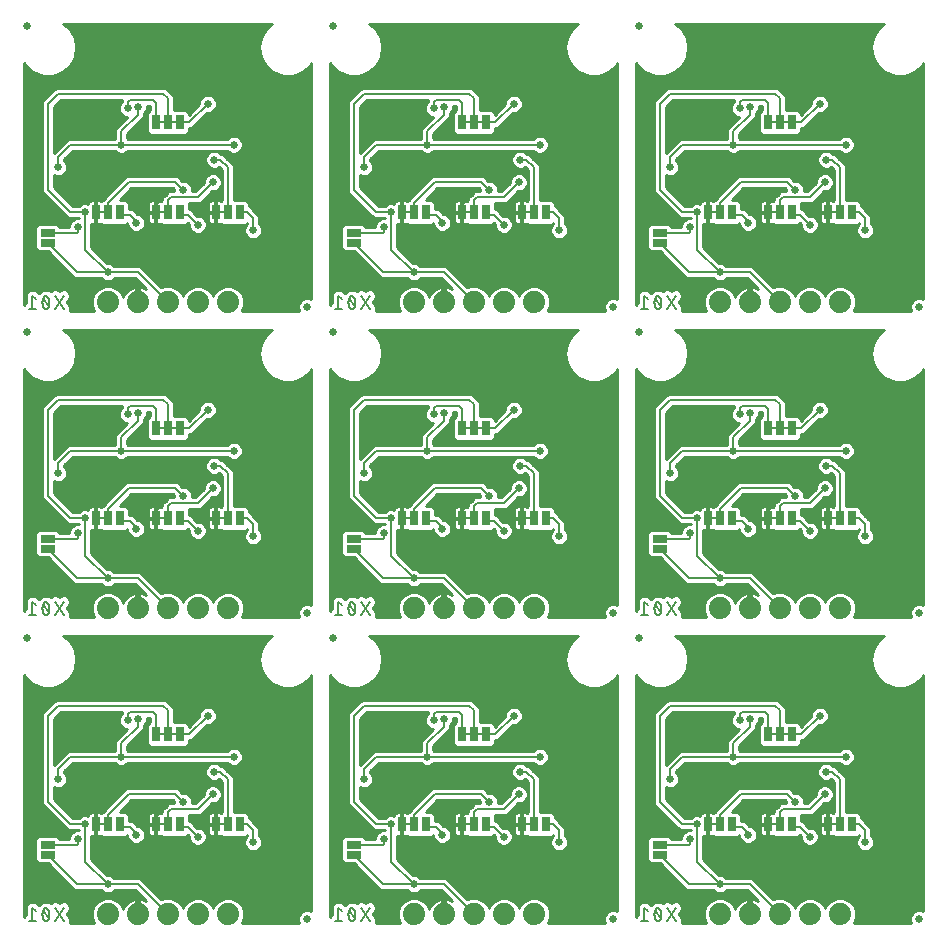
<source format=gbl>
G75*
%MOIN*%
%OFA0B0*%
%FSLAX25Y25*%
%IPPOS*%
%LPD*%
%AMOC8*
5,1,8,0,0,1.08239X$1,22.5*
%
%ADD10C,0.00800*%
%ADD11R,0.02500X0.05000*%
%ADD12R,0.01600X0.01000*%
%ADD13C,0.07400*%
%ADD14C,0.02500*%
%ADD15R,0.05000X0.02500*%
%ADD16C,0.00600*%
%ADD17C,0.02600*%
%ADD18C,0.01000*%
D10*
X0032467Y0031650D02*
X0034800Y0031650D01*
X0033633Y0031650D02*
X0033633Y0035850D01*
X0034800Y0034917D01*
X0039300Y0033750D02*
X0039298Y0033638D01*
X0039293Y0033526D01*
X0039284Y0033414D01*
X0039271Y0033303D01*
X0039255Y0033192D01*
X0039235Y0033081D01*
X0039211Y0032972D01*
X0039184Y0032863D01*
X0039154Y0032755D01*
X0039120Y0032648D01*
X0039083Y0032542D01*
X0039042Y0032438D01*
X0038998Y0032335D01*
X0038950Y0032233D01*
X0039067Y0032583D02*
X0037200Y0034917D01*
X0037317Y0035267D02*
X0037337Y0035320D01*
X0037360Y0035371D01*
X0037387Y0035420D01*
X0037417Y0035468D01*
X0037450Y0035514D01*
X0037485Y0035557D01*
X0037524Y0035598D01*
X0037565Y0035637D01*
X0037609Y0035673D01*
X0037655Y0035705D01*
X0037702Y0035735D01*
X0037752Y0035761D01*
X0037804Y0035785D01*
X0037856Y0035804D01*
X0037910Y0035821D01*
X0037965Y0035833D01*
X0038021Y0035843D01*
X0038077Y0035848D01*
X0038133Y0035850D01*
X0038189Y0035848D01*
X0038245Y0035843D01*
X0038301Y0035833D01*
X0038356Y0035821D01*
X0038410Y0035804D01*
X0038462Y0035785D01*
X0038514Y0035761D01*
X0038564Y0035735D01*
X0038611Y0035705D01*
X0038657Y0035672D01*
X0038701Y0035637D01*
X0038742Y0035598D01*
X0038781Y0035557D01*
X0038816Y0035514D01*
X0038849Y0035468D01*
X0038879Y0035420D01*
X0038906Y0035371D01*
X0038929Y0035320D01*
X0038949Y0035267D01*
X0037317Y0035267D02*
X0037269Y0035165D01*
X0037225Y0035062D01*
X0037184Y0034958D01*
X0037147Y0034852D01*
X0037113Y0034745D01*
X0037083Y0034637D01*
X0037056Y0034528D01*
X0037032Y0034419D01*
X0037012Y0034308D01*
X0036996Y0034197D01*
X0036983Y0034086D01*
X0036974Y0033974D01*
X0036969Y0033862D01*
X0036967Y0033750D01*
X0039300Y0033750D02*
X0039298Y0033862D01*
X0039293Y0033974D01*
X0039284Y0034086D01*
X0039271Y0034197D01*
X0039255Y0034308D01*
X0039235Y0034419D01*
X0039211Y0034528D01*
X0039184Y0034637D01*
X0039154Y0034745D01*
X0039120Y0034852D01*
X0039083Y0034958D01*
X0039042Y0035062D01*
X0038998Y0035165D01*
X0038950Y0035267D01*
X0036967Y0033750D02*
X0036969Y0033638D01*
X0036974Y0033526D01*
X0036983Y0033414D01*
X0036996Y0033303D01*
X0037012Y0033192D01*
X0037032Y0033081D01*
X0037056Y0032972D01*
X0037083Y0032863D01*
X0037113Y0032755D01*
X0037147Y0032648D01*
X0037184Y0032542D01*
X0037225Y0032438D01*
X0037269Y0032335D01*
X0037317Y0032233D01*
X0038133Y0031650D02*
X0038189Y0031652D01*
X0038245Y0031657D01*
X0038301Y0031667D01*
X0038356Y0031679D01*
X0038410Y0031696D01*
X0038462Y0031715D01*
X0038514Y0031739D01*
X0038564Y0031765D01*
X0038611Y0031795D01*
X0038657Y0031827D01*
X0038701Y0031863D01*
X0038742Y0031902D01*
X0038781Y0031943D01*
X0038816Y0031986D01*
X0038849Y0032032D01*
X0038879Y0032080D01*
X0038906Y0032129D01*
X0038929Y0032180D01*
X0038949Y0032233D01*
X0038133Y0031650D02*
X0038077Y0031652D01*
X0038021Y0031657D01*
X0037965Y0031667D01*
X0037910Y0031679D01*
X0037856Y0031696D01*
X0037804Y0031715D01*
X0037752Y0031739D01*
X0037702Y0031765D01*
X0037655Y0031795D01*
X0037609Y0031827D01*
X0037565Y0031863D01*
X0037524Y0031902D01*
X0037485Y0031943D01*
X0037450Y0031986D01*
X0037417Y0032032D01*
X0037387Y0032080D01*
X0037360Y0032129D01*
X0037337Y0032180D01*
X0037317Y0032233D01*
X0041233Y0031650D02*
X0044033Y0035850D01*
X0041233Y0035850D02*
X0044033Y0031650D01*
X0134467Y0031650D02*
X0136800Y0031650D01*
X0135633Y0031650D02*
X0135633Y0035850D01*
X0136800Y0034917D01*
X0141300Y0033750D02*
X0141298Y0033638D01*
X0141293Y0033526D01*
X0141284Y0033414D01*
X0141271Y0033303D01*
X0141255Y0033192D01*
X0141235Y0033081D01*
X0141211Y0032972D01*
X0141184Y0032863D01*
X0141154Y0032755D01*
X0141120Y0032648D01*
X0141083Y0032542D01*
X0141042Y0032438D01*
X0140998Y0032335D01*
X0140950Y0032233D01*
X0141067Y0032583D02*
X0139200Y0034917D01*
X0139317Y0035267D02*
X0139337Y0035320D01*
X0139360Y0035371D01*
X0139387Y0035420D01*
X0139417Y0035468D01*
X0139450Y0035514D01*
X0139485Y0035557D01*
X0139524Y0035598D01*
X0139565Y0035637D01*
X0139609Y0035673D01*
X0139655Y0035705D01*
X0139702Y0035735D01*
X0139752Y0035761D01*
X0139804Y0035785D01*
X0139856Y0035804D01*
X0139910Y0035821D01*
X0139965Y0035833D01*
X0140021Y0035843D01*
X0140077Y0035848D01*
X0140133Y0035850D01*
X0140189Y0035848D01*
X0140245Y0035843D01*
X0140301Y0035833D01*
X0140356Y0035821D01*
X0140410Y0035804D01*
X0140462Y0035785D01*
X0140514Y0035761D01*
X0140564Y0035735D01*
X0140611Y0035705D01*
X0140657Y0035672D01*
X0140701Y0035637D01*
X0140742Y0035598D01*
X0140781Y0035557D01*
X0140816Y0035514D01*
X0140849Y0035468D01*
X0140879Y0035420D01*
X0140906Y0035371D01*
X0140929Y0035320D01*
X0140949Y0035267D01*
X0139317Y0035267D02*
X0139269Y0035165D01*
X0139225Y0035062D01*
X0139184Y0034958D01*
X0139147Y0034852D01*
X0139113Y0034745D01*
X0139083Y0034637D01*
X0139056Y0034528D01*
X0139032Y0034419D01*
X0139012Y0034308D01*
X0138996Y0034197D01*
X0138983Y0034086D01*
X0138974Y0033974D01*
X0138969Y0033862D01*
X0138967Y0033750D01*
X0141300Y0033750D02*
X0141298Y0033862D01*
X0141293Y0033974D01*
X0141284Y0034086D01*
X0141271Y0034197D01*
X0141255Y0034308D01*
X0141235Y0034419D01*
X0141211Y0034528D01*
X0141184Y0034637D01*
X0141154Y0034745D01*
X0141120Y0034852D01*
X0141083Y0034958D01*
X0141042Y0035062D01*
X0140998Y0035165D01*
X0140950Y0035267D01*
X0138967Y0033750D02*
X0138969Y0033638D01*
X0138974Y0033526D01*
X0138983Y0033414D01*
X0138996Y0033303D01*
X0139012Y0033192D01*
X0139032Y0033081D01*
X0139056Y0032972D01*
X0139083Y0032863D01*
X0139113Y0032755D01*
X0139147Y0032648D01*
X0139184Y0032542D01*
X0139225Y0032438D01*
X0139269Y0032335D01*
X0139317Y0032233D01*
X0140133Y0031650D02*
X0140189Y0031652D01*
X0140245Y0031657D01*
X0140301Y0031667D01*
X0140356Y0031679D01*
X0140410Y0031696D01*
X0140462Y0031715D01*
X0140514Y0031739D01*
X0140564Y0031765D01*
X0140611Y0031795D01*
X0140657Y0031827D01*
X0140701Y0031863D01*
X0140742Y0031902D01*
X0140781Y0031943D01*
X0140816Y0031986D01*
X0140849Y0032032D01*
X0140879Y0032080D01*
X0140906Y0032129D01*
X0140929Y0032180D01*
X0140949Y0032233D01*
X0140133Y0031650D02*
X0140077Y0031652D01*
X0140021Y0031657D01*
X0139965Y0031667D01*
X0139910Y0031679D01*
X0139856Y0031696D01*
X0139804Y0031715D01*
X0139752Y0031739D01*
X0139702Y0031765D01*
X0139655Y0031795D01*
X0139609Y0031827D01*
X0139565Y0031863D01*
X0139524Y0031902D01*
X0139485Y0031943D01*
X0139450Y0031986D01*
X0139417Y0032032D01*
X0139387Y0032080D01*
X0139360Y0032129D01*
X0139337Y0032180D01*
X0139317Y0032233D01*
X0143233Y0031650D02*
X0146033Y0035850D01*
X0143233Y0035850D02*
X0146033Y0031650D01*
X0236467Y0031650D02*
X0238800Y0031650D01*
X0237633Y0031650D02*
X0237633Y0035850D01*
X0238800Y0034917D01*
X0243300Y0033750D02*
X0243298Y0033638D01*
X0243293Y0033526D01*
X0243284Y0033414D01*
X0243271Y0033303D01*
X0243255Y0033192D01*
X0243235Y0033081D01*
X0243211Y0032972D01*
X0243184Y0032863D01*
X0243154Y0032755D01*
X0243120Y0032648D01*
X0243083Y0032542D01*
X0243042Y0032438D01*
X0242998Y0032335D01*
X0242950Y0032233D01*
X0243067Y0032583D02*
X0241200Y0034917D01*
X0241317Y0035267D02*
X0241337Y0035320D01*
X0241360Y0035371D01*
X0241387Y0035420D01*
X0241417Y0035468D01*
X0241450Y0035514D01*
X0241485Y0035557D01*
X0241524Y0035598D01*
X0241565Y0035637D01*
X0241609Y0035673D01*
X0241655Y0035705D01*
X0241702Y0035735D01*
X0241752Y0035761D01*
X0241804Y0035785D01*
X0241856Y0035804D01*
X0241910Y0035821D01*
X0241965Y0035833D01*
X0242021Y0035843D01*
X0242077Y0035848D01*
X0242133Y0035850D01*
X0242189Y0035848D01*
X0242245Y0035843D01*
X0242301Y0035833D01*
X0242356Y0035821D01*
X0242410Y0035804D01*
X0242462Y0035785D01*
X0242514Y0035761D01*
X0242564Y0035735D01*
X0242611Y0035705D01*
X0242657Y0035672D01*
X0242701Y0035637D01*
X0242742Y0035598D01*
X0242781Y0035557D01*
X0242816Y0035514D01*
X0242849Y0035468D01*
X0242879Y0035420D01*
X0242906Y0035371D01*
X0242929Y0035320D01*
X0242949Y0035267D01*
X0241317Y0035267D02*
X0241269Y0035165D01*
X0241225Y0035062D01*
X0241184Y0034958D01*
X0241147Y0034852D01*
X0241113Y0034745D01*
X0241083Y0034637D01*
X0241056Y0034528D01*
X0241032Y0034419D01*
X0241012Y0034308D01*
X0240996Y0034197D01*
X0240983Y0034086D01*
X0240974Y0033974D01*
X0240969Y0033862D01*
X0240967Y0033750D01*
X0243300Y0033750D02*
X0243298Y0033862D01*
X0243293Y0033974D01*
X0243284Y0034086D01*
X0243271Y0034197D01*
X0243255Y0034308D01*
X0243235Y0034419D01*
X0243211Y0034528D01*
X0243184Y0034637D01*
X0243154Y0034745D01*
X0243120Y0034852D01*
X0243083Y0034958D01*
X0243042Y0035062D01*
X0242998Y0035165D01*
X0242950Y0035267D01*
X0240967Y0033750D02*
X0240969Y0033638D01*
X0240974Y0033526D01*
X0240983Y0033414D01*
X0240996Y0033303D01*
X0241012Y0033192D01*
X0241032Y0033081D01*
X0241056Y0032972D01*
X0241083Y0032863D01*
X0241113Y0032755D01*
X0241147Y0032648D01*
X0241184Y0032542D01*
X0241225Y0032438D01*
X0241269Y0032335D01*
X0241317Y0032233D01*
X0242133Y0031650D02*
X0242189Y0031652D01*
X0242245Y0031657D01*
X0242301Y0031667D01*
X0242356Y0031679D01*
X0242410Y0031696D01*
X0242462Y0031715D01*
X0242514Y0031739D01*
X0242564Y0031765D01*
X0242611Y0031795D01*
X0242657Y0031827D01*
X0242701Y0031863D01*
X0242742Y0031902D01*
X0242781Y0031943D01*
X0242816Y0031986D01*
X0242849Y0032032D01*
X0242879Y0032080D01*
X0242906Y0032129D01*
X0242929Y0032180D01*
X0242949Y0032233D01*
X0242133Y0031650D02*
X0242077Y0031652D01*
X0242021Y0031657D01*
X0241965Y0031667D01*
X0241910Y0031679D01*
X0241856Y0031696D01*
X0241804Y0031715D01*
X0241752Y0031739D01*
X0241702Y0031765D01*
X0241655Y0031795D01*
X0241609Y0031827D01*
X0241565Y0031863D01*
X0241524Y0031902D01*
X0241485Y0031943D01*
X0241450Y0031986D01*
X0241417Y0032032D01*
X0241387Y0032080D01*
X0241360Y0032129D01*
X0241337Y0032180D01*
X0241317Y0032233D01*
X0245233Y0031650D02*
X0248033Y0035850D01*
X0245233Y0035850D02*
X0248033Y0031650D01*
X0248033Y0133650D02*
X0245233Y0137850D01*
X0240967Y0135750D02*
X0240969Y0135638D01*
X0240974Y0135526D01*
X0240983Y0135414D01*
X0240996Y0135303D01*
X0241012Y0135192D01*
X0241032Y0135081D01*
X0241056Y0134972D01*
X0241083Y0134863D01*
X0241113Y0134755D01*
X0241147Y0134648D01*
X0241184Y0134542D01*
X0241225Y0134438D01*
X0241269Y0134335D01*
X0241317Y0134233D01*
X0242133Y0133650D02*
X0242189Y0133652D01*
X0242245Y0133657D01*
X0242301Y0133667D01*
X0242356Y0133679D01*
X0242410Y0133696D01*
X0242462Y0133715D01*
X0242514Y0133739D01*
X0242564Y0133765D01*
X0242611Y0133795D01*
X0242657Y0133827D01*
X0242701Y0133863D01*
X0242742Y0133902D01*
X0242781Y0133943D01*
X0242816Y0133986D01*
X0242849Y0134032D01*
X0242879Y0134080D01*
X0242906Y0134129D01*
X0242929Y0134180D01*
X0242949Y0134233D01*
X0243067Y0134583D02*
X0241200Y0136917D01*
X0241317Y0137267D02*
X0241337Y0137320D01*
X0241360Y0137371D01*
X0241387Y0137420D01*
X0241417Y0137468D01*
X0241450Y0137514D01*
X0241485Y0137557D01*
X0241524Y0137598D01*
X0241565Y0137637D01*
X0241609Y0137673D01*
X0241655Y0137705D01*
X0241702Y0137735D01*
X0241752Y0137761D01*
X0241804Y0137785D01*
X0241856Y0137804D01*
X0241910Y0137821D01*
X0241965Y0137833D01*
X0242021Y0137843D01*
X0242077Y0137848D01*
X0242133Y0137850D01*
X0242189Y0137848D01*
X0242245Y0137843D01*
X0242301Y0137833D01*
X0242356Y0137821D01*
X0242410Y0137804D01*
X0242462Y0137785D01*
X0242514Y0137761D01*
X0242564Y0137735D01*
X0242611Y0137705D01*
X0242657Y0137672D01*
X0242701Y0137637D01*
X0242742Y0137598D01*
X0242781Y0137557D01*
X0242816Y0137514D01*
X0242849Y0137468D01*
X0242879Y0137420D01*
X0242906Y0137371D01*
X0242929Y0137320D01*
X0242949Y0137267D01*
X0241317Y0137267D02*
X0241269Y0137165D01*
X0241225Y0137062D01*
X0241184Y0136958D01*
X0241147Y0136852D01*
X0241113Y0136745D01*
X0241083Y0136637D01*
X0241056Y0136528D01*
X0241032Y0136419D01*
X0241012Y0136308D01*
X0240996Y0136197D01*
X0240983Y0136086D01*
X0240974Y0135974D01*
X0240969Y0135862D01*
X0240967Y0135750D01*
X0243300Y0135750D02*
X0243298Y0135862D01*
X0243293Y0135974D01*
X0243284Y0136086D01*
X0243271Y0136197D01*
X0243255Y0136308D01*
X0243235Y0136419D01*
X0243211Y0136528D01*
X0243184Y0136637D01*
X0243154Y0136745D01*
X0243120Y0136852D01*
X0243083Y0136958D01*
X0243042Y0137062D01*
X0242998Y0137165D01*
X0242950Y0137267D01*
X0241317Y0134233D02*
X0241337Y0134180D01*
X0241360Y0134129D01*
X0241387Y0134080D01*
X0241417Y0134032D01*
X0241450Y0133986D01*
X0241485Y0133943D01*
X0241524Y0133902D01*
X0241565Y0133863D01*
X0241609Y0133827D01*
X0241655Y0133795D01*
X0241702Y0133765D01*
X0241752Y0133739D01*
X0241804Y0133715D01*
X0241856Y0133696D01*
X0241910Y0133679D01*
X0241965Y0133667D01*
X0242021Y0133657D01*
X0242077Y0133652D01*
X0242133Y0133650D01*
X0245233Y0133650D02*
X0248033Y0137850D01*
X0243300Y0135750D02*
X0243298Y0135638D01*
X0243293Y0135526D01*
X0243284Y0135414D01*
X0243271Y0135303D01*
X0243255Y0135192D01*
X0243235Y0135081D01*
X0243211Y0134972D01*
X0243184Y0134863D01*
X0243154Y0134755D01*
X0243120Y0134648D01*
X0243083Y0134542D01*
X0243042Y0134438D01*
X0242998Y0134335D01*
X0242950Y0134233D01*
X0238800Y0133650D02*
X0236467Y0133650D01*
X0237633Y0133650D02*
X0237633Y0137850D01*
X0238800Y0136917D01*
X0146033Y0137850D02*
X0143233Y0133650D01*
X0139317Y0134233D02*
X0139269Y0134335D01*
X0139225Y0134438D01*
X0139184Y0134542D01*
X0139147Y0134648D01*
X0139113Y0134755D01*
X0139083Y0134863D01*
X0139056Y0134972D01*
X0139032Y0135081D01*
X0139012Y0135192D01*
X0138996Y0135303D01*
X0138983Y0135414D01*
X0138974Y0135526D01*
X0138969Y0135638D01*
X0138967Y0135750D01*
X0141300Y0135750D02*
X0141298Y0135862D01*
X0141293Y0135974D01*
X0141284Y0136086D01*
X0141271Y0136197D01*
X0141255Y0136308D01*
X0141235Y0136419D01*
X0141211Y0136528D01*
X0141184Y0136637D01*
X0141154Y0136745D01*
X0141120Y0136852D01*
X0141083Y0136958D01*
X0141042Y0137062D01*
X0140998Y0137165D01*
X0140950Y0137267D01*
X0140949Y0137267D02*
X0140929Y0137320D01*
X0140906Y0137371D01*
X0140879Y0137420D01*
X0140849Y0137468D01*
X0140816Y0137514D01*
X0140781Y0137557D01*
X0140742Y0137598D01*
X0140701Y0137637D01*
X0140657Y0137672D01*
X0140611Y0137705D01*
X0140564Y0137735D01*
X0140514Y0137761D01*
X0140462Y0137785D01*
X0140410Y0137804D01*
X0140356Y0137821D01*
X0140301Y0137833D01*
X0140245Y0137843D01*
X0140189Y0137848D01*
X0140133Y0137850D01*
X0140077Y0137848D01*
X0140021Y0137843D01*
X0139965Y0137833D01*
X0139910Y0137821D01*
X0139856Y0137804D01*
X0139804Y0137785D01*
X0139752Y0137761D01*
X0139702Y0137735D01*
X0139655Y0137705D01*
X0139609Y0137673D01*
X0139565Y0137637D01*
X0139524Y0137598D01*
X0139485Y0137557D01*
X0139450Y0137514D01*
X0139417Y0137468D01*
X0139387Y0137420D01*
X0139360Y0137371D01*
X0139337Y0137320D01*
X0139317Y0137267D01*
X0139200Y0136917D02*
X0141067Y0134583D01*
X0140133Y0133650D02*
X0140077Y0133652D01*
X0140021Y0133657D01*
X0139965Y0133667D01*
X0139910Y0133679D01*
X0139856Y0133696D01*
X0139804Y0133715D01*
X0139752Y0133739D01*
X0139702Y0133765D01*
X0139655Y0133795D01*
X0139609Y0133827D01*
X0139565Y0133863D01*
X0139524Y0133902D01*
X0139485Y0133943D01*
X0139450Y0133986D01*
X0139417Y0134032D01*
X0139387Y0134080D01*
X0139360Y0134129D01*
X0139337Y0134180D01*
X0139317Y0134233D01*
X0140133Y0133650D02*
X0140189Y0133652D01*
X0140245Y0133657D01*
X0140301Y0133667D01*
X0140356Y0133679D01*
X0140410Y0133696D01*
X0140462Y0133715D01*
X0140514Y0133739D01*
X0140564Y0133765D01*
X0140611Y0133795D01*
X0140657Y0133827D01*
X0140701Y0133863D01*
X0140742Y0133902D01*
X0140781Y0133943D01*
X0140816Y0133986D01*
X0140849Y0134032D01*
X0140879Y0134080D01*
X0140906Y0134129D01*
X0140929Y0134180D01*
X0140949Y0134233D01*
X0138967Y0135750D02*
X0138969Y0135862D01*
X0138974Y0135974D01*
X0138983Y0136086D01*
X0138996Y0136197D01*
X0139012Y0136308D01*
X0139032Y0136419D01*
X0139056Y0136528D01*
X0139083Y0136637D01*
X0139113Y0136745D01*
X0139147Y0136852D01*
X0139184Y0136958D01*
X0139225Y0137062D01*
X0139269Y0137165D01*
X0139317Y0137267D01*
X0141300Y0135750D02*
X0141298Y0135638D01*
X0141293Y0135526D01*
X0141284Y0135414D01*
X0141271Y0135303D01*
X0141255Y0135192D01*
X0141235Y0135081D01*
X0141211Y0134972D01*
X0141184Y0134863D01*
X0141154Y0134755D01*
X0141120Y0134648D01*
X0141083Y0134542D01*
X0141042Y0134438D01*
X0140998Y0134335D01*
X0140950Y0134233D01*
X0136800Y0133650D02*
X0134467Y0133650D01*
X0135633Y0133650D02*
X0135633Y0137850D01*
X0136800Y0136917D01*
X0143233Y0137850D02*
X0146033Y0133650D01*
X0044033Y0133650D02*
X0041233Y0137850D01*
X0036967Y0135750D02*
X0036969Y0135638D01*
X0036974Y0135526D01*
X0036983Y0135414D01*
X0036996Y0135303D01*
X0037012Y0135192D01*
X0037032Y0135081D01*
X0037056Y0134972D01*
X0037083Y0134863D01*
X0037113Y0134755D01*
X0037147Y0134648D01*
X0037184Y0134542D01*
X0037225Y0134438D01*
X0037269Y0134335D01*
X0037317Y0134233D01*
X0038133Y0133650D02*
X0038189Y0133652D01*
X0038245Y0133657D01*
X0038301Y0133667D01*
X0038356Y0133679D01*
X0038410Y0133696D01*
X0038462Y0133715D01*
X0038514Y0133739D01*
X0038564Y0133765D01*
X0038611Y0133795D01*
X0038657Y0133827D01*
X0038701Y0133863D01*
X0038742Y0133902D01*
X0038781Y0133943D01*
X0038816Y0133986D01*
X0038849Y0134032D01*
X0038879Y0134080D01*
X0038906Y0134129D01*
X0038929Y0134180D01*
X0038949Y0134233D01*
X0039067Y0134583D02*
X0037200Y0136917D01*
X0037317Y0137267D02*
X0037337Y0137320D01*
X0037360Y0137371D01*
X0037387Y0137420D01*
X0037417Y0137468D01*
X0037450Y0137514D01*
X0037485Y0137557D01*
X0037524Y0137598D01*
X0037565Y0137637D01*
X0037609Y0137673D01*
X0037655Y0137705D01*
X0037702Y0137735D01*
X0037752Y0137761D01*
X0037804Y0137785D01*
X0037856Y0137804D01*
X0037910Y0137821D01*
X0037965Y0137833D01*
X0038021Y0137843D01*
X0038077Y0137848D01*
X0038133Y0137850D01*
X0038189Y0137848D01*
X0038245Y0137843D01*
X0038301Y0137833D01*
X0038356Y0137821D01*
X0038410Y0137804D01*
X0038462Y0137785D01*
X0038514Y0137761D01*
X0038564Y0137735D01*
X0038611Y0137705D01*
X0038657Y0137672D01*
X0038701Y0137637D01*
X0038742Y0137598D01*
X0038781Y0137557D01*
X0038816Y0137514D01*
X0038849Y0137468D01*
X0038879Y0137420D01*
X0038906Y0137371D01*
X0038929Y0137320D01*
X0038949Y0137267D01*
X0037317Y0137267D02*
X0037269Y0137165D01*
X0037225Y0137062D01*
X0037184Y0136958D01*
X0037147Y0136852D01*
X0037113Y0136745D01*
X0037083Y0136637D01*
X0037056Y0136528D01*
X0037032Y0136419D01*
X0037012Y0136308D01*
X0036996Y0136197D01*
X0036983Y0136086D01*
X0036974Y0135974D01*
X0036969Y0135862D01*
X0036967Y0135750D01*
X0039300Y0135750D02*
X0039298Y0135862D01*
X0039293Y0135974D01*
X0039284Y0136086D01*
X0039271Y0136197D01*
X0039255Y0136308D01*
X0039235Y0136419D01*
X0039211Y0136528D01*
X0039184Y0136637D01*
X0039154Y0136745D01*
X0039120Y0136852D01*
X0039083Y0136958D01*
X0039042Y0137062D01*
X0038998Y0137165D01*
X0038950Y0137267D01*
X0037317Y0134233D02*
X0037337Y0134180D01*
X0037360Y0134129D01*
X0037387Y0134080D01*
X0037417Y0134032D01*
X0037450Y0133986D01*
X0037485Y0133943D01*
X0037524Y0133902D01*
X0037565Y0133863D01*
X0037609Y0133827D01*
X0037655Y0133795D01*
X0037702Y0133765D01*
X0037752Y0133739D01*
X0037804Y0133715D01*
X0037856Y0133696D01*
X0037910Y0133679D01*
X0037965Y0133667D01*
X0038021Y0133657D01*
X0038077Y0133652D01*
X0038133Y0133650D01*
X0041233Y0133650D02*
X0044033Y0137850D01*
X0039300Y0135750D02*
X0039298Y0135638D01*
X0039293Y0135526D01*
X0039284Y0135414D01*
X0039271Y0135303D01*
X0039255Y0135192D01*
X0039235Y0135081D01*
X0039211Y0134972D01*
X0039184Y0134863D01*
X0039154Y0134755D01*
X0039120Y0134648D01*
X0039083Y0134542D01*
X0039042Y0134438D01*
X0038998Y0134335D01*
X0038950Y0134233D01*
X0034800Y0133650D02*
X0032467Y0133650D01*
X0033633Y0133650D02*
X0033633Y0137850D01*
X0034800Y0136917D01*
X0034800Y0235650D02*
X0032467Y0235650D01*
X0033633Y0235650D02*
X0033633Y0239850D01*
X0034800Y0238917D01*
X0039300Y0237750D02*
X0039298Y0237638D01*
X0039293Y0237526D01*
X0039284Y0237414D01*
X0039271Y0237303D01*
X0039255Y0237192D01*
X0039235Y0237081D01*
X0039211Y0236972D01*
X0039184Y0236863D01*
X0039154Y0236755D01*
X0039120Y0236648D01*
X0039083Y0236542D01*
X0039042Y0236438D01*
X0038998Y0236335D01*
X0038950Y0236233D01*
X0039067Y0236583D02*
X0037200Y0238917D01*
X0037317Y0239267D02*
X0037337Y0239320D01*
X0037360Y0239371D01*
X0037387Y0239420D01*
X0037417Y0239468D01*
X0037450Y0239514D01*
X0037485Y0239557D01*
X0037524Y0239598D01*
X0037565Y0239637D01*
X0037609Y0239673D01*
X0037655Y0239705D01*
X0037702Y0239735D01*
X0037752Y0239761D01*
X0037804Y0239785D01*
X0037856Y0239804D01*
X0037910Y0239821D01*
X0037965Y0239833D01*
X0038021Y0239843D01*
X0038077Y0239848D01*
X0038133Y0239850D01*
X0038189Y0239848D01*
X0038245Y0239843D01*
X0038301Y0239833D01*
X0038356Y0239821D01*
X0038410Y0239804D01*
X0038462Y0239785D01*
X0038514Y0239761D01*
X0038564Y0239735D01*
X0038611Y0239705D01*
X0038657Y0239672D01*
X0038701Y0239637D01*
X0038742Y0239598D01*
X0038781Y0239557D01*
X0038816Y0239514D01*
X0038849Y0239468D01*
X0038879Y0239420D01*
X0038906Y0239371D01*
X0038929Y0239320D01*
X0038949Y0239267D01*
X0037317Y0239267D02*
X0037269Y0239165D01*
X0037225Y0239062D01*
X0037184Y0238958D01*
X0037147Y0238852D01*
X0037113Y0238745D01*
X0037083Y0238637D01*
X0037056Y0238528D01*
X0037032Y0238419D01*
X0037012Y0238308D01*
X0036996Y0238197D01*
X0036983Y0238086D01*
X0036974Y0237974D01*
X0036969Y0237862D01*
X0036967Y0237750D01*
X0039300Y0237750D02*
X0039298Y0237862D01*
X0039293Y0237974D01*
X0039284Y0238086D01*
X0039271Y0238197D01*
X0039255Y0238308D01*
X0039235Y0238419D01*
X0039211Y0238528D01*
X0039184Y0238637D01*
X0039154Y0238745D01*
X0039120Y0238852D01*
X0039083Y0238958D01*
X0039042Y0239062D01*
X0038998Y0239165D01*
X0038950Y0239267D01*
X0036967Y0237750D02*
X0036969Y0237638D01*
X0036974Y0237526D01*
X0036983Y0237414D01*
X0036996Y0237303D01*
X0037012Y0237192D01*
X0037032Y0237081D01*
X0037056Y0236972D01*
X0037083Y0236863D01*
X0037113Y0236755D01*
X0037147Y0236648D01*
X0037184Y0236542D01*
X0037225Y0236438D01*
X0037269Y0236335D01*
X0037317Y0236233D01*
X0038133Y0235650D02*
X0038189Y0235652D01*
X0038245Y0235657D01*
X0038301Y0235667D01*
X0038356Y0235679D01*
X0038410Y0235696D01*
X0038462Y0235715D01*
X0038514Y0235739D01*
X0038564Y0235765D01*
X0038611Y0235795D01*
X0038657Y0235827D01*
X0038701Y0235863D01*
X0038742Y0235902D01*
X0038781Y0235943D01*
X0038816Y0235986D01*
X0038849Y0236032D01*
X0038879Y0236080D01*
X0038906Y0236129D01*
X0038929Y0236180D01*
X0038949Y0236233D01*
X0038133Y0235650D02*
X0038077Y0235652D01*
X0038021Y0235657D01*
X0037965Y0235667D01*
X0037910Y0235679D01*
X0037856Y0235696D01*
X0037804Y0235715D01*
X0037752Y0235739D01*
X0037702Y0235765D01*
X0037655Y0235795D01*
X0037609Y0235827D01*
X0037565Y0235863D01*
X0037524Y0235902D01*
X0037485Y0235943D01*
X0037450Y0235986D01*
X0037417Y0236032D01*
X0037387Y0236080D01*
X0037360Y0236129D01*
X0037337Y0236180D01*
X0037317Y0236233D01*
X0041233Y0235650D02*
X0044033Y0239850D01*
X0041233Y0239850D02*
X0044033Y0235650D01*
X0134467Y0235650D02*
X0136800Y0235650D01*
X0135633Y0235650D02*
X0135633Y0239850D01*
X0136800Y0238917D01*
X0141300Y0237750D02*
X0141298Y0237638D01*
X0141293Y0237526D01*
X0141284Y0237414D01*
X0141271Y0237303D01*
X0141255Y0237192D01*
X0141235Y0237081D01*
X0141211Y0236972D01*
X0141184Y0236863D01*
X0141154Y0236755D01*
X0141120Y0236648D01*
X0141083Y0236542D01*
X0141042Y0236438D01*
X0140998Y0236335D01*
X0140950Y0236233D01*
X0141067Y0236583D02*
X0139200Y0238917D01*
X0139317Y0239267D02*
X0139337Y0239320D01*
X0139360Y0239371D01*
X0139387Y0239420D01*
X0139417Y0239468D01*
X0139450Y0239514D01*
X0139485Y0239557D01*
X0139524Y0239598D01*
X0139565Y0239637D01*
X0139609Y0239673D01*
X0139655Y0239705D01*
X0139702Y0239735D01*
X0139752Y0239761D01*
X0139804Y0239785D01*
X0139856Y0239804D01*
X0139910Y0239821D01*
X0139965Y0239833D01*
X0140021Y0239843D01*
X0140077Y0239848D01*
X0140133Y0239850D01*
X0140189Y0239848D01*
X0140245Y0239843D01*
X0140301Y0239833D01*
X0140356Y0239821D01*
X0140410Y0239804D01*
X0140462Y0239785D01*
X0140514Y0239761D01*
X0140564Y0239735D01*
X0140611Y0239705D01*
X0140657Y0239672D01*
X0140701Y0239637D01*
X0140742Y0239598D01*
X0140781Y0239557D01*
X0140816Y0239514D01*
X0140849Y0239468D01*
X0140879Y0239420D01*
X0140906Y0239371D01*
X0140929Y0239320D01*
X0140949Y0239267D01*
X0139317Y0239267D02*
X0139269Y0239165D01*
X0139225Y0239062D01*
X0139184Y0238958D01*
X0139147Y0238852D01*
X0139113Y0238745D01*
X0139083Y0238637D01*
X0139056Y0238528D01*
X0139032Y0238419D01*
X0139012Y0238308D01*
X0138996Y0238197D01*
X0138983Y0238086D01*
X0138974Y0237974D01*
X0138969Y0237862D01*
X0138967Y0237750D01*
X0141300Y0237750D02*
X0141298Y0237862D01*
X0141293Y0237974D01*
X0141284Y0238086D01*
X0141271Y0238197D01*
X0141255Y0238308D01*
X0141235Y0238419D01*
X0141211Y0238528D01*
X0141184Y0238637D01*
X0141154Y0238745D01*
X0141120Y0238852D01*
X0141083Y0238958D01*
X0141042Y0239062D01*
X0140998Y0239165D01*
X0140950Y0239267D01*
X0138967Y0237750D02*
X0138969Y0237638D01*
X0138974Y0237526D01*
X0138983Y0237414D01*
X0138996Y0237303D01*
X0139012Y0237192D01*
X0139032Y0237081D01*
X0139056Y0236972D01*
X0139083Y0236863D01*
X0139113Y0236755D01*
X0139147Y0236648D01*
X0139184Y0236542D01*
X0139225Y0236438D01*
X0139269Y0236335D01*
X0139317Y0236233D01*
X0140133Y0235650D02*
X0140189Y0235652D01*
X0140245Y0235657D01*
X0140301Y0235667D01*
X0140356Y0235679D01*
X0140410Y0235696D01*
X0140462Y0235715D01*
X0140514Y0235739D01*
X0140564Y0235765D01*
X0140611Y0235795D01*
X0140657Y0235827D01*
X0140701Y0235863D01*
X0140742Y0235902D01*
X0140781Y0235943D01*
X0140816Y0235986D01*
X0140849Y0236032D01*
X0140879Y0236080D01*
X0140906Y0236129D01*
X0140929Y0236180D01*
X0140949Y0236233D01*
X0140133Y0235650D02*
X0140077Y0235652D01*
X0140021Y0235657D01*
X0139965Y0235667D01*
X0139910Y0235679D01*
X0139856Y0235696D01*
X0139804Y0235715D01*
X0139752Y0235739D01*
X0139702Y0235765D01*
X0139655Y0235795D01*
X0139609Y0235827D01*
X0139565Y0235863D01*
X0139524Y0235902D01*
X0139485Y0235943D01*
X0139450Y0235986D01*
X0139417Y0236032D01*
X0139387Y0236080D01*
X0139360Y0236129D01*
X0139337Y0236180D01*
X0139317Y0236233D01*
X0143233Y0235650D02*
X0146033Y0239850D01*
X0143233Y0239850D02*
X0146033Y0235650D01*
X0236467Y0235650D02*
X0238800Y0235650D01*
X0237633Y0235650D02*
X0237633Y0239850D01*
X0238800Y0238917D01*
X0243300Y0237750D02*
X0243298Y0237638D01*
X0243293Y0237526D01*
X0243284Y0237414D01*
X0243271Y0237303D01*
X0243255Y0237192D01*
X0243235Y0237081D01*
X0243211Y0236972D01*
X0243184Y0236863D01*
X0243154Y0236755D01*
X0243120Y0236648D01*
X0243083Y0236542D01*
X0243042Y0236438D01*
X0242998Y0236335D01*
X0242950Y0236233D01*
X0243067Y0236583D02*
X0241200Y0238917D01*
X0241317Y0239267D02*
X0241337Y0239320D01*
X0241360Y0239371D01*
X0241387Y0239420D01*
X0241417Y0239468D01*
X0241450Y0239514D01*
X0241485Y0239557D01*
X0241524Y0239598D01*
X0241565Y0239637D01*
X0241609Y0239673D01*
X0241655Y0239705D01*
X0241702Y0239735D01*
X0241752Y0239761D01*
X0241804Y0239785D01*
X0241856Y0239804D01*
X0241910Y0239821D01*
X0241965Y0239833D01*
X0242021Y0239843D01*
X0242077Y0239848D01*
X0242133Y0239850D01*
X0242189Y0239848D01*
X0242245Y0239843D01*
X0242301Y0239833D01*
X0242356Y0239821D01*
X0242410Y0239804D01*
X0242462Y0239785D01*
X0242514Y0239761D01*
X0242564Y0239735D01*
X0242611Y0239705D01*
X0242657Y0239672D01*
X0242701Y0239637D01*
X0242742Y0239598D01*
X0242781Y0239557D01*
X0242816Y0239514D01*
X0242849Y0239468D01*
X0242879Y0239420D01*
X0242906Y0239371D01*
X0242929Y0239320D01*
X0242949Y0239267D01*
X0241317Y0239267D02*
X0241269Y0239165D01*
X0241225Y0239062D01*
X0241184Y0238958D01*
X0241147Y0238852D01*
X0241113Y0238745D01*
X0241083Y0238637D01*
X0241056Y0238528D01*
X0241032Y0238419D01*
X0241012Y0238308D01*
X0240996Y0238197D01*
X0240983Y0238086D01*
X0240974Y0237974D01*
X0240969Y0237862D01*
X0240967Y0237750D01*
X0243300Y0237750D02*
X0243298Y0237862D01*
X0243293Y0237974D01*
X0243284Y0238086D01*
X0243271Y0238197D01*
X0243255Y0238308D01*
X0243235Y0238419D01*
X0243211Y0238528D01*
X0243184Y0238637D01*
X0243154Y0238745D01*
X0243120Y0238852D01*
X0243083Y0238958D01*
X0243042Y0239062D01*
X0242998Y0239165D01*
X0242950Y0239267D01*
X0240967Y0237750D02*
X0240969Y0237638D01*
X0240974Y0237526D01*
X0240983Y0237414D01*
X0240996Y0237303D01*
X0241012Y0237192D01*
X0241032Y0237081D01*
X0241056Y0236972D01*
X0241083Y0236863D01*
X0241113Y0236755D01*
X0241147Y0236648D01*
X0241184Y0236542D01*
X0241225Y0236438D01*
X0241269Y0236335D01*
X0241317Y0236233D01*
X0242133Y0235650D02*
X0242189Y0235652D01*
X0242245Y0235657D01*
X0242301Y0235667D01*
X0242356Y0235679D01*
X0242410Y0235696D01*
X0242462Y0235715D01*
X0242514Y0235739D01*
X0242564Y0235765D01*
X0242611Y0235795D01*
X0242657Y0235827D01*
X0242701Y0235863D01*
X0242742Y0235902D01*
X0242781Y0235943D01*
X0242816Y0235986D01*
X0242849Y0236032D01*
X0242879Y0236080D01*
X0242906Y0236129D01*
X0242929Y0236180D01*
X0242949Y0236233D01*
X0242133Y0235650D02*
X0242077Y0235652D01*
X0242021Y0235657D01*
X0241965Y0235667D01*
X0241910Y0235679D01*
X0241856Y0235696D01*
X0241804Y0235715D01*
X0241752Y0235739D01*
X0241702Y0235765D01*
X0241655Y0235795D01*
X0241609Y0235827D01*
X0241565Y0235863D01*
X0241524Y0235902D01*
X0241485Y0235943D01*
X0241450Y0235986D01*
X0241417Y0236032D01*
X0241387Y0236080D01*
X0241360Y0236129D01*
X0241337Y0236180D01*
X0241317Y0236233D01*
X0245233Y0235650D02*
X0248033Y0239850D01*
X0245233Y0239850D02*
X0248033Y0235650D01*
D11*
X0258750Y0267750D03*
X0262750Y0267750D03*
X0266750Y0267750D03*
X0278750Y0267750D03*
X0282750Y0267750D03*
X0286750Y0267750D03*
X0298750Y0267750D03*
X0302750Y0267750D03*
X0306750Y0267750D03*
X0286750Y0297750D03*
X0282750Y0297750D03*
X0278750Y0297750D03*
X0204750Y0267750D03*
X0200750Y0267750D03*
X0196750Y0267750D03*
X0184750Y0267750D03*
X0180750Y0267750D03*
X0176750Y0267750D03*
X0164750Y0267750D03*
X0160750Y0267750D03*
X0156750Y0267750D03*
X0176750Y0297750D03*
X0180750Y0297750D03*
X0184750Y0297750D03*
X0102750Y0267750D03*
X0098750Y0267750D03*
X0094750Y0267750D03*
X0082750Y0267750D03*
X0078750Y0267750D03*
X0074750Y0267750D03*
X0062750Y0267750D03*
X0058750Y0267750D03*
X0054750Y0267750D03*
X0074750Y0297750D03*
X0078750Y0297750D03*
X0082750Y0297750D03*
X0082750Y0195750D03*
X0078750Y0195750D03*
X0074750Y0195750D03*
X0074750Y0165750D03*
X0078750Y0165750D03*
X0082750Y0165750D03*
X0094750Y0165750D03*
X0098750Y0165750D03*
X0102750Y0165750D03*
X0062750Y0165750D03*
X0058750Y0165750D03*
X0054750Y0165750D03*
X0074750Y0093750D03*
X0078750Y0093750D03*
X0082750Y0093750D03*
X0082750Y0063750D03*
X0078750Y0063750D03*
X0074750Y0063750D03*
X0062750Y0063750D03*
X0058750Y0063750D03*
X0054750Y0063750D03*
X0094750Y0063750D03*
X0098750Y0063750D03*
X0102750Y0063750D03*
X0156750Y0063750D03*
X0160750Y0063750D03*
X0164750Y0063750D03*
X0176750Y0063750D03*
X0180750Y0063750D03*
X0184750Y0063750D03*
X0196750Y0063750D03*
X0200750Y0063750D03*
X0204750Y0063750D03*
X0184750Y0093750D03*
X0180750Y0093750D03*
X0176750Y0093750D03*
X0176750Y0165750D03*
X0180750Y0165750D03*
X0184750Y0165750D03*
X0196750Y0165750D03*
X0200750Y0165750D03*
X0204750Y0165750D03*
X0184750Y0195750D03*
X0180750Y0195750D03*
X0176750Y0195750D03*
X0164750Y0165750D03*
X0160750Y0165750D03*
X0156750Y0165750D03*
X0258750Y0165750D03*
X0262750Y0165750D03*
X0266750Y0165750D03*
X0278750Y0165750D03*
X0282750Y0165750D03*
X0286750Y0165750D03*
X0298750Y0165750D03*
X0302750Y0165750D03*
X0306750Y0165750D03*
X0286750Y0195750D03*
X0282750Y0195750D03*
X0278750Y0195750D03*
X0278750Y0093750D03*
X0282750Y0093750D03*
X0286750Y0093750D03*
X0286750Y0063750D03*
X0282750Y0063750D03*
X0278750Y0063750D03*
X0266750Y0063750D03*
X0262750Y0063750D03*
X0258750Y0063750D03*
X0298750Y0063750D03*
X0302750Y0063750D03*
X0306750Y0063750D03*
D12*
X0300750Y0063750D03*
X0280750Y0063750D03*
X0260750Y0063750D03*
X0280750Y0093750D03*
X0284750Y0093750D03*
X0280750Y0165750D03*
X0260750Y0165750D03*
X0280750Y0195750D03*
X0284750Y0195750D03*
X0300750Y0165750D03*
X0198750Y0165750D03*
X0178750Y0165750D03*
X0158750Y0165750D03*
X0178750Y0195750D03*
X0182750Y0195750D03*
X0178750Y0267750D03*
X0198750Y0267750D03*
X0182750Y0297750D03*
X0178750Y0297750D03*
X0158750Y0267750D03*
X0096750Y0267750D03*
X0076750Y0267750D03*
X0056750Y0267750D03*
X0076750Y0297750D03*
X0080750Y0297750D03*
X0080750Y0195750D03*
X0076750Y0195750D03*
X0076750Y0165750D03*
X0056750Y0165750D03*
X0096750Y0165750D03*
X0080750Y0093750D03*
X0076750Y0093750D03*
X0076750Y0063750D03*
X0056750Y0063750D03*
X0096750Y0063750D03*
X0158750Y0063750D03*
X0178750Y0063750D03*
X0198750Y0063750D03*
X0182750Y0093750D03*
X0178750Y0093750D03*
X0260750Y0267750D03*
X0280750Y0267750D03*
X0300750Y0267750D03*
X0284750Y0297750D03*
X0280750Y0297750D03*
D13*
X0282750Y0237750D03*
X0272750Y0237750D03*
X0262750Y0237750D03*
X0292750Y0237750D03*
X0302750Y0237750D03*
X0200750Y0237750D03*
X0190750Y0237750D03*
X0180750Y0237750D03*
X0170750Y0237750D03*
X0160750Y0237750D03*
X0098750Y0237750D03*
X0088750Y0237750D03*
X0078750Y0237750D03*
X0068750Y0237750D03*
X0058750Y0237750D03*
X0058750Y0135750D03*
X0068750Y0135750D03*
X0078750Y0135750D03*
X0088750Y0135750D03*
X0098750Y0135750D03*
X0160750Y0135750D03*
X0170750Y0135750D03*
X0180750Y0135750D03*
X0190750Y0135750D03*
X0200750Y0135750D03*
X0262750Y0135750D03*
X0272750Y0135750D03*
X0282750Y0135750D03*
X0292750Y0135750D03*
X0302750Y0135750D03*
X0302750Y0033750D03*
X0292750Y0033750D03*
X0282750Y0033750D03*
X0272750Y0033750D03*
X0262750Y0033750D03*
X0200750Y0033750D03*
X0190750Y0033750D03*
X0180750Y0033750D03*
X0170750Y0033750D03*
X0160750Y0033750D03*
X0098750Y0033750D03*
X0088750Y0033750D03*
X0078750Y0033750D03*
X0068750Y0033750D03*
X0058750Y0033750D03*
D14*
X0125250Y0032250D03*
X0133750Y0125750D03*
X0125250Y0134250D03*
X0031750Y0125750D03*
X0031750Y0227750D03*
X0125250Y0236250D03*
X0133750Y0227750D03*
X0227250Y0236250D03*
X0235750Y0227750D03*
X0329250Y0236250D03*
X0235750Y0329750D03*
X0133750Y0329750D03*
X0031750Y0329750D03*
X0227250Y0134250D03*
X0235750Y0125750D03*
X0329250Y0134250D03*
X0329250Y0032250D03*
X0227250Y0032250D03*
D15*
X0242750Y0053650D03*
X0242750Y0056850D03*
X0140750Y0056850D03*
X0140750Y0053650D03*
X0038750Y0053650D03*
X0038750Y0056850D03*
X0038750Y0155650D03*
X0038750Y0158850D03*
X0140750Y0158850D03*
X0140750Y0155650D03*
X0242750Y0155650D03*
X0242750Y0158850D03*
X0242750Y0257650D03*
X0242750Y0260850D03*
X0140750Y0260850D03*
X0140750Y0257650D03*
X0038750Y0257650D03*
X0038750Y0260850D03*
D16*
X0048350Y0260850D01*
X0048750Y0261250D01*
X0048750Y0262750D01*
X0046250Y0267750D02*
X0038750Y0275250D01*
X0038750Y0303750D01*
X0042250Y0307250D01*
X0077250Y0307250D01*
X0078750Y0305750D01*
X0078750Y0297750D01*
X0082750Y0297750D02*
X0085943Y0297750D01*
X0092096Y0303904D01*
X0100750Y0290250D02*
X0063250Y0290250D01*
X0063250Y0294750D01*
X0068750Y0300250D01*
X0068750Y0302750D01*
X0065404Y0302404D02*
X0065404Y0304404D01*
X0066250Y0305250D01*
X0073750Y0305250D01*
X0074750Y0304250D01*
X0074750Y0297750D01*
X0063250Y0290250D02*
X0046250Y0290250D01*
X0042250Y0286250D01*
X0042250Y0282750D01*
X0046250Y0267750D02*
X0051250Y0267750D01*
X0051250Y0255250D01*
X0058750Y0247750D01*
X0048650Y0247750D01*
X0038750Y0257650D01*
X0058750Y0247750D02*
X0068750Y0247750D01*
X0078750Y0237750D01*
X0074750Y0263750D02*
X0074750Y0267750D01*
X0078750Y0267750D02*
X0078750Y0271750D01*
X0079750Y0272750D01*
X0088750Y0272750D01*
X0093750Y0277750D01*
X0098750Y0282750D02*
X0098750Y0267750D01*
X0102750Y0267750D02*
X0105250Y0267750D01*
X0107250Y0265750D01*
X0107250Y0261750D01*
X0088750Y0263619D02*
X0085619Y0266750D01*
X0082750Y0266750D01*
X0083806Y0275194D02*
X0081250Y0277750D01*
X0065750Y0277750D01*
X0058750Y0270750D01*
X0058750Y0267750D01*
X0062750Y0267750D02*
X0063750Y0266750D01*
X0066250Y0266750D01*
X0068250Y0264750D01*
X0068250Y0264250D01*
X0094250Y0285250D02*
X0096250Y0285250D01*
X0098750Y0282750D01*
X0140750Y0275250D02*
X0148250Y0267750D01*
X0153250Y0267750D01*
X0153250Y0255250D01*
X0160750Y0247750D01*
X0150650Y0247750D01*
X0140750Y0257650D01*
X0140750Y0260850D02*
X0150350Y0260850D01*
X0150750Y0261250D01*
X0150750Y0262750D01*
X0160750Y0267750D02*
X0160750Y0270750D01*
X0167750Y0277750D01*
X0183250Y0277750D01*
X0185806Y0275194D01*
X0181750Y0272750D02*
X0190750Y0272750D01*
X0195750Y0277750D01*
X0200750Y0282750D02*
X0198250Y0285250D01*
X0196250Y0285250D01*
X0200750Y0282750D02*
X0200750Y0267750D01*
X0204750Y0267750D02*
X0207250Y0267750D01*
X0209250Y0265750D01*
X0209250Y0261750D01*
X0190750Y0263619D02*
X0187619Y0266750D01*
X0184750Y0266750D01*
X0180750Y0267750D02*
X0180750Y0271750D01*
X0181750Y0272750D01*
X0176750Y0267750D02*
X0176750Y0263750D01*
X0170250Y0264250D02*
X0170250Y0264750D01*
X0168250Y0266750D01*
X0165750Y0266750D01*
X0164750Y0267750D01*
X0144250Y0282750D02*
X0144250Y0286250D01*
X0148250Y0290250D01*
X0165250Y0290250D01*
X0165250Y0294750D01*
X0170750Y0300250D01*
X0170750Y0302750D01*
X0167404Y0302404D02*
X0167404Y0304404D01*
X0168250Y0305250D01*
X0175750Y0305250D01*
X0176750Y0304250D01*
X0176750Y0297750D01*
X0180750Y0297750D02*
X0180750Y0305750D01*
X0179250Y0307250D01*
X0144250Y0307250D01*
X0140750Y0303750D01*
X0140750Y0275250D01*
X0165250Y0290250D02*
X0202750Y0290250D01*
X0194096Y0303904D02*
X0187943Y0297750D01*
X0184750Y0297750D01*
X0170750Y0247750D02*
X0160750Y0247750D01*
X0170750Y0247750D02*
X0180750Y0237750D01*
X0179250Y0205250D02*
X0144250Y0205250D01*
X0140750Y0201750D01*
X0140750Y0173250D01*
X0148250Y0165750D01*
X0153250Y0165750D01*
X0153250Y0153250D01*
X0160750Y0145750D01*
X0150650Y0145750D01*
X0140750Y0155650D01*
X0140750Y0158850D02*
X0150350Y0158850D01*
X0150750Y0159250D01*
X0150750Y0160750D01*
X0160750Y0165750D02*
X0160750Y0168750D01*
X0167750Y0175750D01*
X0183250Y0175750D01*
X0185806Y0173194D01*
X0181750Y0170750D02*
X0190750Y0170750D01*
X0195750Y0175750D01*
X0200750Y0180750D02*
X0198250Y0183250D01*
X0196250Y0183250D01*
X0200750Y0180750D02*
X0200750Y0165750D01*
X0204750Y0165750D02*
X0207250Y0165750D01*
X0209250Y0163750D01*
X0209250Y0159750D01*
X0190750Y0161619D02*
X0187619Y0164750D01*
X0184750Y0164750D01*
X0180750Y0165750D02*
X0180750Y0169750D01*
X0181750Y0170750D01*
X0176750Y0165750D02*
X0176750Y0161750D01*
X0170250Y0162250D02*
X0170250Y0162750D01*
X0168250Y0164750D01*
X0165750Y0164750D01*
X0164750Y0165750D01*
X0144250Y0180750D02*
X0144250Y0184250D01*
X0148250Y0188250D01*
X0165250Y0188250D01*
X0165250Y0192750D01*
X0170750Y0198250D01*
X0170750Y0200750D01*
X0167404Y0200404D02*
X0167404Y0202404D01*
X0168250Y0203250D01*
X0175750Y0203250D01*
X0176750Y0202250D01*
X0176750Y0195750D01*
X0180750Y0195750D02*
X0180750Y0203750D01*
X0179250Y0205250D01*
X0184750Y0195750D02*
X0187943Y0195750D01*
X0194096Y0201904D01*
X0202750Y0188250D02*
X0165250Y0188250D01*
X0160750Y0145750D02*
X0170750Y0145750D01*
X0180750Y0135750D01*
X0179250Y0103250D02*
X0144250Y0103250D01*
X0140750Y0099750D01*
X0140750Y0071250D01*
X0148250Y0063750D01*
X0153250Y0063750D01*
X0153250Y0051250D01*
X0160750Y0043750D01*
X0150650Y0043750D01*
X0140750Y0053650D01*
X0140750Y0056850D02*
X0150350Y0056850D01*
X0150750Y0057250D01*
X0150750Y0058750D01*
X0160750Y0063750D02*
X0160750Y0066750D01*
X0167750Y0073750D01*
X0183250Y0073750D01*
X0185806Y0071194D01*
X0181750Y0068750D02*
X0180750Y0067750D01*
X0180750Y0063750D01*
X0176750Y0063750D02*
X0176750Y0059750D01*
X0170250Y0060250D02*
X0170250Y0060750D01*
X0168250Y0062750D01*
X0165750Y0062750D01*
X0164750Y0063750D01*
X0181750Y0068750D02*
X0190750Y0068750D01*
X0195750Y0073750D01*
X0200750Y0078750D02*
X0198250Y0081250D01*
X0196250Y0081250D01*
X0200750Y0078750D02*
X0200750Y0063750D01*
X0204750Y0063750D02*
X0207250Y0063750D01*
X0209250Y0061750D01*
X0209250Y0057750D01*
X0190750Y0059619D02*
X0187619Y0062750D01*
X0184750Y0062750D01*
X0170750Y0043750D02*
X0180750Y0033750D01*
X0170750Y0043750D02*
X0160750Y0043750D01*
X0144250Y0078750D02*
X0144250Y0082250D01*
X0148250Y0086250D01*
X0165250Y0086250D01*
X0165250Y0090750D01*
X0170750Y0096250D01*
X0170750Y0098750D01*
X0167404Y0098404D02*
X0167404Y0100404D01*
X0168250Y0101250D01*
X0175750Y0101250D01*
X0176750Y0100250D01*
X0176750Y0093750D01*
X0180750Y0093750D02*
X0180750Y0101750D01*
X0179250Y0103250D01*
X0184750Y0093750D02*
X0187943Y0093750D01*
X0194096Y0099904D01*
X0202750Y0086250D02*
X0165250Y0086250D01*
X0107250Y0061750D02*
X0107250Y0057750D01*
X0107250Y0061750D02*
X0105250Y0063750D01*
X0102750Y0063750D01*
X0098750Y0063750D02*
X0098750Y0078750D01*
X0096250Y0081250D01*
X0094250Y0081250D01*
X0093750Y0073750D02*
X0088750Y0068750D01*
X0079750Y0068750D01*
X0078750Y0067750D01*
X0078750Y0063750D01*
X0074750Y0063750D02*
X0074750Y0059750D01*
X0082750Y0062750D02*
X0085619Y0062750D01*
X0088750Y0059619D01*
X0083806Y0071194D02*
X0081250Y0073750D01*
X0065750Y0073750D01*
X0058750Y0066750D01*
X0058750Y0063750D01*
X0062750Y0063750D02*
X0063750Y0062750D01*
X0066250Y0062750D01*
X0068250Y0060750D01*
X0068250Y0060250D01*
X0051250Y0063750D02*
X0051250Y0051250D01*
X0058750Y0043750D01*
X0048650Y0043750D01*
X0038750Y0053650D01*
X0038750Y0056850D02*
X0048350Y0056850D01*
X0048750Y0057250D01*
X0048750Y0058750D01*
X0046250Y0063750D02*
X0038750Y0071250D01*
X0038750Y0099750D01*
X0042250Y0103250D01*
X0077250Y0103250D01*
X0078750Y0101750D01*
X0078750Y0093750D01*
X0082750Y0093750D02*
X0085943Y0093750D01*
X0092096Y0099904D01*
X0100750Y0086250D02*
X0063250Y0086250D01*
X0063250Y0090750D01*
X0068750Y0096250D01*
X0068750Y0098750D01*
X0065404Y0098404D02*
X0065404Y0100404D01*
X0066250Y0101250D01*
X0073750Y0101250D01*
X0074750Y0100250D01*
X0074750Y0093750D01*
X0063250Y0086250D02*
X0046250Y0086250D01*
X0042250Y0082250D01*
X0042250Y0078750D01*
X0046250Y0063750D02*
X0051250Y0063750D01*
X0058750Y0043750D02*
X0068750Y0043750D01*
X0078750Y0033750D01*
X0078750Y0135750D02*
X0068750Y0145750D01*
X0058750Y0145750D01*
X0048650Y0145750D01*
X0038750Y0155650D01*
X0038750Y0158850D02*
X0048350Y0158850D01*
X0048750Y0159250D01*
X0048750Y0160750D01*
X0046250Y0165750D02*
X0038750Y0173250D01*
X0038750Y0201750D01*
X0042250Y0205250D01*
X0077250Y0205250D01*
X0078750Y0203750D01*
X0078750Y0195750D01*
X0082750Y0195750D02*
X0085943Y0195750D01*
X0092096Y0201904D01*
X0100750Y0188250D02*
X0063250Y0188250D01*
X0063250Y0192750D01*
X0068750Y0198250D01*
X0068750Y0200750D01*
X0065404Y0200404D02*
X0065404Y0202404D01*
X0066250Y0203250D01*
X0073750Y0203250D01*
X0074750Y0202250D01*
X0074750Y0195750D01*
X0063250Y0188250D02*
X0046250Y0188250D01*
X0042250Y0184250D01*
X0042250Y0180750D01*
X0046250Y0165750D02*
X0051250Y0165750D01*
X0051250Y0153250D01*
X0058750Y0145750D01*
X0068250Y0162250D02*
X0068250Y0162750D01*
X0066250Y0164750D01*
X0063750Y0164750D01*
X0062750Y0165750D01*
X0058750Y0165750D02*
X0058750Y0168750D01*
X0065750Y0175750D01*
X0081250Y0175750D01*
X0083806Y0173194D01*
X0079750Y0170750D02*
X0088750Y0170750D01*
X0093750Y0175750D01*
X0098750Y0180750D02*
X0098750Y0165750D01*
X0102750Y0165750D02*
X0105250Y0165750D01*
X0107250Y0163750D01*
X0107250Y0159750D01*
X0088750Y0161619D02*
X0085619Y0164750D01*
X0082750Y0164750D01*
X0078750Y0165750D02*
X0078750Y0169750D01*
X0079750Y0170750D01*
X0074750Y0165750D02*
X0074750Y0161750D01*
X0094250Y0183250D02*
X0096250Y0183250D01*
X0098750Y0180750D01*
X0242750Y0173250D02*
X0250250Y0165750D01*
X0255250Y0165750D01*
X0255250Y0153250D01*
X0262750Y0145750D01*
X0252650Y0145750D01*
X0242750Y0155650D01*
X0242750Y0158850D02*
X0252350Y0158850D01*
X0252750Y0159250D01*
X0252750Y0160750D01*
X0262750Y0165750D02*
X0262750Y0168750D01*
X0269750Y0175750D01*
X0285250Y0175750D01*
X0287806Y0173194D01*
X0283750Y0170750D02*
X0292750Y0170750D01*
X0297750Y0175750D01*
X0302750Y0180750D02*
X0300250Y0183250D01*
X0298250Y0183250D01*
X0302750Y0180750D02*
X0302750Y0165750D01*
X0306750Y0165750D02*
X0309250Y0165750D01*
X0311250Y0163750D01*
X0311250Y0159750D01*
X0292750Y0161619D02*
X0289619Y0164750D01*
X0286750Y0164750D01*
X0282750Y0165750D02*
X0282750Y0169750D01*
X0283750Y0170750D01*
X0278750Y0165750D02*
X0278750Y0161750D01*
X0272250Y0162250D02*
X0272250Y0162750D01*
X0270250Y0164750D01*
X0267750Y0164750D01*
X0266750Y0165750D01*
X0262750Y0145750D02*
X0272750Y0145750D01*
X0282750Y0135750D01*
X0281250Y0103250D02*
X0246250Y0103250D01*
X0242750Y0099750D01*
X0242750Y0071250D01*
X0250250Y0063750D01*
X0255250Y0063750D01*
X0255250Y0051250D01*
X0262750Y0043750D01*
X0252650Y0043750D01*
X0242750Y0053650D01*
X0242750Y0056850D02*
X0252350Y0056850D01*
X0252750Y0057250D01*
X0252750Y0058750D01*
X0262750Y0063750D02*
X0262750Y0066750D01*
X0269750Y0073750D01*
X0285250Y0073750D01*
X0287806Y0071194D01*
X0283750Y0068750D02*
X0292750Y0068750D01*
X0297750Y0073750D01*
X0302750Y0078750D02*
X0302750Y0063750D01*
X0306750Y0063750D02*
X0309250Y0063750D01*
X0311250Y0061750D01*
X0311250Y0057750D01*
X0292750Y0059619D02*
X0289619Y0062750D01*
X0286750Y0062750D01*
X0282750Y0063750D02*
X0282750Y0067750D01*
X0283750Y0068750D01*
X0278750Y0063750D02*
X0278750Y0059750D01*
X0272250Y0060250D02*
X0272250Y0060750D01*
X0270250Y0062750D01*
X0267750Y0062750D01*
X0266750Y0063750D01*
X0262750Y0043750D02*
X0272750Y0043750D01*
X0282750Y0033750D01*
X0302750Y0078750D02*
X0300250Y0081250D01*
X0298250Y0081250D01*
X0304750Y0086250D02*
X0267250Y0086250D01*
X0267250Y0090750D01*
X0272750Y0096250D01*
X0272750Y0098750D01*
X0269404Y0098404D02*
X0269404Y0100404D01*
X0270250Y0101250D01*
X0277750Y0101250D01*
X0278750Y0100250D01*
X0278750Y0093750D01*
X0282750Y0093750D02*
X0282750Y0101750D01*
X0281250Y0103250D01*
X0286750Y0093750D02*
X0289943Y0093750D01*
X0296096Y0099904D01*
X0267250Y0086250D02*
X0250250Y0086250D01*
X0246250Y0082250D01*
X0246250Y0078750D01*
X0242750Y0173250D02*
X0242750Y0201750D01*
X0246250Y0205250D01*
X0281250Y0205250D01*
X0282750Y0203750D01*
X0282750Y0195750D01*
X0278750Y0195750D02*
X0278750Y0202250D01*
X0277750Y0203250D01*
X0270250Y0203250D01*
X0269404Y0202404D01*
X0269404Y0200404D01*
X0272750Y0200750D02*
X0272750Y0198250D01*
X0267250Y0192750D01*
X0267250Y0188250D01*
X0304750Y0188250D01*
X0296096Y0201904D02*
X0289943Y0195750D01*
X0286750Y0195750D01*
X0267250Y0188250D02*
X0250250Y0188250D01*
X0246250Y0184250D01*
X0246250Y0180750D01*
X0282750Y0237750D02*
X0272750Y0247750D01*
X0262750Y0247750D01*
X0252650Y0247750D01*
X0242750Y0257650D01*
X0242750Y0260850D02*
X0252350Y0260850D01*
X0252750Y0261250D01*
X0252750Y0262750D01*
X0250250Y0267750D02*
X0242750Y0275250D01*
X0242750Y0303750D01*
X0246250Y0307250D01*
X0281250Y0307250D01*
X0282750Y0305750D01*
X0282750Y0297750D01*
X0278750Y0297750D02*
X0278750Y0304250D01*
X0277750Y0305250D01*
X0270250Y0305250D01*
X0269404Y0304404D01*
X0269404Y0302404D01*
X0272750Y0302750D02*
X0272750Y0300250D01*
X0267250Y0294750D01*
X0267250Y0290250D01*
X0304750Y0290250D01*
X0300250Y0285250D02*
X0302750Y0282750D01*
X0302750Y0267750D01*
X0306750Y0267750D02*
X0309250Y0267750D01*
X0311250Y0265750D01*
X0311250Y0261750D01*
X0292750Y0263619D02*
X0289619Y0266750D01*
X0286750Y0266750D01*
X0282750Y0267750D02*
X0282750Y0271750D01*
X0283750Y0272750D01*
X0292750Y0272750D01*
X0297750Y0277750D01*
X0298250Y0285250D02*
X0300250Y0285250D01*
X0287806Y0275194D02*
X0285250Y0277750D01*
X0269750Y0277750D01*
X0262750Y0270750D01*
X0262750Y0267750D01*
X0266750Y0267750D02*
X0267750Y0266750D01*
X0270250Y0266750D01*
X0272250Y0264750D01*
X0272250Y0264250D01*
X0278750Y0263750D02*
X0278750Y0267750D01*
X0255250Y0267750D02*
X0255250Y0255250D01*
X0262750Y0247750D01*
X0255250Y0267750D02*
X0250250Y0267750D01*
X0246250Y0282750D02*
X0246250Y0286250D01*
X0250250Y0290250D01*
X0267250Y0290250D01*
X0286750Y0297750D02*
X0289943Y0297750D01*
X0296096Y0303904D01*
D17*
X0296096Y0303904D03*
X0304750Y0290250D03*
X0303250Y0285750D03*
X0298250Y0285250D03*
X0297750Y0277750D03*
X0287806Y0275194D03*
X0281694Y0273806D03*
X0292750Y0267750D03*
X0292750Y0263619D03*
X0311250Y0261750D03*
X0312750Y0267750D03*
X0320250Y0239250D03*
X0296096Y0201904D03*
X0304750Y0188250D03*
X0303250Y0183750D03*
X0298250Y0183250D03*
X0297750Y0175750D03*
X0287806Y0173194D03*
X0281694Y0171806D03*
X0272250Y0162250D03*
X0262250Y0150750D03*
X0262750Y0145750D03*
X0252750Y0160750D03*
X0255250Y0165750D03*
X0246250Y0180750D03*
X0260750Y0184250D03*
X0267250Y0188250D03*
X0269404Y0200404D03*
X0272750Y0200750D03*
X0254750Y0198750D03*
X0238250Y0198750D03*
X0202750Y0188250D03*
X0201250Y0183750D03*
X0196250Y0183250D03*
X0195750Y0175750D03*
X0185806Y0173194D03*
X0179694Y0171806D03*
X0190750Y0165750D03*
X0190750Y0161619D03*
X0170250Y0162250D03*
X0160250Y0150750D03*
X0160750Y0145750D03*
X0150750Y0160750D03*
X0153250Y0165750D03*
X0144250Y0180750D03*
X0158750Y0184250D03*
X0165250Y0188250D03*
X0167404Y0200404D03*
X0170750Y0200750D03*
X0152750Y0198750D03*
X0136250Y0198750D03*
X0100750Y0188250D03*
X0099250Y0183750D03*
X0094250Y0183250D03*
X0093750Y0175750D03*
X0083806Y0173194D03*
X0077694Y0171806D03*
X0068250Y0162250D03*
X0058250Y0150750D03*
X0058750Y0145750D03*
X0048750Y0160750D03*
X0051250Y0165750D03*
X0042250Y0180750D03*
X0056750Y0184250D03*
X0063250Y0188250D03*
X0065404Y0200404D03*
X0068750Y0200750D03*
X0050750Y0198750D03*
X0034250Y0198750D03*
X0058750Y0247750D03*
X0058250Y0252750D03*
X0048750Y0262750D03*
X0051250Y0267750D03*
X0068250Y0264250D03*
X0077694Y0273806D03*
X0083806Y0275194D03*
X0088750Y0267750D03*
X0088750Y0263619D03*
X0093750Y0277750D03*
X0094250Y0285250D03*
X0099250Y0285750D03*
X0100750Y0290250D03*
X0092096Y0303904D03*
X0068750Y0302750D03*
X0065404Y0302404D03*
X0063250Y0290250D03*
X0056750Y0286250D03*
X0050750Y0300750D03*
X0034250Y0300750D03*
X0042250Y0282750D03*
X0108750Y0267750D03*
X0107250Y0261750D03*
X0116250Y0239250D03*
X0150750Y0262750D03*
X0153250Y0267750D03*
X0160250Y0252750D03*
X0160750Y0247750D03*
X0170250Y0264250D03*
X0179694Y0273806D03*
X0185806Y0275194D03*
X0190750Y0267750D03*
X0190750Y0263619D03*
X0195750Y0277750D03*
X0196250Y0285250D03*
X0201250Y0285750D03*
X0202750Y0290250D03*
X0194096Y0303904D03*
X0170750Y0302750D03*
X0167404Y0302404D03*
X0165250Y0290250D03*
X0158750Y0286250D03*
X0144250Y0282750D03*
X0136250Y0300750D03*
X0152750Y0300750D03*
X0210750Y0267750D03*
X0209250Y0261750D03*
X0218250Y0239250D03*
X0252750Y0262750D03*
X0255250Y0267750D03*
X0262250Y0252750D03*
X0262750Y0247750D03*
X0272250Y0264250D03*
X0260750Y0286250D03*
X0267250Y0290250D03*
X0269404Y0302404D03*
X0272750Y0302750D03*
X0254750Y0300750D03*
X0238250Y0300750D03*
X0246250Y0282750D03*
X0194096Y0201904D03*
X0210750Y0165750D03*
X0209250Y0159750D03*
X0218250Y0137250D03*
X0194096Y0099904D03*
X0202750Y0086250D03*
X0201250Y0081750D03*
X0196250Y0081250D03*
X0195750Y0073750D03*
X0185806Y0071194D03*
X0179694Y0069806D03*
X0190750Y0063750D03*
X0190750Y0059619D03*
X0170250Y0060250D03*
X0160250Y0048750D03*
X0160750Y0043750D03*
X0150750Y0058750D03*
X0153250Y0063750D03*
X0144250Y0078750D03*
X0158750Y0082250D03*
X0165250Y0086250D03*
X0167404Y0098404D03*
X0170750Y0098750D03*
X0152750Y0096750D03*
X0136250Y0096750D03*
X0100750Y0086250D03*
X0099250Y0081750D03*
X0094250Y0081250D03*
X0093750Y0073750D03*
X0083806Y0071194D03*
X0077694Y0069806D03*
X0068250Y0060250D03*
X0058250Y0048750D03*
X0058750Y0043750D03*
X0048750Y0058750D03*
X0051250Y0063750D03*
X0042250Y0078750D03*
X0056750Y0082250D03*
X0063250Y0086250D03*
X0065404Y0098404D03*
X0068750Y0098750D03*
X0050750Y0096750D03*
X0034250Y0096750D03*
X0088750Y0063750D03*
X0088750Y0059619D03*
X0107250Y0057750D03*
X0108750Y0063750D03*
X0116250Y0035250D03*
X0092096Y0099904D03*
X0116250Y0137250D03*
X0107250Y0159750D03*
X0108750Y0165750D03*
X0088750Y0165750D03*
X0088750Y0161619D03*
X0092096Y0201904D03*
X0238250Y0096750D03*
X0254750Y0096750D03*
X0269404Y0098404D03*
X0272750Y0098750D03*
X0267250Y0086250D03*
X0260750Y0082250D03*
X0246250Y0078750D03*
X0255250Y0063750D03*
X0252750Y0058750D03*
X0262250Y0048750D03*
X0262750Y0043750D03*
X0272250Y0060250D03*
X0281694Y0069806D03*
X0287806Y0071194D03*
X0292750Y0063750D03*
X0292750Y0059619D03*
X0297750Y0073750D03*
X0298250Y0081250D03*
X0303250Y0081750D03*
X0304750Y0086250D03*
X0296096Y0099904D03*
X0312750Y0063750D03*
X0311250Y0057750D03*
X0320250Y0035250D03*
X0218250Y0035250D03*
X0209250Y0057750D03*
X0210750Y0063750D03*
X0311250Y0159750D03*
X0312750Y0165750D03*
X0292750Y0165750D03*
X0292750Y0161619D03*
X0320250Y0137250D03*
D18*
X0326300Y0134837D02*
X0326300Y0133663D01*
X0326637Y0132850D01*
X0307394Y0132850D01*
X0308150Y0134676D01*
X0308150Y0136824D01*
X0307328Y0138809D01*
X0305809Y0140328D01*
X0303824Y0141150D01*
X0301676Y0141150D01*
X0299691Y0140328D01*
X0298172Y0138809D01*
X0297750Y0137790D01*
X0297328Y0138809D01*
X0295809Y0140328D01*
X0293824Y0141150D01*
X0291676Y0141150D01*
X0289691Y0140328D01*
X0288172Y0138809D01*
X0287750Y0137790D01*
X0287328Y0138809D01*
X0285809Y0140328D01*
X0283824Y0141150D01*
X0281676Y0141150D01*
X0280617Y0140711D01*
X0273578Y0147750D01*
X0264993Y0147750D01*
X0264449Y0148293D01*
X0263347Y0148750D01*
X0262578Y0148750D01*
X0257250Y0154078D01*
X0257250Y0161764D01*
X0257303Y0161750D01*
X0258625Y0161750D01*
X0258625Y0164171D01*
X0258875Y0163921D01*
X0258875Y0161750D01*
X0260197Y0161750D01*
X0260512Y0161834D01*
X0260796Y0161550D01*
X0264704Y0161550D01*
X0264750Y0161596D01*
X0264796Y0161550D01*
X0268704Y0161550D01*
X0269250Y0162096D01*
X0269250Y0161653D01*
X0269707Y0160551D01*
X0270551Y0159707D01*
X0271653Y0159250D01*
X0272847Y0159250D01*
X0273949Y0159707D01*
X0274793Y0160551D01*
X0275250Y0161653D01*
X0275250Y0162847D01*
X0274793Y0163949D01*
X0273949Y0164793D01*
X0272847Y0165250D01*
X0272578Y0165250D01*
X0271078Y0166750D01*
X0269700Y0166750D01*
X0269700Y0168954D01*
X0268704Y0169950D01*
X0266778Y0169950D01*
X0270578Y0173750D01*
X0284422Y0173750D01*
X0284806Y0173366D01*
X0284806Y0172750D01*
X0282922Y0172750D01*
X0281922Y0171750D01*
X0280750Y0170578D01*
X0280750Y0169904D01*
X0280512Y0169666D01*
X0280197Y0169750D01*
X0278875Y0169750D01*
X0278875Y0167579D01*
X0278625Y0167329D01*
X0278625Y0169750D01*
X0277303Y0169750D01*
X0276921Y0169648D01*
X0276579Y0169450D01*
X0276300Y0169171D01*
X0276102Y0168829D01*
X0276000Y0168447D01*
X0276000Y0165875D01*
X0278250Y0165875D01*
X0278250Y0165625D01*
X0276000Y0165625D01*
X0276000Y0163053D01*
X0276102Y0162671D01*
X0276300Y0162329D01*
X0276579Y0162050D01*
X0276921Y0161852D01*
X0277303Y0161750D01*
X0278625Y0161750D01*
X0278625Y0164171D01*
X0278875Y0163921D01*
X0278875Y0161750D01*
X0280197Y0161750D01*
X0280512Y0161834D01*
X0280796Y0161550D01*
X0284704Y0161550D01*
X0284750Y0161596D01*
X0284796Y0161550D01*
X0288704Y0161550D01*
X0289347Y0162193D01*
X0289750Y0161790D01*
X0289750Y0161022D01*
X0290207Y0159919D01*
X0291051Y0159075D01*
X0292153Y0158619D01*
X0293347Y0158619D01*
X0294449Y0159075D01*
X0295293Y0159919D01*
X0295750Y0161022D01*
X0295750Y0162215D01*
X0295293Y0163318D01*
X0294449Y0164162D01*
X0293347Y0164618D01*
X0292578Y0164618D01*
X0291618Y0165578D01*
X0290447Y0166750D01*
X0289700Y0166750D01*
X0289700Y0168750D01*
X0293578Y0168750D01*
X0294750Y0169922D01*
X0297578Y0172750D01*
X0298347Y0172750D01*
X0299449Y0173207D01*
X0300293Y0174051D01*
X0300750Y0175153D01*
X0300750Y0176347D01*
X0300293Y0177449D01*
X0299449Y0178293D01*
X0298347Y0178750D01*
X0297153Y0178750D01*
X0296051Y0178293D01*
X0295207Y0177449D01*
X0294750Y0176347D01*
X0294750Y0175578D01*
X0291922Y0172750D01*
X0290806Y0172750D01*
X0290806Y0173791D01*
X0290349Y0174894D01*
X0289505Y0175738D01*
X0288402Y0176194D01*
X0287634Y0176194D01*
X0287250Y0176578D01*
X0286078Y0177750D01*
X0268922Y0177750D01*
X0261122Y0169950D01*
X0260796Y0169950D01*
X0260512Y0169666D01*
X0260197Y0169750D01*
X0258875Y0169750D01*
X0258875Y0167579D01*
X0258625Y0167329D01*
X0258625Y0169750D01*
X0257303Y0169750D01*
X0256921Y0169648D01*
X0256579Y0169450D01*
X0256300Y0169171D01*
X0256102Y0168829D01*
X0256058Y0168663D01*
X0255847Y0168750D01*
X0254653Y0168750D01*
X0253551Y0168293D01*
X0253007Y0167750D01*
X0251078Y0167750D01*
X0244750Y0174078D01*
X0244750Y0178124D01*
X0245653Y0177750D01*
X0246847Y0177750D01*
X0247949Y0178207D01*
X0248793Y0179051D01*
X0249250Y0180153D01*
X0249250Y0181347D01*
X0248793Y0182449D01*
X0248250Y0182993D01*
X0248250Y0183422D01*
X0251078Y0186250D01*
X0265007Y0186250D01*
X0265551Y0185707D01*
X0266653Y0185250D01*
X0267847Y0185250D01*
X0268949Y0185707D01*
X0269493Y0186250D01*
X0302507Y0186250D01*
X0303051Y0185707D01*
X0304153Y0185250D01*
X0305347Y0185250D01*
X0306449Y0185707D01*
X0307293Y0186551D01*
X0307750Y0187653D01*
X0307750Y0188847D01*
X0307293Y0189949D01*
X0306449Y0190793D01*
X0305347Y0191250D01*
X0304153Y0191250D01*
X0303051Y0190793D01*
X0302507Y0190250D01*
X0269493Y0190250D01*
X0269250Y0190493D01*
X0269250Y0191922D01*
X0273578Y0196250D01*
X0273578Y0196250D01*
X0274750Y0197422D01*
X0274750Y0198507D01*
X0275293Y0199051D01*
X0275750Y0200153D01*
X0275750Y0201250D01*
X0276750Y0201250D01*
X0276750Y0199904D01*
X0275800Y0198954D01*
X0275800Y0192546D01*
X0276796Y0191550D01*
X0280704Y0191550D01*
X0280750Y0191596D01*
X0280796Y0191550D01*
X0284704Y0191550D01*
X0284750Y0191596D01*
X0284796Y0191550D01*
X0288704Y0191550D01*
X0289700Y0192546D01*
X0289700Y0193750D01*
X0290771Y0193750D01*
X0295925Y0198904D01*
X0296693Y0198904D01*
X0297796Y0199360D01*
X0298640Y0200204D01*
X0299096Y0201307D01*
X0299096Y0202500D01*
X0298640Y0203603D01*
X0297796Y0204447D01*
X0296693Y0204904D01*
X0295500Y0204904D01*
X0294397Y0204447D01*
X0293553Y0203603D01*
X0293096Y0202500D01*
X0293096Y0201732D01*
X0289700Y0198335D01*
X0289700Y0198954D01*
X0288704Y0199950D01*
X0284796Y0199950D01*
X0284750Y0199904D01*
X0284750Y0199904D01*
X0284750Y0204578D01*
X0283250Y0206078D01*
X0282078Y0207250D01*
X0245422Y0207250D01*
X0241922Y0203750D01*
X0240750Y0202578D01*
X0240750Y0172422D01*
X0249422Y0163750D01*
X0253007Y0163750D01*
X0253007Y0163750D01*
X0252153Y0163750D01*
X0251051Y0163293D01*
X0250207Y0162449D01*
X0249750Y0161347D01*
X0249750Y0160850D01*
X0246904Y0160850D01*
X0245954Y0161800D01*
X0239546Y0161800D01*
X0238550Y0160804D01*
X0238550Y0153696D01*
X0239546Y0152700D01*
X0242872Y0152700D01*
X0250650Y0144922D01*
X0251822Y0143750D01*
X0260507Y0143750D01*
X0261051Y0143207D01*
X0262153Y0142750D01*
X0263347Y0142750D01*
X0264449Y0143207D01*
X0264993Y0143750D01*
X0271922Y0143750D01*
X0275473Y0140199D01*
X0274746Y0140569D01*
X0273968Y0140822D01*
X0273250Y0140936D01*
X0273250Y0136250D01*
X0272250Y0136250D01*
X0272250Y0140936D01*
X0271532Y0140822D01*
X0270754Y0140569D01*
X0270025Y0140197D01*
X0269362Y0139716D01*
X0268784Y0139138D01*
X0268303Y0138475D01*
X0267931Y0137746D01*
X0267859Y0137526D01*
X0267328Y0138809D01*
X0265809Y0140328D01*
X0263824Y0141150D01*
X0261676Y0141150D01*
X0259691Y0140328D01*
X0258172Y0138809D01*
X0257350Y0136824D01*
X0257350Y0134676D01*
X0258106Y0132850D01*
X0250015Y0132850D01*
X0250263Y0134091D01*
X0249157Y0135750D01*
X0250263Y0137409D01*
X0249922Y0139115D01*
X0248474Y0140080D01*
X0246769Y0139739D01*
X0246633Y0139536D01*
X0246498Y0139739D01*
X0244792Y0140080D01*
X0243814Y0139428D01*
X0243083Y0139950D01*
X0241184Y0139950D01*
X0239697Y0138888D01*
X0239036Y0139417D01*
X0238503Y0139950D01*
X0238370Y0139950D01*
X0238266Y0140033D01*
X0237517Y0139950D01*
X0236763Y0139950D01*
X0236669Y0139856D01*
X0236537Y0139841D01*
X0236066Y0139253D01*
X0235533Y0138720D01*
X0235533Y0138587D01*
X0235450Y0138483D01*
X0235533Y0137734D01*
X0235533Y0135687D01*
X0234850Y0135003D01*
X0234850Y0215633D01*
X0235438Y0214615D01*
X0237977Y0212484D01*
X0237977Y0212484D01*
X0241093Y0211350D01*
X0244407Y0211350D01*
X0247522Y0212484D01*
X0247523Y0212484D01*
X0250062Y0214615D01*
X0251719Y0217485D01*
X0251719Y0217485D01*
X0252295Y0220750D01*
X0251719Y0224015D01*
X0250062Y0226885D01*
X0250062Y0226885D01*
X0247959Y0228650D01*
X0317541Y0228650D01*
X0315438Y0226885D01*
X0313781Y0224015D01*
X0313205Y0220750D01*
X0313205Y0220750D01*
X0313781Y0217485D01*
X0315438Y0214615D01*
X0315438Y0214615D01*
X0317977Y0212484D01*
X0317977Y0212484D01*
X0321093Y0211350D01*
X0324407Y0211350D01*
X0327522Y0212484D01*
X0327523Y0212484D01*
X0330062Y0214615D01*
X0330650Y0215633D01*
X0330650Y0136863D01*
X0329837Y0137200D01*
X0328663Y0137200D01*
X0327579Y0136751D01*
X0326749Y0135921D01*
X0326300Y0134837D01*
X0326300Y0134592D02*
X0308115Y0134592D01*
X0308150Y0135591D02*
X0326612Y0135591D01*
X0327417Y0136589D02*
X0308150Y0136589D01*
X0307834Y0137588D02*
X0330650Y0137588D01*
X0330650Y0138586D02*
X0307420Y0138586D01*
X0306552Y0139585D02*
X0330650Y0139585D01*
X0330650Y0140583D02*
X0305192Y0140583D01*
X0300308Y0140583D02*
X0295192Y0140583D01*
X0296552Y0139585D02*
X0298948Y0139585D01*
X0298080Y0138586D02*
X0297420Y0138586D01*
X0290308Y0140583D02*
X0285192Y0140583D01*
X0286552Y0139585D02*
X0288948Y0139585D01*
X0288080Y0138586D02*
X0287420Y0138586D01*
X0279747Y0141582D02*
X0330650Y0141582D01*
X0330650Y0142580D02*
X0278748Y0142580D01*
X0277750Y0143579D02*
X0330650Y0143579D01*
X0330650Y0144577D02*
X0276751Y0144577D01*
X0275753Y0145576D02*
X0330650Y0145576D01*
X0330650Y0146574D02*
X0274754Y0146574D01*
X0273756Y0147573D02*
X0330650Y0147573D01*
X0330650Y0148571D02*
X0263778Y0148571D01*
X0261759Y0149570D02*
X0330650Y0149570D01*
X0330650Y0150568D02*
X0260760Y0150568D01*
X0259762Y0151567D02*
X0330650Y0151567D01*
X0330650Y0152565D02*
X0258763Y0152565D01*
X0257764Y0153564D02*
X0330650Y0153564D01*
X0330650Y0154562D02*
X0257250Y0154562D01*
X0257250Y0155561D02*
X0330650Y0155561D01*
X0330650Y0156559D02*
X0257250Y0156559D01*
X0257250Y0157558D02*
X0309199Y0157558D01*
X0309551Y0157207D02*
X0308707Y0158051D01*
X0308250Y0159153D01*
X0308250Y0160347D01*
X0308707Y0161449D01*
X0309250Y0161993D01*
X0309250Y0162096D01*
X0308704Y0161550D01*
X0304796Y0161550D01*
X0304750Y0161596D01*
X0304704Y0161550D01*
X0300796Y0161550D01*
X0300512Y0161834D01*
X0300197Y0161750D01*
X0298875Y0161750D01*
X0298875Y0163921D01*
X0298625Y0164171D01*
X0298625Y0161750D01*
X0297303Y0161750D01*
X0296921Y0161852D01*
X0296579Y0162050D01*
X0296300Y0162329D01*
X0296102Y0162671D01*
X0296000Y0163053D01*
X0296000Y0165625D01*
X0298250Y0165625D01*
X0298250Y0165875D01*
X0296000Y0165875D01*
X0296000Y0168447D01*
X0296102Y0168829D01*
X0296300Y0169171D01*
X0296579Y0169450D01*
X0296921Y0169648D01*
X0297303Y0169750D01*
X0298625Y0169750D01*
X0298625Y0167329D01*
X0298875Y0167579D01*
X0298875Y0169750D01*
X0300197Y0169750D01*
X0300512Y0169666D01*
X0300750Y0169904D01*
X0300750Y0179922D01*
X0299957Y0180714D01*
X0299949Y0180707D01*
X0298847Y0180250D01*
X0297653Y0180250D01*
X0296551Y0180707D01*
X0295707Y0181551D01*
X0295250Y0182653D01*
X0295250Y0183847D01*
X0295707Y0184949D01*
X0296551Y0185793D01*
X0297653Y0186250D01*
X0298847Y0186250D01*
X0299949Y0185793D01*
X0300493Y0185250D01*
X0301078Y0185250D01*
X0303578Y0182750D01*
X0304750Y0181578D01*
X0304750Y0169904D01*
X0304750Y0169904D01*
X0304796Y0169950D01*
X0308704Y0169950D01*
X0309700Y0168954D01*
X0309700Y0167750D01*
X0310078Y0167750D01*
X0311250Y0166578D01*
X0311250Y0166578D01*
X0312078Y0165750D01*
X0312078Y0165750D01*
X0313250Y0164578D01*
X0313250Y0161993D01*
X0313793Y0161449D01*
X0314250Y0160347D01*
X0314250Y0159153D01*
X0313793Y0158051D01*
X0312949Y0157207D01*
X0311847Y0156750D01*
X0310653Y0156750D01*
X0309551Y0157207D01*
X0308497Y0158556D02*
X0257250Y0158556D01*
X0257250Y0159555D02*
X0270917Y0159555D01*
X0269706Y0160553D02*
X0257250Y0160553D01*
X0257250Y0161552D02*
X0260794Y0161552D01*
X0258875Y0162551D02*
X0258625Y0162551D01*
X0258625Y0163549D02*
X0258875Y0163549D01*
X0258839Y0167543D02*
X0258625Y0167543D01*
X0258625Y0168542D02*
X0258875Y0168542D01*
X0258875Y0169540D02*
X0258625Y0169540D01*
X0256735Y0169540D02*
X0249288Y0169540D01*
X0248290Y0170539D02*
X0261710Y0170539D01*
X0262709Y0171537D02*
X0247291Y0171537D01*
X0246293Y0172536D02*
X0263707Y0172536D01*
X0264706Y0173534D02*
X0245294Y0173534D01*
X0244750Y0174533D02*
X0265704Y0174533D01*
X0266703Y0175531D02*
X0244750Y0175531D01*
X0244750Y0176530D02*
X0267701Y0176530D01*
X0268700Y0177528D02*
X0244750Y0177528D01*
X0248269Y0178527D02*
X0296614Y0178527D01*
X0295286Y0177528D02*
X0286300Y0177528D01*
X0287299Y0176530D02*
X0294826Y0176530D01*
X0294703Y0175531D02*
X0289711Y0175531D01*
X0290498Y0174533D02*
X0293704Y0174533D01*
X0292706Y0173534D02*
X0290806Y0173534D01*
X0294369Y0169540D02*
X0296735Y0169540D01*
X0296025Y0168542D02*
X0289700Y0168542D01*
X0289700Y0167543D02*
X0296000Y0167543D01*
X0296000Y0166545D02*
X0290652Y0166545D01*
X0291651Y0165546D02*
X0296000Y0165546D01*
X0296000Y0164548D02*
X0293518Y0164548D01*
X0292750Y0165750D02*
X0298750Y0165750D01*
X0298839Y0167543D02*
X0298625Y0167543D01*
X0298625Y0168542D02*
X0298875Y0168542D01*
X0298875Y0169540D02*
X0298625Y0169540D01*
X0300750Y0170539D02*
X0295367Y0170539D01*
X0296366Y0171537D02*
X0300750Y0171537D01*
X0300750Y0172536D02*
X0297364Y0172536D01*
X0299777Y0173534D02*
X0300750Y0173534D01*
X0300750Y0174533D02*
X0300493Y0174533D01*
X0300750Y0175531D02*
X0300750Y0175531D01*
X0300750Y0176530D02*
X0300674Y0176530D01*
X0300750Y0177528D02*
X0300214Y0177528D01*
X0300750Y0178527D02*
X0298886Y0178527D01*
X0299508Y0180524D02*
X0300148Y0180524D01*
X0300750Y0179525D02*
X0248990Y0179525D01*
X0249250Y0180524D02*
X0296992Y0180524D01*
X0295735Y0181522D02*
X0249177Y0181522D01*
X0248722Y0182521D02*
X0295305Y0182521D01*
X0295250Y0183519D02*
X0248348Y0183519D01*
X0249346Y0184518D02*
X0295528Y0184518D01*
X0296274Y0185516D02*
X0268490Y0185516D01*
X0266010Y0185516D02*
X0250345Y0185516D01*
X0247683Y0188512D02*
X0244750Y0188512D01*
X0244750Y0189510D02*
X0248682Y0189510D01*
X0249422Y0190250D02*
X0244750Y0185578D01*
X0244750Y0200922D01*
X0247078Y0203250D01*
X0267422Y0203250D01*
X0267404Y0203232D01*
X0267404Y0202646D01*
X0266860Y0202103D01*
X0266404Y0201000D01*
X0266404Y0199807D01*
X0266860Y0198704D01*
X0267704Y0197860D01*
X0268807Y0197404D01*
X0269075Y0197404D01*
X0265250Y0193578D01*
X0265250Y0191922D01*
X0265250Y0190493D01*
X0265007Y0190250D01*
X0249422Y0190250D01*
X0246685Y0187513D02*
X0244750Y0187513D01*
X0244750Y0186515D02*
X0245686Y0186515D01*
X0244750Y0190509D02*
X0265250Y0190509D01*
X0265250Y0191507D02*
X0244750Y0191507D01*
X0244750Y0192506D02*
X0265250Y0192506D01*
X0265250Y0193504D02*
X0244750Y0193504D01*
X0244750Y0194503D02*
X0266174Y0194503D01*
X0267173Y0195501D02*
X0244750Y0195501D01*
X0244750Y0196500D02*
X0268171Y0196500D01*
X0268578Y0197498D02*
X0244750Y0197498D01*
X0244750Y0198497D02*
X0267068Y0198497D01*
X0266533Y0199495D02*
X0244750Y0199495D01*
X0244750Y0200494D02*
X0266404Y0200494D01*
X0266607Y0201492D02*
X0245321Y0201492D01*
X0246319Y0202491D02*
X0267248Y0202491D01*
X0274750Y0198497D02*
X0275800Y0198497D01*
X0275800Y0197498D02*
X0274750Y0197498D01*
X0273828Y0196500D02*
X0275800Y0196500D01*
X0275800Y0195501D02*
X0272830Y0195501D01*
X0271831Y0194503D02*
X0275800Y0194503D01*
X0275800Y0193504D02*
X0270833Y0193504D01*
X0269834Y0192506D02*
X0275840Y0192506D01*
X0269250Y0191507D02*
X0330650Y0191507D01*
X0330650Y0190509D02*
X0306734Y0190509D01*
X0307475Y0189510D02*
X0330650Y0189510D01*
X0330650Y0188512D02*
X0307750Y0188512D01*
X0307692Y0187513D02*
X0330650Y0187513D01*
X0330650Y0186515D02*
X0307257Y0186515D01*
X0305990Y0185516D02*
X0330650Y0185516D01*
X0330650Y0184518D02*
X0301811Y0184518D01*
X0302809Y0183519D02*
X0330650Y0183519D01*
X0330650Y0182521D02*
X0303808Y0182521D01*
X0304750Y0181522D02*
X0330650Y0181522D01*
X0330650Y0180524D02*
X0304750Y0180524D01*
X0304750Y0179525D02*
X0330650Y0179525D01*
X0330650Y0178527D02*
X0304750Y0178527D01*
X0304750Y0177528D02*
X0330650Y0177528D01*
X0330650Y0176530D02*
X0304750Y0176530D01*
X0304750Y0175531D02*
X0330650Y0175531D01*
X0330650Y0174533D02*
X0304750Y0174533D01*
X0304750Y0173534D02*
X0330650Y0173534D01*
X0330650Y0172536D02*
X0304750Y0172536D01*
X0304750Y0171537D02*
X0330650Y0171537D01*
X0330650Y0170539D02*
X0304750Y0170539D01*
X0309114Y0169540D02*
X0330650Y0169540D01*
X0330650Y0168542D02*
X0309700Y0168542D01*
X0310285Y0167543D02*
X0330650Y0167543D01*
X0330650Y0166545D02*
X0311284Y0166545D01*
X0312282Y0165546D02*
X0330650Y0165546D01*
X0330650Y0164548D02*
X0313250Y0164548D01*
X0313250Y0163549D02*
X0330650Y0163549D01*
X0330650Y0162551D02*
X0313250Y0162551D01*
X0313691Y0161552D02*
X0330650Y0161552D01*
X0330650Y0160553D02*
X0314164Y0160553D01*
X0314250Y0159555D02*
X0330650Y0159555D01*
X0330650Y0158556D02*
X0314003Y0158556D01*
X0313301Y0157558D02*
X0330650Y0157558D01*
X0308809Y0161552D02*
X0308706Y0161552D01*
X0308336Y0160553D02*
X0295556Y0160553D01*
X0295750Y0161552D02*
X0300794Y0161552D01*
X0298875Y0162551D02*
X0298625Y0162551D01*
X0298625Y0163549D02*
X0298875Y0163549D01*
X0296000Y0163549D02*
X0295062Y0163549D01*
X0295611Y0162551D02*
X0296172Y0162551D01*
X0294929Y0159555D02*
X0308250Y0159555D01*
X0304794Y0161552D02*
X0304706Y0161552D01*
X0290571Y0159555D02*
X0273583Y0159555D01*
X0274794Y0160553D02*
X0289944Y0160553D01*
X0289750Y0161552D02*
X0288706Y0161552D01*
X0286750Y0164750D02*
X0286750Y0165750D01*
X0284794Y0161552D02*
X0284706Y0161552D01*
X0280794Y0161552D02*
X0275208Y0161552D01*
X0275250Y0162551D02*
X0276172Y0162551D01*
X0276000Y0163549D02*
X0274959Y0163549D01*
X0274195Y0164548D02*
X0276000Y0164548D01*
X0276000Y0165546D02*
X0272282Y0165546D01*
X0271284Y0166545D02*
X0276000Y0166545D01*
X0276000Y0167543D02*
X0269700Y0167543D01*
X0269700Y0168542D02*
X0276025Y0168542D01*
X0276735Y0169540D02*
X0269114Y0169540D01*
X0267367Y0170539D02*
X0280750Y0170539D01*
X0281709Y0171537D02*
X0268366Y0171537D01*
X0269364Y0172536D02*
X0282707Y0172536D01*
X0281694Y0171806D02*
X0278750Y0168861D01*
X0278750Y0165750D01*
X0278839Y0167543D02*
X0278625Y0167543D01*
X0278625Y0168542D02*
X0278875Y0168542D01*
X0278875Y0169540D02*
X0278625Y0169540D01*
X0284637Y0173534D02*
X0270363Y0173534D01*
X0269292Y0161552D02*
X0268706Y0161552D01*
X0264794Y0161552D02*
X0264706Y0161552D01*
X0254150Y0168542D02*
X0250287Y0168542D01*
X0247626Y0165546D02*
X0234850Y0165546D01*
X0234850Y0164548D02*
X0248624Y0164548D01*
X0250308Y0162551D02*
X0234850Y0162551D01*
X0234850Y0163549D02*
X0251668Y0163549D01*
X0249835Y0161552D02*
X0246202Y0161552D01*
X0246627Y0166545D02*
X0234850Y0166545D01*
X0234850Y0167543D02*
X0245628Y0167543D01*
X0244630Y0168542D02*
X0234850Y0168542D01*
X0234850Y0169540D02*
X0243631Y0169540D01*
X0242633Y0170539D02*
X0234850Y0170539D01*
X0234850Y0171537D02*
X0241634Y0171537D01*
X0240750Y0172536D02*
X0234850Y0172536D01*
X0234850Y0173534D02*
X0240750Y0173534D01*
X0240750Y0174533D02*
X0234850Y0174533D01*
X0234850Y0175531D02*
X0240750Y0175531D01*
X0240750Y0176530D02*
X0234850Y0176530D01*
X0234850Y0177528D02*
X0240750Y0177528D01*
X0240750Y0178527D02*
X0234850Y0178527D01*
X0234850Y0179525D02*
X0240750Y0179525D01*
X0240750Y0180524D02*
X0234850Y0180524D01*
X0234850Y0181522D02*
X0240750Y0181522D01*
X0240750Y0182521D02*
X0234850Y0182521D01*
X0234850Y0183519D02*
X0240750Y0183519D01*
X0240750Y0184518D02*
X0234850Y0184518D01*
X0234850Y0185516D02*
X0240750Y0185516D01*
X0240750Y0186515D02*
X0234850Y0186515D01*
X0234850Y0187513D02*
X0240750Y0187513D01*
X0240750Y0188512D02*
X0234850Y0188512D01*
X0234850Y0189510D02*
X0240750Y0189510D01*
X0240750Y0190509D02*
X0234850Y0190509D01*
X0234850Y0191507D02*
X0240750Y0191507D01*
X0240750Y0192506D02*
X0234850Y0192506D01*
X0234850Y0193504D02*
X0240750Y0193504D01*
X0240750Y0194503D02*
X0234850Y0194503D01*
X0234850Y0195501D02*
X0240750Y0195501D01*
X0240750Y0196500D02*
X0234850Y0196500D01*
X0234850Y0197498D02*
X0240750Y0197498D01*
X0240750Y0198497D02*
X0234850Y0198497D01*
X0234850Y0199495D02*
X0240750Y0199495D01*
X0240750Y0200494D02*
X0234850Y0200494D01*
X0234850Y0201492D02*
X0240750Y0201492D01*
X0240750Y0202491D02*
X0234850Y0202491D01*
X0234850Y0203489D02*
X0241661Y0203489D01*
X0242660Y0204488D02*
X0234850Y0204488D01*
X0234850Y0205487D02*
X0243658Y0205487D01*
X0244657Y0206485D02*
X0234850Y0206485D01*
X0234850Y0207484D02*
X0330650Y0207484D01*
X0330650Y0208482D02*
X0234850Y0208482D01*
X0234850Y0209481D02*
X0330650Y0209481D01*
X0330650Y0210479D02*
X0234850Y0210479D01*
X0234850Y0211478D02*
X0240742Y0211478D01*
X0237999Y0212476D02*
X0234850Y0212476D01*
X0234850Y0213475D02*
X0236797Y0213475D01*
X0235607Y0214473D02*
X0234850Y0214473D01*
X0234850Y0215472D02*
X0234943Y0215472D01*
X0228650Y0215472D02*
X0228557Y0215472D01*
X0228650Y0215633D02*
X0228650Y0136863D01*
X0227837Y0137200D01*
X0226663Y0137200D01*
X0225579Y0136751D01*
X0224749Y0135921D01*
X0224300Y0134837D01*
X0224300Y0133663D01*
X0224637Y0132850D01*
X0205394Y0132850D01*
X0206150Y0134676D01*
X0206150Y0136824D01*
X0205328Y0138809D01*
X0203809Y0140328D01*
X0201824Y0141150D01*
X0199676Y0141150D01*
X0197691Y0140328D01*
X0196172Y0138809D01*
X0195750Y0137790D01*
X0195328Y0138809D01*
X0193809Y0140328D01*
X0191824Y0141150D01*
X0189676Y0141150D01*
X0187691Y0140328D01*
X0186172Y0138809D01*
X0185750Y0137790D01*
X0185328Y0138809D01*
X0183809Y0140328D01*
X0181824Y0141150D01*
X0179676Y0141150D01*
X0178617Y0140711D01*
X0171578Y0147750D01*
X0162993Y0147750D01*
X0162449Y0148293D01*
X0161347Y0148750D01*
X0160578Y0148750D01*
X0155250Y0154078D01*
X0155250Y0161764D01*
X0155303Y0161750D01*
X0156625Y0161750D01*
X0156625Y0164171D01*
X0156875Y0163921D01*
X0156875Y0161750D01*
X0158197Y0161750D01*
X0158512Y0161834D01*
X0158796Y0161550D01*
X0162704Y0161550D01*
X0162750Y0161596D01*
X0162796Y0161550D01*
X0166704Y0161550D01*
X0167250Y0162096D01*
X0167250Y0161653D01*
X0167707Y0160551D01*
X0168551Y0159707D01*
X0169653Y0159250D01*
X0170847Y0159250D01*
X0171949Y0159707D01*
X0172793Y0160551D01*
X0173250Y0161653D01*
X0173250Y0162847D01*
X0172793Y0163949D01*
X0171949Y0164793D01*
X0170847Y0165250D01*
X0170578Y0165250D01*
X0169078Y0166750D01*
X0167700Y0166750D01*
X0167700Y0168954D01*
X0166704Y0169950D01*
X0164778Y0169950D01*
X0168578Y0173750D01*
X0182422Y0173750D01*
X0182806Y0173366D01*
X0182806Y0172750D01*
X0180922Y0172750D01*
X0179922Y0171750D01*
X0178750Y0170578D01*
X0178750Y0169904D01*
X0178512Y0169666D01*
X0178197Y0169750D01*
X0176875Y0169750D01*
X0176875Y0167579D01*
X0176625Y0167329D01*
X0176625Y0169750D01*
X0175303Y0169750D01*
X0174921Y0169648D01*
X0174579Y0169450D01*
X0174300Y0169171D01*
X0174102Y0168829D01*
X0174000Y0168447D01*
X0174000Y0165875D01*
X0176250Y0165875D01*
X0176250Y0165625D01*
X0174000Y0165625D01*
X0174000Y0163053D01*
X0174102Y0162671D01*
X0174300Y0162329D01*
X0174579Y0162050D01*
X0174921Y0161852D01*
X0175303Y0161750D01*
X0176625Y0161750D01*
X0176625Y0164171D01*
X0176875Y0163921D01*
X0176875Y0161750D01*
X0178197Y0161750D01*
X0178512Y0161834D01*
X0178796Y0161550D01*
X0182704Y0161550D01*
X0182750Y0161596D01*
X0182796Y0161550D01*
X0186704Y0161550D01*
X0187347Y0162193D01*
X0187750Y0161790D01*
X0187750Y0161022D01*
X0188207Y0159919D01*
X0189051Y0159075D01*
X0190153Y0158619D01*
X0191347Y0158619D01*
X0192449Y0159075D01*
X0193293Y0159919D01*
X0193750Y0161022D01*
X0193750Y0162215D01*
X0193293Y0163318D01*
X0192449Y0164162D01*
X0191347Y0164618D01*
X0190578Y0164618D01*
X0189618Y0165578D01*
X0188447Y0166750D01*
X0187700Y0166750D01*
X0187700Y0168750D01*
X0191578Y0168750D01*
X0192750Y0169922D01*
X0195578Y0172750D01*
X0196347Y0172750D01*
X0197449Y0173207D01*
X0198293Y0174051D01*
X0198750Y0175153D01*
X0198750Y0176347D01*
X0198293Y0177449D01*
X0197449Y0178293D01*
X0196347Y0178750D01*
X0195153Y0178750D01*
X0194051Y0178293D01*
X0193207Y0177449D01*
X0192750Y0176347D01*
X0192750Y0175578D01*
X0189922Y0172750D01*
X0188806Y0172750D01*
X0188806Y0173791D01*
X0188349Y0174894D01*
X0187505Y0175738D01*
X0186402Y0176194D01*
X0185634Y0176194D01*
X0185250Y0176578D01*
X0184078Y0177750D01*
X0166922Y0177750D01*
X0159122Y0169950D01*
X0158796Y0169950D01*
X0158512Y0169666D01*
X0158197Y0169750D01*
X0156875Y0169750D01*
X0156875Y0167579D01*
X0156625Y0167329D01*
X0156625Y0169750D01*
X0155303Y0169750D01*
X0154921Y0169648D01*
X0154579Y0169450D01*
X0154300Y0169171D01*
X0154102Y0168829D01*
X0154058Y0168663D01*
X0153847Y0168750D01*
X0152653Y0168750D01*
X0151551Y0168293D01*
X0151007Y0167750D01*
X0149078Y0167750D01*
X0142750Y0174078D01*
X0142750Y0178124D01*
X0143653Y0177750D01*
X0144847Y0177750D01*
X0145949Y0178207D01*
X0146793Y0179051D01*
X0147250Y0180153D01*
X0147250Y0181347D01*
X0146793Y0182449D01*
X0146250Y0182993D01*
X0146250Y0183422D01*
X0149078Y0186250D01*
X0163007Y0186250D01*
X0163551Y0185707D01*
X0164653Y0185250D01*
X0165847Y0185250D01*
X0166949Y0185707D01*
X0167493Y0186250D01*
X0200507Y0186250D01*
X0201051Y0185707D01*
X0202153Y0185250D01*
X0203347Y0185250D01*
X0204449Y0185707D01*
X0205293Y0186551D01*
X0205750Y0187653D01*
X0205750Y0188847D01*
X0205293Y0189949D01*
X0204449Y0190793D01*
X0203347Y0191250D01*
X0202153Y0191250D01*
X0201051Y0190793D01*
X0200507Y0190250D01*
X0167493Y0190250D01*
X0167250Y0190493D01*
X0167250Y0191922D01*
X0172750Y0197422D01*
X0172750Y0198507D01*
X0173293Y0199051D01*
X0173750Y0200153D01*
X0173750Y0201250D01*
X0174750Y0201250D01*
X0174750Y0199904D01*
X0173800Y0198954D01*
X0173800Y0192546D01*
X0174796Y0191550D01*
X0178704Y0191550D01*
X0178750Y0191596D01*
X0178796Y0191550D01*
X0182704Y0191550D01*
X0182750Y0191596D01*
X0182796Y0191550D01*
X0186704Y0191550D01*
X0187700Y0192546D01*
X0187700Y0193750D01*
X0188771Y0193750D01*
X0193925Y0198904D01*
X0194693Y0198904D01*
X0195796Y0199360D01*
X0196640Y0200204D01*
X0197096Y0201307D01*
X0197096Y0202500D01*
X0196640Y0203603D01*
X0195796Y0204447D01*
X0194693Y0204904D01*
X0193500Y0204904D01*
X0192397Y0204447D01*
X0191553Y0203603D01*
X0191096Y0202500D01*
X0191096Y0201732D01*
X0187700Y0198335D01*
X0187700Y0198954D01*
X0186704Y0199950D01*
X0182796Y0199950D01*
X0182750Y0199904D01*
X0182750Y0199904D01*
X0182750Y0204578D01*
X0181250Y0206078D01*
X0180078Y0207250D01*
X0143422Y0207250D01*
X0139922Y0203750D01*
X0139922Y0203750D01*
X0138750Y0202578D01*
X0138750Y0172422D01*
X0147422Y0163750D01*
X0151007Y0163750D01*
X0151007Y0163750D01*
X0150153Y0163750D01*
X0149051Y0163293D01*
X0148207Y0162449D01*
X0147750Y0161347D01*
X0147750Y0160850D01*
X0144904Y0160850D01*
X0143954Y0161800D01*
X0137546Y0161800D01*
X0136550Y0160804D01*
X0136550Y0153696D01*
X0137546Y0152700D01*
X0140872Y0152700D01*
X0148650Y0144922D01*
X0149822Y0143750D01*
X0158507Y0143750D01*
X0159051Y0143207D01*
X0160153Y0142750D01*
X0161347Y0142750D01*
X0162449Y0143207D01*
X0162993Y0143750D01*
X0169922Y0143750D01*
X0173473Y0140199D01*
X0172746Y0140569D01*
X0171968Y0140822D01*
X0171250Y0140936D01*
X0171250Y0136250D01*
X0170250Y0136250D01*
X0170250Y0140936D01*
X0169532Y0140822D01*
X0168754Y0140569D01*
X0168025Y0140197D01*
X0167362Y0139716D01*
X0166784Y0139138D01*
X0166303Y0138475D01*
X0165931Y0137746D01*
X0165859Y0137526D01*
X0165328Y0138809D01*
X0163809Y0140328D01*
X0161824Y0141150D01*
X0159676Y0141150D01*
X0157691Y0140328D01*
X0156172Y0138809D01*
X0155350Y0136824D01*
X0155350Y0134676D01*
X0156106Y0132850D01*
X0148015Y0132850D01*
X0148263Y0134091D01*
X0147157Y0135750D01*
X0148263Y0137409D01*
X0147922Y0139115D01*
X0146474Y0140080D01*
X0144769Y0139739D01*
X0144633Y0139536D01*
X0144498Y0139739D01*
X0142792Y0140080D01*
X0141814Y0139428D01*
X0141083Y0139950D01*
X0139184Y0139950D01*
X0137697Y0138888D01*
X0137036Y0139417D01*
X0136503Y0139950D01*
X0136370Y0139950D01*
X0136266Y0140033D01*
X0135517Y0139950D01*
X0134763Y0139950D01*
X0134669Y0139856D01*
X0134537Y0139841D01*
X0134066Y0139253D01*
X0133533Y0138720D01*
X0133533Y0138587D01*
X0133450Y0138483D01*
X0133533Y0137734D01*
X0133533Y0135687D01*
X0132850Y0135003D01*
X0132850Y0215633D01*
X0133438Y0214615D01*
X0133438Y0214615D01*
X0135977Y0212484D01*
X0135977Y0212484D01*
X0139093Y0211350D01*
X0142407Y0211350D01*
X0145522Y0212484D01*
X0145523Y0212484D01*
X0148062Y0214615D01*
X0149719Y0217485D01*
X0149719Y0217485D01*
X0150295Y0220750D01*
X0149719Y0224015D01*
X0148062Y0226885D01*
X0148062Y0226885D01*
X0145959Y0228650D01*
X0215541Y0228650D01*
X0213438Y0226885D01*
X0211781Y0224015D01*
X0211205Y0220750D01*
X0211205Y0220750D01*
X0211781Y0217485D01*
X0213438Y0214615D01*
X0213438Y0214615D01*
X0215977Y0212484D01*
X0215977Y0212484D01*
X0219093Y0211350D01*
X0222407Y0211350D01*
X0225522Y0212484D01*
X0225523Y0212484D01*
X0228062Y0214615D01*
X0228650Y0215633D01*
X0228650Y0214473D02*
X0227893Y0214473D01*
X0228062Y0214615D02*
X0228062Y0214615D01*
X0228062Y0214615D01*
X0228650Y0213475D02*
X0226703Y0213475D01*
X0225501Y0212476D02*
X0228650Y0212476D01*
X0228650Y0211478D02*
X0222758Y0211478D01*
X0218742Y0211478D02*
X0142758Y0211478D01*
X0145501Y0212476D02*
X0215999Y0212476D01*
X0214797Y0213475D02*
X0146703Y0213475D01*
X0147893Y0214473D02*
X0213607Y0214473D01*
X0212943Y0215472D02*
X0148557Y0215472D01*
X0148062Y0214615D02*
X0148062Y0214615D01*
X0148062Y0214615D01*
X0149133Y0216470D02*
X0212367Y0216470D01*
X0211790Y0217469D02*
X0149710Y0217469D01*
X0149892Y0218467D02*
X0211608Y0218467D01*
X0211781Y0217485D02*
X0211781Y0217485D01*
X0211431Y0219466D02*
X0150069Y0219466D01*
X0150245Y0220464D02*
X0211255Y0220464D01*
X0211331Y0221463D02*
X0150169Y0221463D01*
X0150295Y0220750D02*
X0150295Y0220750D01*
X0149993Y0222461D02*
X0211507Y0222461D01*
X0211683Y0223460D02*
X0149817Y0223460D01*
X0149719Y0224015D02*
X0149719Y0224015D01*
X0149463Y0224458D02*
X0212037Y0224458D01*
X0211781Y0224015D02*
X0211781Y0224015D01*
X0212613Y0225457D02*
X0148887Y0225457D01*
X0148310Y0226455D02*
X0213190Y0226455D01*
X0213438Y0226885D02*
X0213438Y0226885D01*
X0213438Y0226885D01*
X0214115Y0227454D02*
X0147385Y0227454D01*
X0146195Y0228452D02*
X0215305Y0228452D01*
X0224637Y0234850D02*
X0205394Y0234850D01*
X0206150Y0236676D01*
X0206150Y0238824D01*
X0205328Y0240809D01*
X0203809Y0242328D01*
X0201824Y0243150D01*
X0199676Y0243150D01*
X0197691Y0242328D01*
X0196172Y0240809D01*
X0195750Y0239790D01*
X0195328Y0240809D01*
X0193809Y0242328D01*
X0191824Y0243150D01*
X0189676Y0243150D01*
X0187691Y0242328D01*
X0186172Y0240809D01*
X0185750Y0239790D01*
X0185328Y0240809D01*
X0183809Y0242328D01*
X0181824Y0243150D01*
X0179676Y0243150D01*
X0178617Y0242711D01*
X0171578Y0249750D01*
X0162993Y0249750D01*
X0162449Y0250293D01*
X0161347Y0250750D01*
X0160578Y0250750D01*
X0155250Y0256078D01*
X0155250Y0263764D01*
X0155303Y0263750D01*
X0156625Y0263750D01*
X0156625Y0266171D01*
X0156875Y0265921D01*
X0156875Y0263750D01*
X0158197Y0263750D01*
X0158512Y0263834D01*
X0158796Y0263550D01*
X0162704Y0263550D01*
X0162750Y0263596D01*
X0162796Y0263550D01*
X0166704Y0263550D01*
X0167250Y0264096D01*
X0167250Y0263653D01*
X0167707Y0262551D01*
X0168551Y0261707D01*
X0169653Y0261250D01*
X0170847Y0261250D01*
X0171949Y0261707D01*
X0172793Y0262551D01*
X0173250Y0263653D01*
X0173250Y0264847D01*
X0172793Y0265949D01*
X0171949Y0266793D01*
X0170847Y0267250D01*
X0170578Y0267250D01*
X0169078Y0268750D01*
X0167700Y0268750D01*
X0167700Y0270954D01*
X0166704Y0271950D01*
X0164778Y0271950D01*
X0168578Y0275750D01*
X0182422Y0275750D01*
X0182806Y0275366D01*
X0182806Y0274750D01*
X0180922Y0274750D01*
X0179922Y0273750D01*
X0178750Y0272578D01*
X0178750Y0271904D01*
X0178512Y0271666D01*
X0178197Y0271750D01*
X0176875Y0271750D01*
X0176875Y0269579D01*
X0176625Y0269329D01*
X0176625Y0271750D01*
X0175303Y0271750D01*
X0174921Y0271648D01*
X0174579Y0271450D01*
X0174300Y0271171D01*
X0174102Y0270829D01*
X0174000Y0270447D01*
X0174000Y0267875D01*
X0176250Y0267875D01*
X0176250Y0267625D01*
X0174000Y0267625D01*
X0174000Y0265053D01*
X0174102Y0264671D01*
X0174300Y0264329D01*
X0174579Y0264050D01*
X0174921Y0263852D01*
X0175303Y0263750D01*
X0176625Y0263750D01*
X0176625Y0266171D01*
X0176875Y0265921D01*
X0176875Y0263750D01*
X0178197Y0263750D01*
X0178512Y0263834D01*
X0178796Y0263550D01*
X0182704Y0263550D01*
X0182750Y0263596D01*
X0182796Y0263550D01*
X0186704Y0263550D01*
X0187347Y0264193D01*
X0187750Y0263790D01*
X0187750Y0263022D01*
X0188207Y0261919D01*
X0189051Y0261075D01*
X0190153Y0260619D01*
X0191347Y0260619D01*
X0192449Y0261075D01*
X0193293Y0261919D01*
X0193750Y0263022D01*
X0193750Y0264215D01*
X0193293Y0265318D01*
X0192449Y0266162D01*
X0191347Y0266618D01*
X0190578Y0266618D01*
X0189618Y0267578D01*
X0188447Y0268750D01*
X0187700Y0268750D01*
X0187700Y0270750D01*
X0191578Y0270750D01*
X0192750Y0271922D01*
X0195578Y0274750D01*
X0196347Y0274750D01*
X0197449Y0275207D01*
X0198293Y0276051D01*
X0198750Y0277153D01*
X0198750Y0278347D01*
X0198293Y0279449D01*
X0197449Y0280293D01*
X0196347Y0280750D01*
X0195153Y0280750D01*
X0194051Y0280293D01*
X0193207Y0279449D01*
X0192750Y0278347D01*
X0192750Y0277578D01*
X0189922Y0274750D01*
X0188806Y0274750D01*
X0188806Y0275791D01*
X0188349Y0276894D01*
X0187505Y0277738D01*
X0186402Y0278194D01*
X0185634Y0278194D01*
X0185250Y0278578D01*
X0185250Y0278578D01*
X0184078Y0279750D01*
X0166922Y0279750D01*
X0159922Y0272750D01*
X0159922Y0272750D01*
X0159122Y0271950D01*
X0158796Y0271950D01*
X0158512Y0271666D01*
X0158197Y0271750D01*
X0156875Y0271750D01*
X0156875Y0269579D01*
X0156625Y0269329D01*
X0156625Y0271750D01*
X0155303Y0271750D01*
X0154921Y0271648D01*
X0154579Y0271450D01*
X0154300Y0271171D01*
X0154102Y0270829D01*
X0154058Y0270663D01*
X0153847Y0270750D01*
X0152653Y0270750D01*
X0151551Y0270293D01*
X0151007Y0269750D01*
X0149078Y0269750D01*
X0142750Y0276078D01*
X0142750Y0280124D01*
X0143653Y0279750D01*
X0144847Y0279750D01*
X0145949Y0280207D01*
X0146793Y0281051D01*
X0147250Y0282153D01*
X0147250Y0283347D01*
X0146793Y0284449D01*
X0146250Y0284993D01*
X0146250Y0285422D01*
X0149078Y0288250D01*
X0163007Y0288250D01*
X0163551Y0287707D01*
X0164653Y0287250D01*
X0165847Y0287250D01*
X0166949Y0287707D01*
X0167493Y0288250D01*
X0200507Y0288250D01*
X0201051Y0287707D01*
X0202153Y0287250D01*
X0203347Y0287250D01*
X0204449Y0287707D01*
X0205293Y0288551D01*
X0205750Y0289653D01*
X0205750Y0290847D01*
X0205293Y0291949D01*
X0204449Y0292793D01*
X0203347Y0293250D01*
X0202153Y0293250D01*
X0201051Y0292793D01*
X0200507Y0292250D01*
X0167493Y0292250D01*
X0167250Y0292493D01*
X0167250Y0293922D01*
X0172750Y0299422D01*
X0172750Y0300507D01*
X0173293Y0301051D01*
X0173750Y0302153D01*
X0173750Y0303250D01*
X0174750Y0303250D01*
X0174750Y0301904D01*
X0173800Y0300954D01*
X0173800Y0294546D01*
X0174796Y0293550D01*
X0178704Y0293550D01*
X0178750Y0293596D01*
X0178796Y0293550D01*
X0182704Y0293550D01*
X0182750Y0293596D01*
X0182796Y0293550D01*
X0186704Y0293550D01*
X0187700Y0294546D01*
X0187700Y0295750D01*
X0188771Y0295750D01*
X0193925Y0300904D01*
X0194693Y0300904D01*
X0195796Y0301360D01*
X0196640Y0302204D01*
X0197096Y0303307D01*
X0197096Y0304500D01*
X0196640Y0305603D01*
X0195796Y0306447D01*
X0194693Y0306904D01*
X0193500Y0306904D01*
X0192397Y0306447D01*
X0191553Y0305603D01*
X0191096Y0304500D01*
X0191096Y0303732D01*
X0187700Y0300335D01*
X0187700Y0300954D01*
X0186704Y0301950D01*
X0182796Y0301950D01*
X0182750Y0301904D01*
X0182750Y0306578D01*
X0181250Y0308078D01*
X0180078Y0309250D01*
X0143422Y0309250D01*
X0139922Y0305750D01*
X0138750Y0304578D01*
X0138750Y0274422D01*
X0139922Y0273250D01*
X0147422Y0265750D01*
X0151007Y0265750D01*
X0151007Y0265750D01*
X0150153Y0265750D01*
X0149051Y0265293D01*
X0148207Y0264449D01*
X0147750Y0263347D01*
X0147750Y0262850D01*
X0144904Y0262850D01*
X0143954Y0263800D01*
X0137546Y0263800D01*
X0136550Y0262804D01*
X0136550Y0255696D01*
X0137546Y0254700D01*
X0140872Y0254700D01*
X0149822Y0245750D01*
X0158507Y0245750D01*
X0159051Y0245207D01*
X0160153Y0244750D01*
X0161347Y0244750D01*
X0162449Y0245207D01*
X0162993Y0245750D01*
X0169922Y0245750D01*
X0173473Y0242199D01*
X0172746Y0242569D01*
X0171968Y0242822D01*
X0171250Y0242936D01*
X0171250Y0238250D01*
X0170250Y0238250D01*
X0170250Y0242936D01*
X0169532Y0242822D01*
X0168754Y0242569D01*
X0168025Y0242197D01*
X0167362Y0241716D01*
X0166784Y0241138D01*
X0166303Y0240475D01*
X0165931Y0239746D01*
X0165859Y0239526D01*
X0165328Y0240809D01*
X0163809Y0242328D01*
X0161824Y0243150D01*
X0159676Y0243150D01*
X0157691Y0242328D01*
X0156172Y0240809D01*
X0155350Y0238824D01*
X0155350Y0236676D01*
X0156106Y0234850D01*
X0148015Y0234850D01*
X0148263Y0236091D01*
X0147157Y0237750D01*
X0148263Y0239409D01*
X0147922Y0241115D01*
X0146474Y0242080D01*
X0144769Y0241739D01*
X0144633Y0241536D01*
X0144498Y0241739D01*
X0142792Y0242080D01*
X0141814Y0241428D01*
X0141083Y0241950D01*
X0139184Y0241950D01*
X0137697Y0240888D01*
X0137036Y0241417D01*
X0136503Y0241950D01*
X0136370Y0241950D01*
X0136266Y0242033D01*
X0135517Y0241950D01*
X0134763Y0241950D01*
X0134669Y0241856D01*
X0134537Y0241841D01*
X0134066Y0241253D01*
X0133533Y0240720D01*
X0133533Y0240587D01*
X0133450Y0240483D01*
X0133533Y0239734D01*
X0133533Y0237687D01*
X0132850Y0237003D01*
X0132850Y0317633D01*
X0133438Y0316615D01*
X0133438Y0316615D01*
X0135977Y0314484D01*
X0135977Y0314484D01*
X0139093Y0313350D01*
X0142407Y0313350D01*
X0145522Y0314484D01*
X0145523Y0314484D01*
X0148062Y0316615D01*
X0149719Y0319485D01*
X0149719Y0319485D01*
X0150295Y0322750D01*
X0149719Y0326015D01*
X0148062Y0328885D01*
X0148062Y0328885D01*
X0145959Y0330650D01*
X0215541Y0330650D01*
X0213438Y0328885D01*
X0211781Y0326015D01*
X0211205Y0322750D01*
X0211205Y0322750D01*
X0211781Y0319485D01*
X0213438Y0316615D01*
X0213438Y0316615D01*
X0215977Y0314484D01*
X0215977Y0314484D01*
X0219093Y0313350D01*
X0222407Y0313350D01*
X0225522Y0314484D01*
X0225523Y0314484D01*
X0228062Y0316615D01*
X0228650Y0317633D01*
X0228650Y0238863D01*
X0227837Y0239200D01*
X0226663Y0239200D01*
X0225579Y0238751D01*
X0224749Y0237921D01*
X0224300Y0236837D01*
X0224300Y0235663D01*
X0224637Y0234850D01*
X0224392Y0235442D02*
X0205639Y0235442D01*
X0206052Y0236440D02*
X0224300Y0236440D01*
X0224549Y0237439D02*
X0206150Y0237439D01*
X0206150Y0238437D02*
X0225265Y0238437D01*
X0228650Y0239436D02*
X0205897Y0239436D01*
X0205483Y0240434D02*
X0228650Y0240434D01*
X0228650Y0241433D02*
X0204704Y0241433D01*
X0203559Y0242431D02*
X0228650Y0242431D01*
X0228650Y0243430D02*
X0177898Y0243430D01*
X0176900Y0244428D02*
X0228650Y0244428D01*
X0228650Y0245427D02*
X0175901Y0245427D01*
X0174903Y0246425D02*
X0228650Y0246425D01*
X0228650Y0247424D02*
X0173904Y0247424D01*
X0172906Y0248422D02*
X0228650Y0248422D01*
X0228650Y0249421D02*
X0171907Y0249421D01*
X0170245Y0245427D02*
X0162670Y0245427D01*
X0163559Y0242431D02*
X0168484Y0242431D01*
X0167079Y0241433D02*
X0164704Y0241433D01*
X0165483Y0240434D02*
X0166282Y0240434D01*
X0170250Y0240434D02*
X0171250Y0240434D01*
X0171250Y0239436D02*
X0170250Y0239436D01*
X0170250Y0238437D02*
X0171250Y0238437D01*
X0171250Y0241433D02*
X0170250Y0241433D01*
X0170250Y0242431D02*
X0171250Y0242431D01*
X0172242Y0243430D02*
X0132850Y0243430D01*
X0132850Y0244428D02*
X0171243Y0244428D01*
X0173016Y0242431D02*
X0173240Y0242431D01*
X0162145Y0250420D02*
X0228650Y0250420D01*
X0228650Y0251418D02*
X0159910Y0251418D01*
X0158912Y0252417D02*
X0228650Y0252417D01*
X0228650Y0253415D02*
X0157913Y0253415D01*
X0156915Y0254414D02*
X0228650Y0254414D01*
X0228650Y0255412D02*
X0155916Y0255412D01*
X0155250Y0256411D02*
X0228650Y0256411D01*
X0228650Y0257409D02*
X0155250Y0257409D01*
X0155250Y0258408D02*
X0228650Y0258408D01*
X0228650Y0259406D02*
X0211149Y0259406D01*
X0210949Y0259207D02*
X0211793Y0260051D01*
X0212250Y0261153D01*
X0212250Y0262347D01*
X0211793Y0263449D01*
X0211250Y0263993D01*
X0211250Y0266578D01*
X0209250Y0268578D01*
X0208078Y0269750D01*
X0207700Y0269750D01*
X0207700Y0270954D01*
X0206704Y0271950D01*
X0202796Y0271950D01*
X0202750Y0271904D01*
X0202750Y0283578D01*
X0201578Y0284750D01*
X0199078Y0287250D01*
X0198493Y0287250D01*
X0197949Y0287793D01*
X0196847Y0288250D01*
X0195653Y0288250D01*
X0194551Y0287793D01*
X0193707Y0286949D01*
X0193250Y0285847D01*
X0193250Y0284653D01*
X0193707Y0283551D01*
X0194551Y0282707D01*
X0195653Y0282250D01*
X0196847Y0282250D01*
X0197949Y0282707D01*
X0197957Y0282714D01*
X0198750Y0281922D01*
X0198750Y0271904D01*
X0198512Y0271666D01*
X0198197Y0271750D01*
X0196875Y0271750D01*
X0196875Y0269579D01*
X0196625Y0269329D01*
X0196625Y0271750D01*
X0195303Y0271750D01*
X0194921Y0271648D01*
X0194579Y0271450D01*
X0194300Y0271171D01*
X0194102Y0270829D01*
X0194000Y0270447D01*
X0194000Y0267875D01*
X0196250Y0267875D01*
X0196250Y0267625D01*
X0194000Y0267625D01*
X0194000Y0265053D01*
X0194102Y0264671D01*
X0194300Y0264329D01*
X0194579Y0264050D01*
X0194921Y0263852D01*
X0195303Y0263750D01*
X0196625Y0263750D01*
X0196625Y0266171D01*
X0196875Y0265921D01*
X0196875Y0263750D01*
X0198197Y0263750D01*
X0198512Y0263834D01*
X0198796Y0263550D01*
X0202704Y0263550D01*
X0202750Y0263596D01*
X0202796Y0263550D01*
X0206704Y0263550D01*
X0207250Y0264096D01*
X0207250Y0263993D01*
X0206707Y0263449D01*
X0206250Y0262347D01*
X0206250Y0261153D01*
X0206707Y0260051D01*
X0207551Y0259207D01*
X0208653Y0258750D01*
X0209847Y0258750D01*
X0210949Y0259207D01*
X0211940Y0260405D02*
X0228650Y0260405D01*
X0228650Y0261403D02*
X0212250Y0261403D01*
X0212227Y0262402D02*
X0228650Y0262402D01*
X0228650Y0263400D02*
X0211814Y0263400D01*
X0211250Y0264399D02*
X0228650Y0264399D01*
X0228650Y0265397D02*
X0211250Y0265397D01*
X0211250Y0266396D02*
X0228650Y0266396D01*
X0228650Y0267394D02*
X0210434Y0267394D01*
X0209436Y0268393D02*
X0228650Y0268393D01*
X0228650Y0269391D02*
X0208437Y0269391D01*
X0207700Y0270390D02*
X0228650Y0270390D01*
X0228650Y0271388D02*
X0207266Y0271388D01*
X0202750Y0271904D02*
X0202750Y0271904D01*
X0202750Y0272387D02*
X0228650Y0272387D01*
X0228650Y0273385D02*
X0202750Y0273385D01*
X0202750Y0274384D02*
X0228650Y0274384D01*
X0228650Y0275382D02*
X0202750Y0275382D01*
X0202750Y0276381D02*
X0228650Y0276381D01*
X0228650Y0277379D02*
X0202750Y0277379D01*
X0202750Y0278378D02*
X0228650Y0278378D01*
X0228650Y0279376D02*
X0202750Y0279376D01*
X0202750Y0280375D02*
X0228650Y0280375D01*
X0228650Y0281373D02*
X0202750Y0281373D01*
X0202750Y0282372D02*
X0228650Y0282372D01*
X0228650Y0283370D02*
X0202750Y0283370D01*
X0201960Y0284369D02*
X0228650Y0284369D01*
X0228650Y0285367D02*
X0200961Y0285367D01*
X0199962Y0286366D02*
X0228650Y0286366D01*
X0228650Y0287364D02*
X0203623Y0287364D01*
X0201877Y0287364D02*
X0198378Y0287364D01*
X0194122Y0287364D02*
X0166123Y0287364D01*
X0164377Y0287364D02*
X0148193Y0287364D01*
X0147194Y0286366D02*
X0193465Y0286366D01*
X0193250Y0285367D02*
X0146250Y0285367D01*
X0146827Y0284369D02*
X0193368Y0284369D01*
X0193887Y0283370D02*
X0147240Y0283370D01*
X0147250Y0282372D02*
X0195359Y0282372D01*
X0197141Y0282372D02*
X0198300Y0282372D01*
X0198750Y0281373D02*
X0146927Y0281373D01*
X0146117Y0280375D02*
X0194248Y0280375D01*
X0193176Y0279376D02*
X0184452Y0279376D01*
X0185451Y0278378D02*
X0192763Y0278378D01*
X0192551Y0277379D02*
X0187863Y0277379D01*
X0188561Y0276381D02*
X0191552Y0276381D01*
X0190554Y0275382D02*
X0188806Y0275382D01*
X0187700Y0270390D02*
X0194000Y0270390D01*
X0194000Y0269391D02*
X0187700Y0269391D01*
X0188804Y0268393D02*
X0194000Y0268393D01*
X0194000Y0267394D02*
X0189803Y0267394D01*
X0190750Y0267750D02*
X0196750Y0267750D01*
X0196687Y0269391D02*
X0196625Y0269391D01*
X0196625Y0270390D02*
X0196875Y0270390D01*
X0196875Y0271388D02*
X0196625Y0271388D01*
X0194517Y0271388D02*
X0192217Y0271388D01*
X0193215Y0272387D02*
X0198750Y0272387D01*
X0198750Y0273385D02*
X0194214Y0273385D01*
X0195212Y0274384D02*
X0198750Y0274384D01*
X0198750Y0275382D02*
X0197625Y0275382D01*
X0198430Y0276381D02*
X0198750Y0276381D01*
X0198750Y0277379D02*
X0198750Y0277379D01*
X0198737Y0278378D02*
X0198750Y0278378D01*
X0198750Y0279376D02*
X0198324Y0279376D01*
X0198750Y0280375D02*
X0197252Y0280375D01*
X0205106Y0288363D02*
X0228650Y0288363D01*
X0228650Y0289361D02*
X0205629Y0289361D01*
X0205750Y0290360D02*
X0228650Y0290360D01*
X0228650Y0291358D02*
X0205538Y0291358D01*
X0204886Y0292357D02*
X0228650Y0292357D01*
X0228650Y0293355D02*
X0167250Y0293355D01*
X0167386Y0292357D02*
X0200614Y0292357D01*
X0193366Y0300345D02*
X0228650Y0300345D01*
X0228650Y0299347D02*
X0192368Y0299347D01*
X0191369Y0298348D02*
X0228650Y0298348D01*
X0228650Y0297350D02*
X0190371Y0297350D01*
X0189372Y0296351D02*
X0228650Y0296351D01*
X0228650Y0295353D02*
X0187700Y0295353D01*
X0187508Y0294354D02*
X0228650Y0294354D01*
X0234850Y0294354D02*
X0240750Y0294354D01*
X0240750Y0293355D02*
X0234850Y0293355D01*
X0234850Y0292357D02*
X0240750Y0292357D01*
X0240750Y0291358D02*
X0234850Y0291358D01*
X0234850Y0290360D02*
X0240750Y0290360D01*
X0240750Y0289361D02*
X0234850Y0289361D01*
X0234850Y0288363D02*
X0240750Y0288363D01*
X0240750Y0287364D02*
X0234850Y0287364D01*
X0234850Y0286366D02*
X0240750Y0286366D01*
X0240750Y0285367D02*
X0234850Y0285367D01*
X0234850Y0284369D02*
X0240750Y0284369D01*
X0240750Y0283370D02*
X0234850Y0283370D01*
X0234850Y0282372D02*
X0240750Y0282372D01*
X0240750Y0281373D02*
X0234850Y0281373D01*
X0234850Y0280375D02*
X0240750Y0280375D01*
X0240750Y0279376D02*
X0234850Y0279376D01*
X0234850Y0278378D02*
X0240750Y0278378D01*
X0240750Y0277379D02*
X0234850Y0277379D01*
X0234850Y0276381D02*
X0240750Y0276381D01*
X0240750Y0275382D02*
X0234850Y0275382D01*
X0234850Y0274384D02*
X0240788Y0274384D01*
X0240750Y0274422D02*
X0249422Y0265750D01*
X0253007Y0265750D01*
X0253007Y0265750D01*
X0252153Y0265750D01*
X0251051Y0265293D01*
X0250207Y0264449D01*
X0249750Y0263347D01*
X0249750Y0262850D01*
X0246904Y0262850D01*
X0245954Y0263800D01*
X0239546Y0263800D01*
X0238550Y0262804D01*
X0238550Y0255696D01*
X0239546Y0254700D01*
X0242872Y0254700D01*
X0250650Y0246922D01*
X0251822Y0245750D01*
X0260507Y0245750D01*
X0261051Y0245207D01*
X0262153Y0244750D01*
X0263347Y0244750D01*
X0264449Y0245207D01*
X0264993Y0245750D01*
X0271922Y0245750D01*
X0275473Y0242199D01*
X0274746Y0242569D01*
X0273968Y0242822D01*
X0273250Y0242936D01*
X0273250Y0238250D01*
X0272250Y0238250D01*
X0272250Y0242936D01*
X0271532Y0242822D01*
X0270754Y0242569D01*
X0270025Y0242197D01*
X0269362Y0241716D01*
X0268784Y0241138D01*
X0268303Y0240475D01*
X0267931Y0239746D01*
X0267859Y0239526D01*
X0267328Y0240809D01*
X0265809Y0242328D01*
X0263824Y0243150D01*
X0261676Y0243150D01*
X0259691Y0242328D01*
X0258172Y0240809D01*
X0257350Y0238824D01*
X0257350Y0236676D01*
X0258106Y0234850D01*
X0250015Y0234850D01*
X0250263Y0236091D01*
X0249157Y0237750D01*
X0250263Y0239409D01*
X0249922Y0241115D01*
X0248474Y0242080D01*
X0246769Y0241739D01*
X0246633Y0241536D01*
X0246498Y0241739D01*
X0244792Y0242080D01*
X0243814Y0241428D01*
X0243083Y0241950D01*
X0241184Y0241950D01*
X0239697Y0240888D01*
X0239036Y0241417D01*
X0238503Y0241950D01*
X0238370Y0241950D01*
X0238266Y0242033D01*
X0237517Y0241950D01*
X0236763Y0241950D01*
X0236669Y0241856D01*
X0236537Y0241841D01*
X0236066Y0241253D01*
X0235533Y0240720D01*
X0235533Y0240587D01*
X0235450Y0240483D01*
X0235533Y0239734D01*
X0235533Y0237687D01*
X0234850Y0237003D01*
X0234850Y0317633D01*
X0235438Y0316615D01*
X0235438Y0316615D01*
X0237977Y0314484D01*
X0237977Y0314484D01*
X0241093Y0313350D01*
X0244407Y0313350D01*
X0247522Y0314484D01*
X0247523Y0314484D01*
X0250062Y0316615D01*
X0251719Y0319485D01*
X0251719Y0319485D01*
X0252295Y0322750D01*
X0251719Y0326015D01*
X0250062Y0328885D01*
X0247959Y0330650D01*
X0317541Y0330650D01*
X0315438Y0328885D01*
X0313781Y0326015D01*
X0313205Y0322750D01*
X0313781Y0319485D01*
X0315438Y0316615D01*
X0317977Y0314484D01*
X0317977Y0314484D01*
X0321093Y0313350D01*
X0324407Y0313350D01*
X0327522Y0314484D01*
X0327523Y0314484D01*
X0330062Y0316615D01*
X0330650Y0317633D01*
X0330650Y0238863D01*
X0329837Y0239200D01*
X0328663Y0239200D01*
X0327579Y0238751D01*
X0326749Y0237921D01*
X0326300Y0236837D01*
X0326300Y0235663D01*
X0326637Y0234850D01*
X0307394Y0234850D01*
X0308150Y0236676D01*
X0308150Y0238824D01*
X0307328Y0240809D01*
X0305809Y0242328D01*
X0303824Y0243150D01*
X0301676Y0243150D01*
X0299691Y0242328D01*
X0298172Y0240809D01*
X0297750Y0239790D01*
X0297328Y0240809D01*
X0295809Y0242328D01*
X0293824Y0243150D01*
X0291676Y0243150D01*
X0289691Y0242328D01*
X0288172Y0240809D01*
X0287750Y0239790D01*
X0287328Y0240809D01*
X0285809Y0242328D01*
X0283824Y0243150D01*
X0281676Y0243150D01*
X0280617Y0242711D01*
X0273578Y0249750D01*
X0264993Y0249750D01*
X0264449Y0250293D01*
X0263347Y0250750D01*
X0262578Y0250750D01*
X0257250Y0256078D01*
X0257250Y0263764D01*
X0257303Y0263750D01*
X0258625Y0263750D01*
X0258625Y0266171D01*
X0258875Y0265921D01*
X0258875Y0263750D01*
X0260197Y0263750D01*
X0260512Y0263834D01*
X0260796Y0263550D01*
X0264704Y0263550D01*
X0264750Y0263596D01*
X0264796Y0263550D01*
X0268704Y0263550D01*
X0269250Y0264096D01*
X0269250Y0263653D01*
X0269707Y0262551D01*
X0270551Y0261707D01*
X0271653Y0261250D01*
X0272847Y0261250D01*
X0273949Y0261707D01*
X0274793Y0262551D01*
X0275250Y0263653D01*
X0275250Y0264847D01*
X0274793Y0265949D01*
X0273949Y0266793D01*
X0272847Y0267250D01*
X0272578Y0267250D01*
X0271078Y0268750D01*
X0269700Y0268750D01*
X0269700Y0270954D01*
X0268704Y0271950D01*
X0266778Y0271950D01*
X0270578Y0275750D01*
X0284422Y0275750D01*
X0284806Y0275366D01*
X0284806Y0274750D01*
X0282922Y0274750D01*
X0281922Y0273750D01*
X0280750Y0272578D01*
X0280750Y0271904D01*
X0280512Y0271666D01*
X0280197Y0271750D01*
X0278875Y0271750D01*
X0278875Y0269579D01*
X0278625Y0269329D01*
X0278625Y0271750D01*
X0277303Y0271750D01*
X0276921Y0271648D01*
X0276579Y0271450D01*
X0276300Y0271171D01*
X0276102Y0270829D01*
X0276000Y0270447D01*
X0276000Y0267875D01*
X0278250Y0267875D01*
X0278250Y0267625D01*
X0276000Y0267625D01*
X0276000Y0265053D01*
X0276102Y0264671D01*
X0276300Y0264329D01*
X0276579Y0264050D01*
X0276921Y0263852D01*
X0277303Y0263750D01*
X0278625Y0263750D01*
X0278625Y0266171D01*
X0278875Y0265921D01*
X0278875Y0263750D01*
X0280197Y0263750D01*
X0280512Y0263834D01*
X0280796Y0263550D01*
X0284704Y0263550D01*
X0284750Y0263596D01*
X0284796Y0263550D01*
X0288704Y0263550D01*
X0289347Y0264193D01*
X0289750Y0263790D01*
X0289750Y0263022D01*
X0290207Y0261919D01*
X0291051Y0261075D01*
X0292153Y0260619D01*
X0293347Y0260619D01*
X0294449Y0261075D01*
X0295293Y0261919D01*
X0295750Y0263022D01*
X0295750Y0264215D01*
X0295293Y0265318D01*
X0294449Y0266162D01*
X0293347Y0266618D01*
X0292578Y0266618D01*
X0291618Y0267578D01*
X0290447Y0268750D01*
X0289700Y0268750D01*
X0289700Y0270750D01*
X0293578Y0270750D01*
X0294750Y0271922D01*
X0297578Y0274750D01*
X0298347Y0274750D01*
X0299449Y0275207D01*
X0300293Y0276051D01*
X0300750Y0277153D01*
X0300750Y0278347D01*
X0300293Y0279449D01*
X0299449Y0280293D01*
X0298347Y0280750D01*
X0297153Y0280750D01*
X0296051Y0280293D01*
X0295207Y0279449D01*
X0294750Y0278347D01*
X0294750Y0277578D01*
X0291922Y0274750D01*
X0290806Y0274750D01*
X0290806Y0275791D01*
X0290349Y0276894D01*
X0289505Y0277738D01*
X0288402Y0278194D01*
X0287634Y0278194D01*
X0287250Y0278578D01*
X0286078Y0279750D01*
X0268922Y0279750D01*
X0261122Y0271950D01*
X0260796Y0271950D01*
X0260512Y0271666D01*
X0260197Y0271750D01*
X0258875Y0271750D01*
X0258875Y0269579D01*
X0258625Y0269329D01*
X0258625Y0271750D01*
X0257303Y0271750D01*
X0256921Y0271648D01*
X0256579Y0271450D01*
X0256300Y0271171D01*
X0256102Y0270829D01*
X0256058Y0270663D01*
X0255847Y0270750D01*
X0254653Y0270750D01*
X0253551Y0270293D01*
X0253007Y0269750D01*
X0251078Y0269750D01*
X0244750Y0276078D01*
X0244750Y0280124D01*
X0245653Y0279750D01*
X0246847Y0279750D01*
X0247949Y0280207D01*
X0248793Y0281051D01*
X0249250Y0282153D01*
X0249250Y0283347D01*
X0248793Y0284449D01*
X0248250Y0284993D01*
X0248250Y0285422D01*
X0251078Y0288250D01*
X0265007Y0288250D01*
X0265551Y0287707D01*
X0266653Y0287250D01*
X0267847Y0287250D01*
X0268949Y0287707D01*
X0269493Y0288250D01*
X0302507Y0288250D01*
X0303051Y0287707D01*
X0304153Y0287250D01*
X0305347Y0287250D01*
X0306449Y0287707D01*
X0307293Y0288551D01*
X0307750Y0289653D01*
X0307750Y0290847D01*
X0307293Y0291949D01*
X0306449Y0292793D01*
X0305347Y0293250D01*
X0304153Y0293250D01*
X0303051Y0292793D01*
X0302507Y0292250D01*
X0269493Y0292250D01*
X0269250Y0292493D01*
X0269250Y0293922D01*
X0274750Y0299422D01*
X0274750Y0300507D01*
X0275293Y0301051D01*
X0275750Y0302153D01*
X0275750Y0303250D01*
X0276750Y0303250D01*
X0276750Y0301904D01*
X0275800Y0300954D01*
X0275800Y0294546D01*
X0276796Y0293550D01*
X0280704Y0293550D01*
X0280750Y0293596D01*
X0280796Y0293550D01*
X0284704Y0293550D01*
X0284750Y0293596D01*
X0284796Y0293550D01*
X0288704Y0293550D01*
X0289700Y0294546D01*
X0289700Y0295750D01*
X0290771Y0295750D01*
X0295925Y0300904D01*
X0296693Y0300904D01*
X0297796Y0301360D01*
X0298640Y0302204D01*
X0299096Y0303307D01*
X0299096Y0304500D01*
X0298640Y0305603D01*
X0297796Y0306447D01*
X0296693Y0306904D01*
X0295500Y0306904D01*
X0294397Y0306447D01*
X0293553Y0305603D01*
X0293096Y0304500D01*
X0293096Y0303732D01*
X0289700Y0300335D01*
X0289700Y0300954D01*
X0288704Y0301950D01*
X0284796Y0301950D01*
X0284750Y0301904D01*
X0284750Y0306578D01*
X0283250Y0308078D01*
X0282078Y0309250D01*
X0245422Y0309250D01*
X0244250Y0308078D01*
X0241922Y0305750D01*
X0241922Y0305750D01*
X0240750Y0304578D01*
X0240750Y0274422D01*
X0241786Y0273385D02*
X0234850Y0273385D01*
X0234850Y0272387D02*
X0242785Y0272387D01*
X0243783Y0271388D02*
X0234850Y0271388D01*
X0234850Y0270390D02*
X0244782Y0270390D01*
X0245780Y0269391D02*
X0234850Y0269391D01*
X0234850Y0268393D02*
X0246779Y0268393D01*
X0247777Y0267394D02*
X0234850Y0267394D01*
X0234850Y0266396D02*
X0248776Y0266396D01*
X0250186Y0264399D02*
X0234850Y0264399D01*
X0234850Y0265397D02*
X0251302Y0265397D01*
X0249772Y0263400D02*
X0246354Y0263400D01*
X0239146Y0263400D02*
X0234850Y0263400D01*
X0234850Y0262402D02*
X0238550Y0262402D01*
X0238550Y0261403D02*
X0234850Y0261403D01*
X0234850Y0260405D02*
X0238550Y0260405D01*
X0238550Y0259406D02*
X0234850Y0259406D01*
X0234850Y0258408D02*
X0238550Y0258408D01*
X0238550Y0257409D02*
X0234850Y0257409D01*
X0234850Y0256411D02*
X0238550Y0256411D01*
X0238834Y0255412D02*
X0234850Y0255412D01*
X0234850Y0254414D02*
X0243158Y0254414D01*
X0244157Y0253415D02*
X0234850Y0253415D01*
X0234850Y0252417D02*
X0245155Y0252417D01*
X0246154Y0251418D02*
X0234850Y0251418D01*
X0234850Y0250420D02*
X0247152Y0250420D01*
X0248151Y0249421D02*
X0234850Y0249421D01*
X0234850Y0248422D02*
X0249149Y0248422D01*
X0250148Y0247424D02*
X0234850Y0247424D01*
X0234850Y0246425D02*
X0251146Y0246425D01*
X0249445Y0241433D02*
X0258796Y0241433D01*
X0258017Y0240434D02*
X0250058Y0240434D01*
X0250258Y0239436D02*
X0257603Y0239436D01*
X0257350Y0238437D02*
X0249615Y0238437D01*
X0249365Y0237439D02*
X0257350Y0237439D01*
X0257448Y0236440D02*
X0250030Y0236440D01*
X0250133Y0235442D02*
X0257861Y0235442D01*
X0259941Y0242431D02*
X0234850Y0242431D01*
X0234850Y0241433D02*
X0236210Y0241433D01*
X0235455Y0240434D02*
X0234850Y0240434D01*
X0234850Y0239436D02*
X0235533Y0239436D01*
X0235533Y0238437D02*
X0234850Y0238437D01*
X0234850Y0237439D02*
X0235286Y0237439D01*
X0239020Y0241433D02*
X0240460Y0241433D01*
X0243807Y0241433D02*
X0243822Y0241433D01*
X0234850Y0243430D02*
X0274242Y0243430D01*
X0275016Y0242431D02*
X0275240Y0242431D01*
X0273250Y0242431D02*
X0272250Y0242431D01*
X0272250Y0241433D02*
X0273250Y0241433D01*
X0273250Y0240434D02*
X0272250Y0240434D01*
X0272250Y0239436D02*
X0273250Y0239436D01*
X0273250Y0238437D02*
X0272250Y0238437D01*
X0269079Y0241433D02*
X0266704Y0241433D01*
X0267483Y0240434D02*
X0268282Y0240434D01*
X0270484Y0242431D02*
X0265559Y0242431D01*
X0264670Y0245427D02*
X0272245Y0245427D01*
X0273243Y0244428D02*
X0234850Y0244428D01*
X0234850Y0245427D02*
X0260830Y0245427D01*
X0264145Y0250420D02*
X0330650Y0250420D01*
X0330650Y0251418D02*
X0261910Y0251418D01*
X0260912Y0252417D02*
X0330650Y0252417D01*
X0330650Y0253415D02*
X0259913Y0253415D01*
X0258915Y0254414D02*
X0330650Y0254414D01*
X0330650Y0255412D02*
X0257916Y0255412D01*
X0257250Y0256411D02*
X0330650Y0256411D01*
X0330650Y0257409D02*
X0257250Y0257409D01*
X0257250Y0258408D02*
X0330650Y0258408D01*
X0330650Y0259406D02*
X0313149Y0259406D01*
X0312949Y0259207D02*
X0313793Y0260051D01*
X0314250Y0261153D01*
X0314250Y0262347D01*
X0313793Y0263449D01*
X0313250Y0263993D01*
X0313250Y0266578D01*
X0311250Y0268578D01*
X0310078Y0269750D01*
X0309700Y0269750D01*
X0309700Y0270954D01*
X0308704Y0271950D01*
X0304796Y0271950D01*
X0304750Y0271904D01*
X0304750Y0283578D01*
X0303578Y0284750D01*
X0301078Y0287250D01*
X0300493Y0287250D01*
X0299949Y0287793D01*
X0298847Y0288250D01*
X0297653Y0288250D01*
X0296551Y0287793D01*
X0295707Y0286949D01*
X0295250Y0285847D01*
X0295250Y0284653D01*
X0295707Y0283551D01*
X0296551Y0282707D01*
X0297653Y0282250D01*
X0298847Y0282250D01*
X0299949Y0282707D01*
X0299957Y0282714D01*
X0300750Y0281922D01*
X0300750Y0271904D01*
X0300512Y0271666D01*
X0300197Y0271750D01*
X0298875Y0271750D01*
X0298875Y0269579D01*
X0298625Y0269329D01*
X0298625Y0271750D01*
X0297303Y0271750D01*
X0296921Y0271648D01*
X0296579Y0271450D01*
X0296300Y0271171D01*
X0296102Y0270829D01*
X0296000Y0270447D01*
X0296000Y0267875D01*
X0298250Y0267875D01*
X0298250Y0267625D01*
X0296000Y0267625D01*
X0296000Y0265053D01*
X0296102Y0264671D01*
X0296300Y0264329D01*
X0296579Y0264050D01*
X0296921Y0263852D01*
X0297303Y0263750D01*
X0298625Y0263750D01*
X0298625Y0266171D01*
X0298875Y0265921D01*
X0298875Y0263750D01*
X0300197Y0263750D01*
X0300512Y0263834D01*
X0300796Y0263550D01*
X0304704Y0263550D01*
X0304750Y0263596D01*
X0304796Y0263550D01*
X0308704Y0263550D01*
X0309250Y0264096D01*
X0309250Y0263993D01*
X0308707Y0263449D01*
X0308250Y0262347D01*
X0308250Y0261153D01*
X0308707Y0260051D01*
X0309551Y0259207D01*
X0310653Y0258750D01*
X0311847Y0258750D01*
X0312949Y0259207D01*
X0313940Y0260405D02*
X0330650Y0260405D01*
X0330650Y0261403D02*
X0314250Y0261403D01*
X0314227Y0262402D02*
X0330650Y0262402D01*
X0330650Y0263400D02*
X0313814Y0263400D01*
X0313250Y0264399D02*
X0330650Y0264399D01*
X0330650Y0265397D02*
X0313250Y0265397D01*
X0313250Y0266396D02*
X0330650Y0266396D01*
X0330650Y0267394D02*
X0312434Y0267394D01*
X0311436Y0268393D02*
X0330650Y0268393D01*
X0330650Y0269391D02*
X0310437Y0269391D01*
X0309700Y0270390D02*
X0330650Y0270390D01*
X0330650Y0271388D02*
X0309266Y0271388D01*
X0304750Y0271904D02*
X0304750Y0271904D01*
X0304750Y0272387D02*
X0330650Y0272387D01*
X0330650Y0273385D02*
X0304750Y0273385D01*
X0304750Y0274384D02*
X0330650Y0274384D01*
X0330650Y0275382D02*
X0304750Y0275382D01*
X0304750Y0276381D02*
X0330650Y0276381D01*
X0330650Y0277379D02*
X0304750Y0277379D01*
X0304750Y0278378D02*
X0330650Y0278378D01*
X0330650Y0279376D02*
X0304750Y0279376D01*
X0304750Y0280375D02*
X0330650Y0280375D01*
X0330650Y0281373D02*
X0304750Y0281373D01*
X0304750Y0282372D02*
X0330650Y0282372D01*
X0330650Y0283370D02*
X0304750Y0283370D01*
X0303960Y0284369D02*
X0330650Y0284369D01*
X0330650Y0285367D02*
X0302961Y0285367D01*
X0301962Y0286366D02*
X0330650Y0286366D01*
X0330650Y0287364D02*
X0305623Y0287364D01*
X0303877Y0287364D02*
X0300378Y0287364D01*
X0296122Y0287364D02*
X0268123Y0287364D01*
X0266377Y0287364D02*
X0250193Y0287364D01*
X0249194Y0286366D02*
X0295465Y0286366D01*
X0295250Y0285367D02*
X0248250Y0285367D01*
X0248827Y0284369D02*
X0295368Y0284369D01*
X0295887Y0283370D02*
X0249240Y0283370D01*
X0249250Y0282372D02*
X0297359Y0282372D01*
X0299141Y0282372D02*
X0300300Y0282372D01*
X0300750Y0281373D02*
X0248927Y0281373D01*
X0248117Y0280375D02*
X0296248Y0280375D01*
X0295176Y0279376D02*
X0286452Y0279376D01*
X0287451Y0278378D02*
X0294763Y0278378D01*
X0294551Y0277379D02*
X0289863Y0277379D01*
X0290561Y0276381D02*
X0293552Y0276381D01*
X0292554Y0275382D02*
X0290806Y0275382D01*
X0289700Y0270390D02*
X0296000Y0270390D01*
X0296000Y0269391D02*
X0289700Y0269391D01*
X0290804Y0268393D02*
X0296000Y0268393D01*
X0296000Y0267394D02*
X0291803Y0267394D01*
X0292750Y0267750D02*
X0298750Y0267750D01*
X0298687Y0269391D02*
X0298625Y0269391D01*
X0298625Y0270390D02*
X0298875Y0270390D01*
X0298875Y0271388D02*
X0298625Y0271388D01*
X0296517Y0271388D02*
X0294217Y0271388D01*
X0294750Y0271922D02*
X0294750Y0271922D01*
X0295215Y0272387D02*
X0300750Y0272387D01*
X0300750Y0273385D02*
X0296214Y0273385D01*
X0297212Y0274384D02*
X0300750Y0274384D01*
X0300750Y0275382D02*
X0299625Y0275382D01*
X0300430Y0276381D02*
X0300750Y0276381D01*
X0300750Y0277379D02*
X0300750Y0277379D01*
X0300737Y0278378D02*
X0300750Y0278378D01*
X0300750Y0279376D02*
X0300324Y0279376D01*
X0300750Y0280375D02*
X0299252Y0280375D01*
X0307106Y0288363D02*
X0330650Y0288363D01*
X0330650Y0289361D02*
X0307629Y0289361D01*
X0307750Y0290360D02*
X0330650Y0290360D01*
X0330650Y0291358D02*
X0307538Y0291358D01*
X0306886Y0292357D02*
X0330650Y0292357D01*
X0330650Y0293355D02*
X0269250Y0293355D01*
X0269386Y0292357D02*
X0302614Y0292357D01*
X0295366Y0300345D02*
X0330650Y0300345D01*
X0330650Y0299347D02*
X0294368Y0299347D01*
X0293369Y0298348D02*
X0330650Y0298348D01*
X0330650Y0297350D02*
X0292371Y0297350D01*
X0291372Y0296351D02*
X0330650Y0296351D01*
X0330650Y0295353D02*
X0289700Y0295353D01*
X0289508Y0294354D02*
X0330650Y0294354D01*
X0330650Y0301344D02*
X0297756Y0301344D01*
X0298697Y0302342D02*
X0330650Y0302342D01*
X0330650Y0303341D02*
X0299096Y0303341D01*
X0299096Y0304339D02*
X0330650Y0304339D01*
X0330650Y0305338D02*
X0298750Y0305338D01*
X0297906Y0306336D02*
X0330650Y0306336D01*
X0330650Y0307335D02*
X0283994Y0307335D01*
X0284750Y0306336D02*
X0294286Y0306336D01*
X0293443Y0305338D02*
X0284750Y0305338D01*
X0284750Y0304339D02*
X0293096Y0304339D01*
X0292705Y0303341D02*
X0284750Y0303341D01*
X0284750Y0302342D02*
X0291707Y0302342D01*
X0290708Y0301344D02*
X0289311Y0301344D01*
X0289700Y0300345D02*
X0289710Y0300345D01*
X0284750Y0301904D02*
X0284750Y0301904D01*
X0282995Y0308333D02*
X0330650Y0308333D01*
X0330650Y0309332D02*
X0234850Y0309332D01*
X0234850Y0310330D02*
X0330650Y0310330D01*
X0330650Y0311329D02*
X0234850Y0311329D01*
X0234850Y0312327D02*
X0330650Y0312327D01*
X0330650Y0313326D02*
X0234850Y0313326D01*
X0234850Y0314324D02*
X0238416Y0314324D01*
X0236978Y0315323D02*
X0234850Y0315323D01*
X0234850Y0316321D02*
X0235788Y0316321D01*
X0235031Y0317320D02*
X0234850Y0317320D01*
X0228650Y0317320D02*
X0228469Y0317320D01*
X0228062Y0316615D02*
X0228062Y0316615D01*
X0228062Y0316615D01*
X0227712Y0316321D02*
X0228650Y0316321D01*
X0228650Y0315323D02*
X0226522Y0315323D01*
X0225084Y0314324D02*
X0228650Y0314324D01*
X0228650Y0313326D02*
X0132850Y0313326D01*
X0132850Y0314324D02*
X0136416Y0314324D01*
X0134978Y0315323D02*
X0132850Y0315323D01*
X0132850Y0316321D02*
X0133788Y0316321D01*
X0133031Y0317320D02*
X0132850Y0317320D01*
X0126650Y0317320D02*
X0126469Y0317320D01*
X0126650Y0317633D02*
X0126650Y0238863D01*
X0125837Y0239200D01*
X0124663Y0239200D01*
X0123579Y0238751D01*
X0122749Y0237921D01*
X0122300Y0236837D01*
X0122300Y0235663D01*
X0122637Y0234850D01*
X0103394Y0234850D01*
X0104150Y0236676D01*
X0104150Y0238824D01*
X0103328Y0240809D01*
X0101809Y0242328D01*
X0099824Y0243150D01*
X0097676Y0243150D01*
X0095691Y0242328D01*
X0094172Y0240809D01*
X0093750Y0239790D01*
X0093328Y0240809D01*
X0091809Y0242328D01*
X0089824Y0243150D01*
X0087676Y0243150D01*
X0085691Y0242328D01*
X0084172Y0240809D01*
X0083750Y0239790D01*
X0083328Y0240809D01*
X0081809Y0242328D01*
X0079824Y0243150D01*
X0077676Y0243150D01*
X0076617Y0242711D01*
X0069578Y0249750D01*
X0060993Y0249750D01*
X0060449Y0250293D01*
X0059347Y0250750D01*
X0058578Y0250750D01*
X0053250Y0256078D01*
X0053250Y0263764D01*
X0053303Y0263750D01*
X0054625Y0263750D01*
X0054625Y0266171D01*
X0054875Y0265921D01*
X0054875Y0263750D01*
X0056197Y0263750D01*
X0056512Y0263834D01*
X0056796Y0263550D01*
X0060704Y0263550D01*
X0060750Y0263596D01*
X0060796Y0263550D01*
X0064704Y0263550D01*
X0065250Y0264096D01*
X0065250Y0263653D01*
X0065707Y0262551D01*
X0066551Y0261707D01*
X0067653Y0261250D01*
X0068847Y0261250D01*
X0069949Y0261707D01*
X0070793Y0262551D01*
X0071250Y0263653D01*
X0071250Y0264847D01*
X0070793Y0265949D01*
X0069949Y0266793D01*
X0068847Y0267250D01*
X0068578Y0267250D01*
X0067078Y0268750D01*
X0065700Y0268750D01*
X0065700Y0270954D01*
X0064704Y0271950D01*
X0062778Y0271950D01*
X0066578Y0275750D01*
X0080422Y0275750D01*
X0080806Y0275366D01*
X0080806Y0274750D01*
X0078922Y0274750D01*
X0077922Y0273750D01*
X0076750Y0272578D01*
X0076750Y0271904D01*
X0076512Y0271666D01*
X0076197Y0271750D01*
X0074875Y0271750D01*
X0074875Y0269579D01*
X0074625Y0269329D01*
X0074625Y0271750D01*
X0073303Y0271750D01*
X0072921Y0271648D01*
X0072579Y0271450D01*
X0072300Y0271171D01*
X0072102Y0270829D01*
X0072000Y0270447D01*
X0072000Y0267875D01*
X0074250Y0267875D01*
X0074250Y0267625D01*
X0072000Y0267625D01*
X0072000Y0265053D01*
X0072102Y0264671D01*
X0072300Y0264329D01*
X0072579Y0264050D01*
X0072921Y0263852D01*
X0073303Y0263750D01*
X0074625Y0263750D01*
X0074625Y0266171D01*
X0074875Y0265921D01*
X0074875Y0263750D01*
X0076197Y0263750D01*
X0076512Y0263834D01*
X0076796Y0263550D01*
X0080704Y0263550D01*
X0080750Y0263596D01*
X0080796Y0263550D01*
X0084704Y0263550D01*
X0085347Y0264193D01*
X0085750Y0263790D01*
X0085750Y0263022D01*
X0086207Y0261919D01*
X0087051Y0261075D01*
X0088153Y0260619D01*
X0089347Y0260619D01*
X0090449Y0261075D01*
X0091293Y0261919D01*
X0091750Y0263022D01*
X0091750Y0264215D01*
X0091293Y0265318D01*
X0090449Y0266162D01*
X0089347Y0266618D01*
X0088578Y0266618D01*
X0087618Y0267578D01*
X0086447Y0268750D01*
X0085700Y0268750D01*
X0085700Y0270750D01*
X0089578Y0270750D01*
X0090750Y0271922D01*
X0093578Y0274750D01*
X0094347Y0274750D01*
X0095449Y0275207D01*
X0096293Y0276051D01*
X0096750Y0277153D01*
X0096750Y0278347D01*
X0096293Y0279449D01*
X0095449Y0280293D01*
X0094347Y0280750D01*
X0093153Y0280750D01*
X0092051Y0280293D01*
X0091207Y0279449D01*
X0090750Y0278347D01*
X0090750Y0277578D01*
X0087922Y0274750D01*
X0086806Y0274750D01*
X0086806Y0275791D01*
X0086349Y0276894D01*
X0085505Y0277738D01*
X0084402Y0278194D01*
X0083634Y0278194D01*
X0083250Y0278578D01*
X0082078Y0279750D01*
X0064922Y0279750D01*
X0057122Y0271950D01*
X0056796Y0271950D01*
X0056512Y0271666D01*
X0056197Y0271750D01*
X0054875Y0271750D01*
X0054875Y0269579D01*
X0054625Y0269329D01*
X0054625Y0271750D01*
X0053303Y0271750D01*
X0052921Y0271648D01*
X0052579Y0271450D01*
X0052300Y0271171D01*
X0052102Y0270829D01*
X0052058Y0270663D01*
X0051847Y0270750D01*
X0050653Y0270750D01*
X0049551Y0270293D01*
X0049007Y0269750D01*
X0047078Y0269750D01*
X0040750Y0276078D01*
X0040750Y0280124D01*
X0041653Y0279750D01*
X0042847Y0279750D01*
X0043949Y0280207D01*
X0044793Y0281051D01*
X0045250Y0282153D01*
X0045250Y0283347D01*
X0044793Y0284449D01*
X0044250Y0284993D01*
X0044250Y0285422D01*
X0047078Y0288250D01*
X0061007Y0288250D01*
X0061551Y0287707D01*
X0062653Y0287250D01*
X0063847Y0287250D01*
X0064949Y0287707D01*
X0065493Y0288250D01*
X0098507Y0288250D01*
X0099051Y0287707D01*
X0100153Y0287250D01*
X0101347Y0287250D01*
X0102449Y0287707D01*
X0103293Y0288551D01*
X0103750Y0289653D01*
X0103750Y0290847D01*
X0103293Y0291949D01*
X0102449Y0292793D01*
X0101347Y0293250D01*
X0100153Y0293250D01*
X0099051Y0292793D01*
X0098507Y0292250D01*
X0065493Y0292250D01*
X0065250Y0292493D01*
X0065250Y0293922D01*
X0070750Y0299422D01*
X0070750Y0300507D01*
X0071293Y0301051D01*
X0071750Y0302153D01*
X0071750Y0303250D01*
X0072750Y0303250D01*
X0072750Y0301904D01*
X0071800Y0300954D01*
X0071800Y0294546D01*
X0072796Y0293550D01*
X0076704Y0293550D01*
X0076750Y0293596D01*
X0076796Y0293550D01*
X0080704Y0293550D01*
X0080750Y0293596D01*
X0080796Y0293550D01*
X0084704Y0293550D01*
X0085700Y0294546D01*
X0085700Y0295750D01*
X0086771Y0295750D01*
X0091925Y0300904D01*
X0092693Y0300904D01*
X0093796Y0301360D01*
X0094640Y0302204D01*
X0095096Y0303307D01*
X0095096Y0304500D01*
X0094640Y0305603D01*
X0093796Y0306447D01*
X0092693Y0306904D01*
X0091500Y0306904D01*
X0090397Y0306447D01*
X0089553Y0305603D01*
X0089096Y0304500D01*
X0089096Y0303732D01*
X0085700Y0300335D01*
X0085700Y0300954D01*
X0084704Y0301950D01*
X0080796Y0301950D01*
X0080750Y0301904D01*
X0080750Y0306578D01*
X0079250Y0308078D01*
X0078078Y0309250D01*
X0041422Y0309250D01*
X0037922Y0305750D01*
X0036750Y0304578D01*
X0036750Y0274422D01*
X0045422Y0265750D01*
X0049007Y0265750D01*
X0049007Y0265750D01*
X0048153Y0265750D01*
X0047051Y0265293D01*
X0046207Y0264449D01*
X0045750Y0263347D01*
X0045750Y0262850D01*
X0042904Y0262850D01*
X0041954Y0263800D01*
X0035546Y0263800D01*
X0034550Y0262804D01*
X0034550Y0255696D01*
X0035546Y0254700D01*
X0038872Y0254700D01*
X0046650Y0246922D01*
X0047822Y0245750D01*
X0056507Y0245750D01*
X0057051Y0245207D01*
X0058153Y0244750D01*
X0059347Y0244750D01*
X0060449Y0245207D01*
X0060993Y0245750D01*
X0067922Y0245750D01*
X0071473Y0242199D01*
X0070746Y0242569D01*
X0069968Y0242822D01*
X0069250Y0242936D01*
X0069250Y0238250D01*
X0068250Y0238250D01*
X0068250Y0242936D01*
X0067532Y0242822D01*
X0066754Y0242569D01*
X0066025Y0242197D01*
X0065362Y0241716D01*
X0064784Y0241138D01*
X0064303Y0240475D01*
X0063931Y0239746D01*
X0063859Y0239526D01*
X0063328Y0240809D01*
X0061809Y0242328D01*
X0059824Y0243150D01*
X0057676Y0243150D01*
X0055691Y0242328D01*
X0054172Y0240809D01*
X0053350Y0238824D01*
X0053350Y0236676D01*
X0054106Y0234850D01*
X0046015Y0234850D01*
X0046263Y0236091D01*
X0045157Y0237750D01*
X0046263Y0239409D01*
X0045922Y0241115D01*
X0044474Y0242080D01*
X0042769Y0241739D01*
X0042633Y0241536D01*
X0042498Y0241739D01*
X0040792Y0242080D01*
X0039814Y0241428D01*
X0039083Y0241950D01*
X0037184Y0241950D01*
X0035697Y0240888D01*
X0035036Y0241417D01*
X0034503Y0241950D01*
X0034370Y0241950D01*
X0034266Y0242033D01*
X0033517Y0241950D01*
X0032763Y0241950D01*
X0032669Y0241856D01*
X0032537Y0241841D01*
X0032066Y0241253D01*
X0031533Y0240720D01*
X0031533Y0240587D01*
X0031450Y0240483D01*
X0031533Y0239734D01*
X0031533Y0237687D01*
X0030850Y0237003D01*
X0030850Y0317633D01*
X0031438Y0316615D01*
X0031438Y0316615D01*
X0033977Y0314484D01*
X0033977Y0314484D01*
X0037093Y0313350D01*
X0040407Y0313350D01*
X0043522Y0314484D01*
X0043523Y0314484D01*
X0046062Y0316615D01*
X0047719Y0319485D01*
X0047719Y0319485D01*
X0048295Y0322750D01*
X0047719Y0326015D01*
X0046062Y0328885D01*
X0046062Y0328885D01*
X0043959Y0330650D01*
X0113541Y0330650D01*
X0111438Y0328885D01*
X0109781Y0326015D01*
X0109205Y0322750D01*
X0109205Y0322750D01*
X0109781Y0319485D01*
X0111438Y0316615D01*
X0111438Y0316615D01*
X0113977Y0314484D01*
X0113977Y0314484D01*
X0117093Y0313350D01*
X0120407Y0313350D01*
X0123522Y0314484D01*
X0123523Y0314484D01*
X0126062Y0316615D01*
X0126650Y0317633D01*
X0126062Y0316615D02*
X0126062Y0316615D01*
X0126062Y0316615D01*
X0125712Y0316321D02*
X0126650Y0316321D01*
X0126650Y0315323D02*
X0124522Y0315323D01*
X0123084Y0314324D02*
X0126650Y0314324D01*
X0126650Y0313326D02*
X0030850Y0313326D01*
X0030850Y0314324D02*
X0034416Y0314324D01*
X0032978Y0315323D02*
X0030850Y0315323D01*
X0030850Y0316321D02*
X0031788Y0316321D01*
X0031031Y0317320D02*
X0030850Y0317320D01*
X0030850Y0312327D02*
X0126650Y0312327D01*
X0126650Y0311329D02*
X0030850Y0311329D01*
X0030850Y0310330D02*
X0126650Y0310330D01*
X0126650Y0309332D02*
X0030850Y0309332D01*
X0030850Y0308333D02*
X0040505Y0308333D01*
X0039506Y0307335D02*
X0030850Y0307335D01*
X0030850Y0306336D02*
X0038508Y0306336D01*
X0037509Y0305338D02*
X0030850Y0305338D01*
X0030850Y0304339D02*
X0036750Y0304339D01*
X0036750Y0303341D02*
X0030850Y0303341D01*
X0030850Y0302342D02*
X0036750Y0302342D01*
X0036750Y0301344D02*
X0030850Y0301344D01*
X0030850Y0300345D02*
X0036750Y0300345D01*
X0036750Y0299347D02*
X0030850Y0299347D01*
X0030850Y0298348D02*
X0036750Y0298348D01*
X0036750Y0297350D02*
X0030850Y0297350D01*
X0030850Y0296351D02*
X0036750Y0296351D01*
X0036750Y0295353D02*
X0030850Y0295353D01*
X0030850Y0294354D02*
X0036750Y0294354D01*
X0036750Y0293355D02*
X0030850Y0293355D01*
X0030850Y0292357D02*
X0036750Y0292357D01*
X0036750Y0291358D02*
X0030850Y0291358D01*
X0030850Y0290360D02*
X0036750Y0290360D01*
X0036750Y0289361D02*
X0030850Y0289361D01*
X0030850Y0288363D02*
X0036750Y0288363D01*
X0036750Y0287364D02*
X0030850Y0287364D01*
X0030850Y0286366D02*
X0036750Y0286366D01*
X0036750Y0285367D02*
X0030850Y0285367D01*
X0030850Y0284369D02*
X0036750Y0284369D01*
X0036750Y0283370D02*
X0030850Y0283370D01*
X0030850Y0282372D02*
X0036750Y0282372D01*
X0036750Y0281373D02*
X0030850Y0281373D01*
X0030850Y0280375D02*
X0036750Y0280375D01*
X0036750Y0279376D02*
X0030850Y0279376D01*
X0030850Y0278378D02*
X0036750Y0278378D01*
X0036750Y0277379D02*
X0030850Y0277379D01*
X0030850Y0276381D02*
X0036750Y0276381D01*
X0036750Y0275382D02*
X0030850Y0275382D01*
X0030850Y0274384D02*
X0036788Y0274384D01*
X0037786Y0273385D02*
X0030850Y0273385D01*
X0030850Y0272387D02*
X0038785Y0272387D01*
X0039783Y0271388D02*
X0030850Y0271388D01*
X0030850Y0270390D02*
X0040782Y0270390D01*
X0041780Y0269391D02*
X0030850Y0269391D01*
X0030850Y0268393D02*
X0042779Y0268393D01*
X0043777Y0267394D02*
X0030850Y0267394D01*
X0030850Y0266396D02*
X0044776Y0266396D01*
X0046186Y0264399D02*
X0030850Y0264399D01*
X0030850Y0265397D02*
X0047302Y0265397D01*
X0045772Y0263400D02*
X0042354Y0263400D01*
X0035146Y0263400D02*
X0030850Y0263400D01*
X0030850Y0262402D02*
X0034550Y0262402D01*
X0034550Y0261403D02*
X0030850Y0261403D01*
X0030850Y0260405D02*
X0034550Y0260405D01*
X0034550Y0259406D02*
X0030850Y0259406D01*
X0030850Y0258408D02*
X0034550Y0258408D01*
X0034550Y0257409D02*
X0030850Y0257409D01*
X0030850Y0256411D02*
X0034550Y0256411D01*
X0034834Y0255412D02*
X0030850Y0255412D01*
X0030850Y0254414D02*
X0039158Y0254414D01*
X0040157Y0253415D02*
X0030850Y0253415D01*
X0030850Y0252417D02*
X0041155Y0252417D01*
X0042154Y0251418D02*
X0030850Y0251418D01*
X0030850Y0250420D02*
X0043152Y0250420D01*
X0044151Y0249421D02*
X0030850Y0249421D01*
X0030850Y0248422D02*
X0045149Y0248422D01*
X0046148Y0247424D02*
X0030850Y0247424D01*
X0030850Y0246425D02*
X0047146Y0246425D01*
X0045445Y0241433D02*
X0054796Y0241433D01*
X0054017Y0240434D02*
X0046058Y0240434D01*
X0046258Y0239436D02*
X0053603Y0239436D01*
X0053350Y0238437D02*
X0045615Y0238437D01*
X0045365Y0237439D02*
X0053350Y0237439D01*
X0053448Y0236440D02*
X0046030Y0236440D01*
X0046133Y0235442D02*
X0053861Y0235442D01*
X0055941Y0242431D02*
X0030850Y0242431D01*
X0030850Y0241433D02*
X0032210Y0241433D01*
X0031455Y0240434D02*
X0030850Y0240434D01*
X0030850Y0239436D02*
X0031533Y0239436D01*
X0031533Y0238437D02*
X0030850Y0238437D01*
X0030850Y0237439D02*
X0031286Y0237439D01*
X0035020Y0241433D02*
X0036460Y0241433D01*
X0039807Y0241433D02*
X0039822Y0241433D01*
X0030850Y0243430D02*
X0070242Y0243430D01*
X0071016Y0242431D02*
X0071240Y0242431D01*
X0069250Y0242431D02*
X0068250Y0242431D01*
X0068250Y0241433D02*
X0069250Y0241433D01*
X0069250Y0240434D02*
X0068250Y0240434D01*
X0068250Y0239436D02*
X0069250Y0239436D01*
X0069250Y0238437D02*
X0068250Y0238437D01*
X0065079Y0241433D02*
X0062704Y0241433D01*
X0063483Y0240434D02*
X0064282Y0240434D01*
X0066484Y0242431D02*
X0061559Y0242431D01*
X0060670Y0245427D02*
X0068245Y0245427D01*
X0069243Y0244428D02*
X0030850Y0244428D01*
X0030850Y0245427D02*
X0056830Y0245427D01*
X0060145Y0250420D02*
X0126650Y0250420D01*
X0126650Y0251418D02*
X0057910Y0251418D01*
X0056912Y0252417D02*
X0126650Y0252417D01*
X0126650Y0253415D02*
X0055913Y0253415D01*
X0054915Y0254414D02*
X0126650Y0254414D01*
X0126650Y0255412D02*
X0053916Y0255412D01*
X0053250Y0256411D02*
X0126650Y0256411D01*
X0126650Y0257409D02*
X0053250Y0257409D01*
X0053250Y0258408D02*
X0126650Y0258408D01*
X0126650Y0259406D02*
X0109149Y0259406D01*
X0108949Y0259207D02*
X0109793Y0260051D01*
X0110250Y0261153D01*
X0110250Y0262347D01*
X0109793Y0263449D01*
X0109250Y0263993D01*
X0109250Y0266578D01*
X0107250Y0268578D01*
X0106078Y0269750D01*
X0105700Y0269750D01*
X0105700Y0270954D01*
X0104704Y0271950D01*
X0100796Y0271950D01*
X0100750Y0271904D01*
X0100750Y0271904D01*
X0100750Y0283578D01*
X0099578Y0284750D01*
X0097078Y0287250D01*
X0096493Y0287250D01*
X0095949Y0287793D01*
X0094847Y0288250D01*
X0093653Y0288250D01*
X0092551Y0287793D01*
X0091707Y0286949D01*
X0091250Y0285847D01*
X0091250Y0284653D01*
X0091707Y0283551D01*
X0092551Y0282707D01*
X0093653Y0282250D01*
X0094847Y0282250D01*
X0095949Y0282707D01*
X0095957Y0282714D01*
X0096750Y0281922D01*
X0096750Y0271904D01*
X0096512Y0271666D01*
X0096197Y0271750D01*
X0094875Y0271750D01*
X0094875Y0269579D01*
X0094625Y0269329D01*
X0094625Y0271750D01*
X0093303Y0271750D01*
X0092921Y0271648D01*
X0092579Y0271450D01*
X0092300Y0271171D01*
X0092102Y0270829D01*
X0092000Y0270447D01*
X0092000Y0267875D01*
X0094250Y0267875D01*
X0094250Y0267625D01*
X0092000Y0267625D01*
X0092000Y0265053D01*
X0092102Y0264671D01*
X0092300Y0264329D01*
X0092579Y0264050D01*
X0092921Y0263852D01*
X0093303Y0263750D01*
X0094625Y0263750D01*
X0094625Y0266171D01*
X0094875Y0265921D01*
X0094875Y0263750D01*
X0096197Y0263750D01*
X0096512Y0263834D01*
X0096796Y0263550D01*
X0100704Y0263550D01*
X0100750Y0263596D01*
X0100796Y0263550D01*
X0104704Y0263550D01*
X0105250Y0264096D01*
X0105250Y0263993D01*
X0104707Y0263449D01*
X0104250Y0262347D01*
X0104250Y0261153D01*
X0104707Y0260051D01*
X0105551Y0259207D01*
X0106653Y0258750D01*
X0107847Y0258750D01*
X0108949Y0259207D01*
X0109940Y0260405D02*
X0126650Y0260405D01*
X0126650Y0261403D02*
X0110250Y0261403D01*
X0110227Y0262402D02*
X0126650Y0262402D01*
X0126650Y0263400D02*
X0109814Y0263400D01*
X0109250Y0264399D02*
X0126650Y0264399D01*
X0126650Y0265397D02*
X0109250Y0265397D01*
X0109250Y0266396D02*
X0126650Y0266396D01*
X0126650Y0267394D02*
X0108434Y0267394D01*
X0107436Y0268393D02*
X0126650Y0268393D01*
X0126650Y0269391D02*
X0106437Y0269391D01*
X0105700Y0270390D02*
X0126650Y0270390D01*
X0126650Y0271388D02*
X0105266Y0271388D01*
X0100750Y0272387D02*
X0126650Y0272387D01*
X0126650Y0273385D02*
X0100750Y0273385D01*
X0100750Y0274384D02*
X0126650Y0274384D01*
X0126650Y0275382D02*
X0100750Y0275382D01*
X0100750Y0276381D02*
X0126650Y0276381D01*
X0126650Y0277379D02*
X0100750Y0277379D01*
X0100750Y0278378D02*
X0126650Y0278378D01*
X0126650Y0279376D02*
X0100750Y0279376D01*
X0100750Y0280375D02*
X0126650Y0280375D01*
X0126650Y0281373D02*
X0100750Y0281373D01*
X0100750Y0282372D02*
X0126650Y0282372D01*
X0126650Y0283370D02*
X0100750Y0283370D01*
X0099960Y0284369D02*
X0126650Y0284369D01*
X0126650Y0285367D02*
X0098961Y0285367D01*
X0097962Y0286366D02*
X0126650Y0286366D01*
X0126650Y0287364D02*
X0101623Y0287364D01*
X0099877Y0287364D02*
X0096378Y0287364D01*
X0092122Y0287364D02*
X0064123Y0287364D01*
X0062377Y0287364D02*
X0046193Y0287364D01*
X0045194Y0286366D02*
X0091465Y0286366D01*
X0091250Y0285367D02*
X0044250Y0285367D01*
X0044827Y0284369D02*
X0091368Y0284369D01*
X0091887Y0283370D02*
X0045240Y0283370D01*
X0045250Y0282372D02*
X0093359Y0282372D01*
X0095141Y0282372D02*
X0096300Y0282372D01*
X0096750Y0281373D02*
X0044927Y0281373D01*
X0044117Y0280375D02*
X0092248Y0280375D01*
X0091176Y0279376D02*
X0082452Y0279376D01*
X0083451Y0278378D02*
X0090763Y0278378D01*
X0090551Y0277379D02*
X0085863Y0277379D01*
X0086561Y0276381D02*
X0089552Y0276381D01*
X0088554Y0275382D02*
X0086806Y0275382D01*
X0085700Y0270390D02*
X0092000Y0270390D01*
X0092000Y0269391D02*
X0085700Y0269391D01*
X0086804Y0268393D02*
X0092000Y0268393D01*
X0092000Y0267394D02*
X0087803Y0267394D01*
X0088750Y0267750D02*
X0094750Y0267750D01*
X0094687Y0269391D02*
X0094625Y0269391D01*
X0094625Y0270390D02*
X0094875Y0270390D01*
X0094875Y0271388D02*
X0094625Y0271388D01*
X0092517Y0271388D02*
X0090217Y0271388D01*
X0091215Y0272387D02*
X0096750Y0272387D01*
X0096750Y0273385D02*
X0092214Y0273385D01*
X0093212Y0274384D02*
X0096750Y0274384D01*
X0096750Y0275382D02*
X0095625Y0275382D01*
X0096430Y0276381D02*
X0096750Y0276381D01*
X0096750Y0277379D02*
X0096750Y0277379D01*
X0096737Y0278378D02*
X0096750Y0278378D01*
X0096750Y0279376D02*
X0096324Y0279376D01*
X0096750Y0280375D02*
X0095252Y0280375D01*
X0103106Y0288363D02*
X0126650Y0288363D01*
X0126650Y0289361D02*
X0103629Y0289361D01*
X0103750Y0290360D02*
X0126650Y0290360D01*
X0126650Y0291358D02*
X0103538Y0291358D01*
X0102886Y0292357D02*
X0126650Y0292357D01*
X0126650Y0293355D02*
X0065250Y0293355D01*
X0065386Y0292357D02*
X0098614Y0292357D01*
X0091366Y0300345D02*
X0126650Y0300345D01*
X0126650Y0299347D02*
X0090368Y0299347D01*
X0089369Y0298348D02*
X0126650Y0298348D01*
X0126650Y0297350D02*
X0088371Y0297350D01*
X0087372Y0296351D02*
X0126650Y0296351D01*
X0126650Y0295353D02*
X0085700Y0295353D01*
X0085508Y0294354D02*
X0126650Y0294354D01*
X0132850Y0294354D02*
X0138750Y0294354D01*
X0138750Y0293355D02*
X0132850Y0293355D01*
X0132850Y0292357D02*
X0138750Y0292357D01*
X0138750Y0291358D02*
X0132850Y0291358D01*
X0132850Y0290360D02*
X0138750Y0290360D01*
X0138750Y0289361D02*
X0132850Y0289361D01*
X0132850Y0288363D02*
X0138750Y0288363D01*
X0138750Y0287364D02*
X0132850Y0287364D01*
X0132850Y0286366D02*
X0138750Y0286366D01*
X0138750Y0285367D02*
X0132850Y0285367D01*
X0132850Y0284369D02*
X0138750Y0284369D01*
X0138750Y0283370D02*
X0132850Y0283370D01*
X0132850Y0282372D02*
X0138750Y0282372D01*
X0138750Y0281373D02*
X0132850Y0281373D01*
X0132850Y0280375D02*
X0138750Y0280375D01*
X0138750Y0279376D02*
X0132850Y0279376D01*
X0132850Y0278378D02*
X0138750Y0278378D01*
X0138750Y0277379D02*
X0132850Y0277379D01*
X0132850Y0276381D02*
X0138750Y0276381D01*
X0138750Y0275382D02*
X0132850Y0275382D01*
X0132850Y0274384D02*
X0138788Y0274384D01*
X0139786Y0273385D02*
X0132850Y0273385D01*
X0132850Y0272387D02*
X0140785Y0272387D01*
X0139922Y0273250D02*
X0139922Y0273250D01*
X0141783Y0271388D02*
X0132850Y0271388D01*
X0132850Y0270390D02*
X0142782Y0270390D01*
X0143780Y0269391D02*
X0132850Y0269391D01*
X0132850Y0268393D02*
X0144779Y0268393D01*
X0145777Y0267394D02*
X0132850Y0267394D01*
X0132850Y0266396D02*
X0146776Y0266396D01*
X0148186Y0264399D02*
X0132850Y0264399D01*
X0132850Y0265397D02*
X0149302Y0265397D01*
X0147772Y0263400D02*
X0144354Y0263400D01*
X0137146Y0263400D02*
X0132850Y0263400D01*
X0132850Y0262402D02*
X0136550Y0262402D01*
X0136550Y0261403D02*
X0132850Y0261403D01*
X0132850Y0260405D02*
X0136550Y0260405D01*
X0136550Y0259406D02*
X0132850Y0259406D01*
X0132850Y0258408D02*
X0136550Y0258408D01*
X0136550Y0257409D02*
X0132850Y0257409D01*
X0132850Y0256411D02*
X0136550Y0256411D01*
X0136834Y0255412D02*
X0132850Y0255412D01*
X0132850Y0254414D02*
X0141158Y0254414D01*
X0142157Y0253415D02*
X0132850Y0253415D01*
X0132850Y0252417D02*
X0143155Y0252417D01*
X0144154Y0251418D02*
X0132850Y0251418D01*
X0132850Y0250420D02*
X0145152Y0250420D01*
X0146151Y0249421D02*
X0132850Y0249421D01*
X0132850Y0248422D02*
X0147149Y0248422D01*
X0148148Y0247424D02*
X0132850Y0247424D01*
X0132850Y0246425D02*
X0149146Y0246425D01*
X0147445Y0241433D02*
X0156796Y0241433D01*
X0156017Y0240434D02*
X0148058Y0240434D01*
X0148258Y0239436D02*
X0155603Y0239436D01*
X0155350Y0238437D02*
X0147615Y0238437D01*
X0147365Y0237439D02*
X0155350Y0237439D01*
X0155448Y0236440D02*
X0148030Y0236440D01*
X0148133Y0235442D02*
X0155861Y0235442D01*
X0157941Y0242431D02*
X0132850Y0242431D01*
X0132850Y0241433D02*
X0134210Y0241433D01*
X0133455Y0240434D02*
X0132850Y0240434D01*
X0132850Y0239436D02*
X0133533Y0239436D01*
X0133533Y0238437D02*
X0132850Y0238437D01*
X0132850Y0237439D02*
X0133286Y0237439D01*
X0137020Y0241433D02*
X0138460Y0241433D01*
X0141807Y0241433D02*
X0141822Y0241433D01*
X0132850Y0245427D02*
X0158830Y0245427D01*
X0155250Y0259406D02*
X0207351Y0259406D01*
X0206560Y0260405D02*
X0155250Y0260405D01*
X0155250Y0261403D02*
X0169284Y0261403D01*
X0167856Y0262402D02*
X0155250Y0262402D01*
X0155250Y0263400D02*
X0167355Y0263400D01*
X0171216Y0261403D02*
X0188723Y0261403D01*
X0188007Y0262402D02*
X0172644Y0262402D01*
X0173145Y0263400D02*
X0187750Y0263400D01*
X0184750Y0266750D02*
X0184750Y0267750D01*
X0178750Y0272387D02*
X0165215Y0272387D01*
X0166214Y0273385D02*
X0179557Y0273385D01*
X0179694Y0273806D02*
X0176750Y0270861D01*
X0176750Y0267750D01*
X0176687Y0269391D02*
X0176625Y0269391D01*
X0176625Y0270390D02*
X0176875Y0270390D01*
X0176875Y0271388D02*
X0176625Y0271388D01*
X0174517Y0271388D02*
X0167266Y0271388D01*
X0167700Y0270390D02*
X0174000Y0270390D01*
X0174000Y0269391D02*
X0167700Y0269391D01*
X0169436Y0268393D02*
X0174000Y0268393D01*
X0174000Y0267394D02*
X0170434Y0267394D01*
X0172347Y0266396D02*
X0174000Y0266396D01*
X0174000Y0265397D02*
X0173022Y0265397D01*
X0173250Y0264399D02*
X0174259Y0264399D01*
X0176625Y0264399D02*
X0176875Y0264399D01*
X0176875Y0265397D02*
X0176625Y0265397D01*
X0180555Y0274384D02*
X0167212Y0274384D01*
X0168211Y0275382D02*
X0182789Y0275382D01*
X0191885Y0266396D02*
X0194000Y0266396D01*
X0194000Y0265397D02*
X0193214Y0265397D01*
X0193674Y0264399D02*
X0194259Y0264399D01*
X0193750Y0263400D02*
X0206686Y0263400D01*
X0206273Y0262402D02*
X0193493Y0262402D01*
X0192777Y0261403D02*
X0206250Y0261403D01*
X0196875Y0264399D02*
X0196625Y0264399D01*
X0196625Y0265397D02*
X0196875Y0265397D01*
X0197941Y0242431D02*
X0193559Y0242431D01*
X0194704Y0241433D02*
X0196796Y0241433D01*
X0196017Y0240434D02*
X0195483Y0240434D01*
X0187941Y0242431D02*
X0183559Y0242431D01*
X0184704Y0241433D02*
X0186796Y0241433D01*
X0186017Y0240434D02*
X0185483Y0240434D01*
X0156875Y0264399D02*
X0156625Y0264399D01*
X0156625Y0265397D02*
X0156875Y0265397D01*
X0156687Y0269391D02*
X0156625Y0269391D01*
X0156625Y0270390D02*
X0156875Y0270390D01*
X0156875Y0271388D02*
X0156625Y0271388D01*
X0154517Y0271388D02*
X0147440Y0271388D01*
X0148439Y0270390D02*
X0151784Y0270390D01*
X0146442Y0272387D02*
X0159558Y0272387D01*
X0160557Y0273385D02*
X0145443Y0273385D01*
X0144445Y0274384D02*
X0161555Y0274384D01*
X0162554Y0275382D02*
X0143446Y0275382D01*
X0142750Y0276381D02*
X0163552Y0276381D01*
X0164551Y0277379D02*
X0142750Y0277379D01*
X0142750Y0278378D02*
X0165549Y0278378D01*
X0166548Y0279376D02*
X0142750Y0279376D01*
X0142750Y0287578D02*
X0142750Y0302922D01*
X0145078Y0305250D01*
X0165422Y0305250D01*
X0165404Y0305232D01*
X0165404Y0304646D01*
X0164860Y0304103D01*
X0164404Y0303000D01*
X0164404Y0301807D01*
X0164860Y0300704D01*
X0165704Y0299860D01*
X0166807Y0299404D01*
X0167075Y0299404D01*
X0163250Y0295578D01*
X0163250Y0293922D01*
X0163250Y0292493D01*
X0163007Y0292250D01*
X0147422Y0292250D01*
X0142750Y0287578D01*
X0142750Y0288363D02*
X0143535Y0288363D01*
X0142750Y0289361D02*
X0144533Y0289361D01*
X0145532Y0290360D02*
X0142750Y0290360D01*
X0142750Y0291358D02*
X0146530Y0291358D01*
X0142750Y0292357D02*
X0163114Y0292357D01*
X0163250Y0293355D02*
X0142750Y0293355D01*
X0142750Y0294354D02*
X0163250Y0294354D01*
X0163250Y0295353D02*
X0142750Y0295353D01*
X0142750Y0296351D02*
X0164023Y0296351D01*
X0165021Y0297350D02*
X0142750Y0297350D01*
X0142750Y0298348D02*
X0166020Y0298348D01*
X0167018Y0299347D02*
X0142750Y0299347D01*
X0142750Y0300345D02*
X0165219Y0300345D01*
X0164595Y0301344D02*
X0142750Y0301344D01*
X0142750Y0302342D02*
X0164404Y0302342D01*
X0164545Y0303341D02*
X0143169Y0303341D01*
X0144168Y0304339D02*
X0165096Y0304339D01*
X0172750Y0300345D02*
X0173800Y0300345D01*
X0173800Y0299347D02*
X0172675Y0299347D01*
X0171676Y0298348D02*
X0173800Y0298348D01*
X0173800Y0297350D02*
X0170678Y0297350D01*
X0169679Y0296351D02*
X0173800Y0296351D01*
X0173800Y0295353D02*
X0168681Y0295353D01*
X0167682Y0294354D02*
X0173992Y0294354D01*
X0174189Y0301344D02*
X0173415Y0301344D01*
X0173750Y0302342D02*
X0174750Y0302342D01*
X0182750Y0302342D02*
X0189707Y0302342D01*
X0190705Y0303341D02*
X0182750Y0303341D01*
X0182750Y0304339D02*
X0191096Y0304339D01*
X0191443Y0305338D02*
X0182750Y0305338D01*
X0182750Y0306336D02*
X0192286Y0306336D01*
X0195906Y0306336D02*
X0228650Y0306336D01*
X0228650Y0305338D02*
X0196750Y0305338D01*
X0197096Y0304339D02*
X0228650Y0304339D01*
X0228650Y0303341D02*
X0197096Y0303341D01*
X0196697Y0302342D02*
X0228650Y0302342D01*
X0228650Y0301344D02*
X0195756Y0301344D01*
X0188708Y0301344D02*
X0187311Y0301344D01*
X0187700Y0300345D02*
X0187710Y0300345D01*
X0182750Y0301904D02*
X0182750Y0301904D01*
X0181994Y0307335D02*
X0228650Y0307335D01*
X0228650Y0308333D02*
X0180995Y0308333D01*
X0211781Y0319485D02*
X0211781Y0319485D01*
X0211878Y0319317D02*
X0149622Y0319317D01*
X0149866Y0320315D02*
X0211634Y0320315D01*
X0211458Y0321314D02*
X0150042Y0321314D01*
X0150218Y0322312D02*
X0211282Y0322312D01*
X0211304Y0323311D02*
X0150196Y0323311D01*
X0150295Y0322750D02*
X0150295Y0322750D01*
X0150020Y0324309D02*
X0211480Y0324309D01*
X0211656Y0325308D02*
X0149844Y0325308D01*
X0149719Y0326015D02*
X0149719Y0326015D01*
X0149551Y0326306D02*
X0211949Y0326306D01*
X0211781Y0326015D02*
X0211781Y0326015D01*
X0212526Y0327305D02*
X0148974Y0327305D01*
X0148398Y0328303D02*
X0213102Y0328303D01*
X0213438Y0328885D02*
X0213438Y0328885D01*
X0213438Y0328885D01*
X0213934Y0329302D02*
X0147566Y0329302D01*
X0146376Y0330300D02*
X0215124Y0330300D01*
X0212454Y0318318D02*
X0149046Y0318318D01*
X0148469Y0317320D02*
X0213031Y0317320D01*
X0213788Y0316321D02*
X0147712Y0316321D01*
X0148062Y0316615D02*
X0148062Y0316615D01*
X0148062Y0316615D01*
X0146522Y0315323D02*
X0214978Y0315323D01*
X0216416Y0314324D02*
X0145084Y0314324D01*
X0142505Y0308333D02*
X0132850Y0308333D01*
X0132850Y0307335D02*
X0141506Y0307335D01*
X0140508Y0306336D02*
X0132850Y0306336D01*
X0132850Y0305338D02*
X0139509Y0305338D01*
X0138750Y0304339D02*
X0132850Y0304339D01*
X0132850Y0303341D02*
X0138750Y0303341D01*
X0138750Y0302342D02*
X0132850Y0302342D01*
X0132850Y0301344D02*
X0138750Y0301344D01*
X0138750Y0300345D02*
X0132850Y0300345D01*
X0132850Y0299347D02*
X0138750Y0299347D01*
X0138750Y0298348D02*
X0132850Y0298348D01*
X0132850Y0297350D02*
X0138750Y0297350D01*
X0138750Y0296351D02*
X0132850Y0296351D01*
X0132850Y0295353D02*
X0138750Y0295353D01*
X0126650Y0301344D02*
X0093756Y0301344D01*
X0094697Y0302342D02*
X0126650Y0302342D01*
X0126650Y0303341D02*
X0095096Y0303341D01*
X0095096Y0304339D02*
X0126650Y0304339D01*
X0126650Y0305338D02*
X0094750Y0305338D01*
X0093906Y0306336D02*
X0126650Y0306336D01*
X0126650Y0307335D02*
X0079994Y0307335D01*
X0080750Y0306336D02*
X0090286Y0306336D01*
X0089443Y0305338D02*
X0080750Y0305338D01*
X0080750Y0304339D02*
X0089096Y0304339D01*
X0088705Y0303341D02*
X0080750Y0303341D01*
X0080750Y0302342D02*
X0087707Y0302342D01*
X0086708Y0301344D02*
X0085311Y0301344D01*
X0085700Y0300345D02*
X0085710Y0300345D01*
X0078995Y0308333D02*
X0126650Y0308333D01*
X0132850Y0309332D02*
X0228650Y0309332D01*
X0228650Y0310330D02*
X0132850Y0310330D01*
X0132850Y0311329D02*
X0228650Y0311329D01*
X0228650Y0312327D02*
X0132850Y0312327D01*
X0114416Y0314324D02*
X0043084Y0314324D01*
X0044522Y0315323D02*
X0112978Y0315323D01*
X0111788Y0316321D02*
X0045712Y0316321D01*
X0046062Y0316615D02*
X0046062Y0316615D01*
X0046062Y0316615D01*
X0046469Y0317320D02*
X0111031Y0317320D01*
X0110454Y0318318D02*
X0047046Y0318318D01*
X0047622Y0319317D02*
X0109878Y0319317D01*
X0109781Y0319485D02*
X0109781Y0319485D01*
X0109634Y0320315D02*
X0047866Y0320315D01*
X0048042Y0321314D02*
X0109458Y0321314D01*
X0109282Y0322312D02*
X0048218Y0322312D01*
X0048295Y0322750D02*
X0048295Y0322750D01*
X0048196Y0323311D02*
X0109304Y0323311D01*
X0109480Y0324309D02*
X0048020Y0324309D01*
X0047844Y0325308D02*
X0109656Y0325308D01*
X0109781Y0326015D02*
X0109781Y0326015D01*
X0109949Y0326306D02*
X0047551Y0326306D01*
X0047719Y0326015D02*
X0047719Y0326015D01*
X0046974Y0327305D02*
X0110526Y0327305D01*
X0111102Y0328303D02*
X0046398Y0328303D01*
X0045566Y0329302D02*
X0111934Y0329302D01*
X0111438Y0328885D02*
X0111438Y0328885D01*
X0111438Y0328885D01*
X0113124Y0330300D02*
X0044376Y0330300D01*
X0043078Y0305250D02*
X0063422Y0305250D01*
X0063404Y0305232D01*
X0063404Y0304646D01*
X0062860Y0304103D01*
X0062404Y0303000D01*
X0062404Y0301807D01*
X0062860Y0300704D01*
X0063704Y0299860D01*
X0064807Y0299404D01*
X0065075Y0299404D01*
X0061250Y0295578D01*
X0061250Y0293922D01*
X0061250Y0292493D01*
X0061007Y0292250D01*
X0045422Y0292250D01*
X0041422Y0288250D01*
X0041422Y0288250D01*
X0040750Y0287578D01*
X0040750Y0302922D01*
X0043078Y0305250D01*
X0042168Y0304339D02*
X0063096Y0304339D01*
X0062545Y0303341D02*
X0041169Y0303341D01*
X0040750Y0302342D02*
X0062404Y0302342D01*
X0062595Y0301344D02*
X0040750Y0301344D01*
X0040750Y0300345D02*
X0063219Y0300345D01*
X0065018Y0299347D02*
X0040750Y0299347D01*
X0040750Y0298348D02*
X0064020Y0298348D01*
X0063021Y0297350D02*
X0040750Y0297350D01*
X0040750Y0296351D02*
X0062023Y0296351D01*
X0061250Y0295353D02*
X0040750Y0295353D01*
X0040750Y0294354D02*
X0061250Y0294354D01*
X0061250Y0293355D02*
X0040750Y0293355D01*
X0040750Y0292357D02*
X0061114Y0292357D01*
X0065682Y0294354D02*
X0071992Y0294354D01*
X0071800Y0295353D02*
X0066681Y0295353D01*
X0067679Y0296351D02*
X0071800Y0296351D01*
X0071800Y0297350D02*
X0068678Y0297350D01*
X0069676Y0298348D02*
X0071800Y0298348D01*
X0071800Y0299347D02*
X0070675Y0299347D01*
X0070750Y0300345D02*
X0071800Y0300345D01*
X0071415Y0301344D02*
X0072189Y0301344D01*
X0071750Y0302342D02*
X0072750Y0302342D01*
X0064548Y0279376D02*
X0040750Y0279376D01*
X0040750Y0278378D02*
X0063549Y0278378D01*
X0062551Y0277379D02*
X0040750Y0277379D01*
X0040750Y0276381D02*
X0061552Y0276381D01*
X0060554Y0275382D02*
X0041446Y0275382D01*
X0042445Y0274384D02*
X0059555Y0274384D01*
X0058557Y0273385D02*
X0043443Y0273385D01*
X0044442Y0272387D02*
X0057558Y0272387D01*
X0054875Y0271388D02*
X0054625Y0271388D01*
X0054625Y0270390D02*
X0054875Y0270390D01*
X0054687Y0269391D02*
X0054625Y0269391D01*
X0052517Y0271388D02*
X0045440Y0271388D01*
X0046439Y0270390D02*
X0049784Y0270390D01*
X0054625Y0265397D02*
X0054875Y0265397D01*
X0054875Y0264399D02*
X0054625Y0264399D01*
X0053250Y0263400D02*
X0065355Y0263400D01*
X0065856Y0262402D02*
X0053250Y0262402D01*
X0053250Y0261403D02*
X0067284Y0261403D01*
X0069216Y0261403D02*
X0086723Y0261403D01*
X0086007Y0262402D02*
X0070644Y0262402D01*
X0071145Y0263400D02*
X0085750Y0263400D01*
X0082750Y0266750D02*
X0082750Y0267750D01*
X0076750Y0272387D02*
X0063215Y0272387D01*
X0064214Y0273385D02*
X0077557Y0273385D01*
X0077694Y0273806D02*
X0074750Y0270861D01*
X0074750Y0267750D01*
X0074687Y0269391D02*
X0074625Y0269391D01*
X0074625Y0270390D02*
X0074875Y0270390D01*
X0074875Y0271388D02*
X0074625Y0271388D01*
X0072517Y0271388D02*
X0065266Y0271388D01*
X0065700Y0270390D02*
X0072000Y0270390D01*
X0072000Y0269391D02*
X0065700Y0269391D01*
X0067436Y0268393D02*
X0072000Y0268393D01*
X0072000Y0267394D02*
X0068434Y0267394D01*
X0070347Y0266396D02*
X0072000Y0266396D01*
X0072000Y0265397D02*
X0071022Y0265397D01*
X0071250Y0264399D02*
X0072259Y0264399D01*
X0074625Y0264399D02*
X0074875Y0264399D01*
X0074875Y0265397D02*
X0074625Y0265397D01*
X0078555Y0274384D02*
X0065212Y0274384D01*
X0066211Y0275382D02*
X0080789Y0275382D01*
X0089885Y0266396D02*
X0092000Y0266396D01*
X0092000Y0265397D02*
X0091214Y0265397D01*
X0091674Y0264399D02*
X0092259Y0264399D01*
X0091750Y0263400D02*
X0104686Y0263400D01*
X0104273Y0262402D02*
X0091493Y0262402D01*
X0090777Y0261403D02*
X0104250Y0261403D01*
X0104560Y0260405D02*
X0053250Y0260405D01*
X0053250Y0259406D02*
X0105351Y0259406D01*
X0094875Y0264399D02*
X0094625Y0264399D01*
X0094625Y0265397D02*
X0094875Y0265397D01*
X0073901Y0245427D02*
X0126650Y0245427D01*
X0126650Y0246425D02*
X0072903Y0246425D01*
X0071904Y0247424D02*
X0126650Y0247424D01*
X0126650Y0248422D02*
X0070906Y0248422D01*
X0069907Y0249421D02*
X0126650Y0249421D01*
X0126650Y0244428D02*
X0074900Y0244428D01*
X0075898Y0243430D02*
X0126650Y0243430D01*
X0126650Y0242431D02*
X0101559Y0242431D01*
X0102704Y0241433D02*
X0126650Y0241433D01*
X0126650Y0240434D02*
X0103483Y0240434D01*
X0103897Y0239436D02*
X0126650Y0239436D01*
X0123265Y0238437D02*
X0104150Y0238437D01*
X0104150Y0237439D02*
X0122549Y0237439D01*
X0122300Y0236440D02*
X0104052Y0236440D01*
X0103639Y0235442D02*
X0122392Y0235442D01*
X0113541Y0228650D02*
X0111438Y0226885D01*
X0109781Y0224015D01*
X0109205Y0220750D01*
X0109205Y0220750D01*
X0109781Y0217485D01*
X0111438Y0214615D01*
X0111438Y0214615D01*
X0113977Y0212484D01*
X0113977Y0212484D01*
X0117093Y0211350D01*
X0120407Y0211350D01*
X0123522Y0212484D01*
X0126062Y0214615D01*
X0126650Y0215633D01*
X0126650Y0136863D01*
X0125837Y0137200D01*
X0124663Y0137200D01*
X0123579Y0136751D01*
X0122749Y0135921D01*
X0122300Y0134837D01*
X0122300Y0133663D01*
X0122637Y0132850D01*
X0103394Y0132850D01*
X0104150Y0134676D01*
X0104150Y0136824D01*
X0103328Y0138809D01*
X0101809Y0140328D01*
X0099824Y0141150D01*
X0097676Y0141150D01*
X0095691Y0140328D01*
X0094172Y0138809D01*
X0093750Y0137790D01*
X0093328Y0138809D01*
X0091809Y0140328D01*
X0089824Y0141150D01*
X0087676Y0141150D01*
X0085691Y0140328D01*
X0084172Y0138809D01*
X0083750Y0137790D01*
X0083328Y0138809D01*
X0081809Y0140328D01*
X0079824Y0141150D01*
X0077676Y0141150D01*
X0076617Y0140711D01*
X0069578Y0147750D01*
X0060993Y0147750D01*
X0060449Y0148293D01*
X0059347Y0148750D01*
X0058578Y0148750D01*
X0053250Y0154078D01*
X0053250Y0161764D01*
X0053303Y0161750D01*
X0054625Y0161750D01*
X0054625Y0164171D01*
X0054875Y0163921D01*
X0054875Y0161750D01*
X0056197Y0161750D01*
X0056512Y0161834D01*
X0056796Y0161550D01*
X0060704Y0161550D01*
X0060750Y0161596D01*
X0060796Y0161550D01*
X0064704Y0161550D01*
X0065250Y0162096D01*
X0065250Y0161653D01*
X0065707Y0160551D01*
X0066551Y0159707D01*
X0067653Y0159250D01*
X0068847Y0159250D01*
X0069949Y0159707D01*
X0070793Y0160551D01*
X0071250Y0161653D01*
X0071250Y0162847D01*
X0070793Y0163949D01*
X0069949Y0164793D01*
X0068847Y0165250D01*
X0068578Y0165250D01*
X0067078Y0166750D01*
X0065700Y0166750D01*
X0065700Y0168954D01*
X0064704Y0169950D01*
X0062778Y0169950D01*
X0066578Y0173750D01*
X0080422Y0173750D01*
X0080806Y0173366D01*
X0080806Y0172750D01*
X0078922Y0172750D01*
X0077922Y0171750D01*
X0076750Y0170578D01*
X0076750Y0169904D01*
X0076512Y0169666D01*
X0076197Y0169750D01*
X0074875Y0169750D01*
X0074875Y0167579D01*
X0074625Y0167329D01*
X0074625Y0169750D01*
X0073303Y0169750D01*
X0072921Y0169648D01*
X0072579Y0169450D01*
X0072300Y0169171D01*
X0072102Y0168829D01*
X0072000Y0168447D01*
X0072000Y0165875D01*
X0074250Y0165875D01*
X0074250Y0165625D01*
X0072000Y0165625D01*
X0072000Y0163053D01*
X0072102Y0162671D01*
X0072300Y0162329D01*
X0072579Y0162050D01*
X0072921Y0161852D01*
X0073303Y0161750D01*
X0074625Y0161750D01*
X0074625Y0164171D01*
X0074875Y0163921D01*
X0074875Y0161750D01*
X0076197Y0161750D01*
X0076512Y0161834D01*
X0076796Y0161550D01*
X0080704Y0161550D01*
X0080750Y0161596D01*
X0080796Y0161550D01*
X0084704Y0161550D01*
X0085347Y0162193D01*
X0085750Y0161790D01*
X0085750Y0161022D01*
X0086207Y0159919D01*
X0087051Y0159075D01*
X0088153Y0158619D01*
X0089347Y0158619D01*
X0090449Y0159075D01*
X0091293Y0159919D01*
X0091750Y0161022D01*
X0091750Y0162215D01*
X0091293Y0163318D01*
X0090449Y0164162D01*
X0089347Y0164618D01*
X0088578Y0164618D01*
X0087618Y0165578D01*
X0086447Y0166750D01*
X0085700Y0166750D01*
X0085700Y0168750D01*
X0089578Y0168750D01*
X0090750Y0169922D01*
X0093578Y0172750D01*
X0094347Y0172750D01*
X0095449Y0173207D01*
X0096293Y0174051D01*
X0096750Y0175153D01*
X0096750Y0176347D01*
X0096293Y0177449D01*
X0095449Y0178293D01*
X0094347Y0178750D01*
X0093153Y0178750D01*
X0092051Y0178293D01*
X0091207Y0177449D01*
X0090750Y0176347D01*
X0090750Y0175578D01*
X0087922Y0172750D01*
X0086806Y0172750D01*
X0086806Y0173791D01*
X0086349Y0174894D01*
X0085505Y0175738D01*
X0084402Y0176194D01*
X0083634Y0176194D01*
X0083250Y0176578D01*
X0082078Y0177750D01*
X0064922Y0177750D01*
X0057122Y0169950D01*
X0056796Y0169950D01*
X0056512Y0169666D01*
X0056197Y0169750D01*
X0054875Y0169750D01*
X0054875Y0167579D01*
X0054625Y0167329D01*
X0054625Y0169750D01*
X0053303Y0169750D01*
X0052921Y0169648D01*
X0052579Y0169450D01*
X0052300Y0169171D01*
X0052102Y0168829D01*
X0052058Y0168663D01*
X0051847Y0168750D01*
X0050653Y0168750D01*
X0049551Y0168293D01*
X0049007Y0167750D01*
X0047078Y0167750D01*
X0040750Y0174078D01*
X0040750Y0178124D01*
X0041653Y0177750D01*
X0042847Y0177750D01*
X0043949Y0178207D01*
X0044793Y0179051D01*
X0045250Y0180153D01*
X0045250Y0181347D01*
X0044793Y0182449D01*
X0044250Y0182993D01*
X0044250Y0183422D01*
X0047078Y0186250D01*
X0061007Y0186250D01*
X0061551Y0185707D01*
X0062653Y0185250D01*
X0063847Y0185250D01*
X0064949Y0185707D01*
X0065493Y0186250D01*
X0098507Y0186250D01*
X0099051Y0185707D01*
X0100153Y0185250D01*
X0101347Y0185250D01*
X0102449Y0185707D01*
X0103293Y0186551D01*
X0103750Y0187653D01*
X0103750Y0188847D01*
X0103293Y0189949D01*
X0102449Y0190793D01*
X0101347Y0191250D01*
X0100153Y0191250D01*
X0099051Y0190793D01*
X0098507Y0190250D01*
X0065493Y0190250D01*
X0065250Y0190493D01*
X0065250Y0191922D01*
X0070750Y0197422D01*
X0070750Y0198507D01*
X0071293Y0199051D01*
X0071750Y0200153D01*
X0071750Y0201250D01*
X0072750Y0201250D01*
X0072750Y0199904D01*
X0071800Y0198954D01*
X0071800Y0192546D01*
X0072796Y0191550D01*
X0076704Y0191550D01*
X0076750Y0191596D01*
X0076796Y0191550D01*
X0080704Y0191550D01*
X0080750Y0191596D01*
X0080796Y0191550D01*
X0084704Y0191550D01*
X0085700Y0192546D01*
X0085700Y0193750D01*
X0086771Y0193750D01*
X0091925Y0198904D01*
X0092693Y0198904D01*
X0093796Y0199360D01*
X0094640Y0200204D01*
X0095096Y0201307D01*
X0095096Y0202500D01*
X0094640Y0203603D01*
X0093796Y0204447D01*
X0092693Y0204904D01*
X0091500Y0204904D01*
X0090397Y0204447D01*
X0089553Y0203603D01*
X0089096Y0202500D01*
X0089096Y0201732D01*
X0085700Y0198335D01*
X0085700Y0198954D01*
X0084704Y0199950D01*
X0080796Y0199950D01*
X0080750Y0199904D01*
X0080750Y0199904D01*
X0080750Y0204578D01*
X0078078Y0207250D01*
X0041422Y0207250D01*
X0037922Y0203750D01*
X0037922Y0203750D01*
X0036750Y0202578D01*
X0036750Y0172422D01*
X0045422Y0163750D01*
X0049007Y0163750D01*
X0049007Y0163750D01*
X0048153Y0163750D01*
X0047051Y0163293D01*
X0046207Y0162449D01*
X0045750Y0161347D01*
X0045750Y0160850D01*
X0042904Y0160850D01*
X0041954Y0161800D01*
X0035546Y0161800D01*
X0034550Y0160804D01*
X0034550Y0153696D01*
X0035546Y0152700D01*
X0038872Y0152700D01*
X0046650Y0144922D01*
X0047822Y0143750D01*
X0056507Y0143750D01*
X0057051Y0143207D01*
X0058153Y0142750D01*
X0059347Y0142750D01*
X0060449Y0143207D01*
X0060993Y0143750D01*
X0067922Y0143750D01*
X0071473Y0140199D01*
X0070746Y0140569D01*
X0069968Y0140822D01*
X0069250Y0140936D01*
X0069250Y0136250D01*
X0068250Y0136250D01*
X0068250Y0140936D01*
X0067532Y0140822D01*
X0066754Y0140569D01*
X0066025Y0140197D01*
X0065362Y0139716D01*
X0064784Y0139138D01*
X0064303Y0138475D01*
X0063931Y0137746D01*
X0063859Y0137526D01*
X0063328Y0138809D01*
X0061809Y0140328D01*
X0059824Y0141150D01*
X0057676Y0141150D01*
X0055691Y0140328D01*
X0054172Y0138809D01*
X0053350Y0136824D01*
X0053350Y0134676D01*
X0054106Y0132850D01*
X0046015Y0132850D01*
X0046263Y0134091D01*
X0045157Y0135750D01*
X0046263Y0137409D01*
X0045922Y0139115D01*
X0044474Y0140080D01*
X0042769Y0139739D01*
X0042633Y0139536D01*
X0042498Y0139739D01*
X0040792Y0140080D01*
X0039814Y0139428D01*
X0039083Y0139950D01*
X0037184Y0139950D01*
X0035697Y0138888D01*
X0035036Y0139417D01*
X0034503Y0139950D01*
X0034370Y0139950D01*
X0034266Y0140033D01*
X0033517Y0139950D01*
X0032763Y0139950D01*
X0032669Y0139856D01*
X0032537Y0139841D01*
X0032066Y0139253D01*
X0031533Y0138720D01*
X0031533Y0138587D01*
X0031450Y0138483D01*
X0031533Y0137734D01*
X0031533Y0135687D01*
X0030850Y0135003D01*
X0030850Y0215633D01*
X0031438Y0214615D01*
X0031438Y0214615D01*
X0033977Y0212484D01*
X0033977Y0212484D01*
X0037093Y0211350D01*
X0040407Y0211350D01*
X0043522Y0212484D01*
X0043523Y0212484D01*
X0046062Y0214615D01*
X0047719Y0217485D01*
X0047719Y0217485D01*
X0048295Y0220750D01*
X0047719Y0224015D01*
X0046062Y0226885D01*
X0046062Y0226885D01*
X0043959Y0228650D01*
X0113541Y0228650D01*
X0113305Y0228452D02*
X0044195Y0228452D01*
X0045385Y0227454D02*
X0112115Y0227454D01*
X0111438Y0226885D02*
X0111438Y0226885D01*
X0111438Y0226885D01*
X0111190Y0226455D02*
X0046310Y0226455D01*
X0046887Y0225457D02*
X0110613Y0225457D01*
X0110037Y0224458D02*
X0047463Y0224458D01*
X0047719Y0224015D02*
X0047719Y0224015D01*
X0047817Y0223460D02*
X0109683Y0223460D01*
X0109781Y0224015D02*
X0109781Y0224015D01*
X0109507Y0222461D02*
X0047993Y0222461D01*
X0048169Y0221463D02*
X0109331Y0221463D01*
X0109255Y0220464D02*
X0048245Y0220464D01*
X0048295Y0220750D02*
X0048295Y0220750D01*
X0048069Y0219466D02*
X0109431Y0219466D01*
X0109608Y0218467D02*
X0047892Y0218467D01*
X0047710Y0217469D02*
X0109790Y0217469D01*
X0109781Y0217485D02*
X0109781Y0217485D01*
X0110367Y0216470D02*
X0047133Y0216470D01*
X0046557Y0215472D02*
X0110943Y0215472D01*
X0111607Y0214473D02*
X0045893Y0214473D01*
X0046062Y0214615D02*
X0046062Y0214615D01*
X0046062Y0214615D01*
X0044703Y0213475D02*
X0112797Y0213475D01*
X0113999Y0212476D02*
X0043501Y0212476D01*
X0040758Y0211478D02*
X0116742Y0211478D01*
X0120407Y0211350D02*
X0120407Y0211350D01*
X0120758Y0211478D02*
X0126650Y0211478D01*
X0126650Y0212476D02*
X0123501Y0212476D01*
X0124703Y0213475D02*
X0126650Y0213475D01*
X0126650Y0214473D02*
X0125893Y0214473D01*
X0126062Y0214615D02*
X0126062Y0214615D01*
X0126557Y0215472D02*
X0126650Y0215472D01*
X0126650Y0210479D02*
X0030850Y0210479D01*
X0030850Y0209481D02*
X0126650Y0209481D01*
X0126650Y0208482D02*
X0030850Y0208482D01*
X0030850Y0207484D02*
X0126650Y0207484D01*
X0126650Y0206485D02*
X0078843Y0206485D01*
X0079842Y0205487D02*
X0126650Y0205487D01*
X0126650Y0204488D02*
X0093696Y0204488D01*
X0094687Y0203489D02*
X0126650Y0203489D01*
X0126650Y0202491D02*
X0095096Y0202491D01*
X0095096Y0201492D02*
X0126650Y0201492D01*
X0126650Y0200494D02*
X0094760Y0200494D01*
X0093931Y0199495D02*
X0126650Y0199495D01*
X0126650Y0198497D02*
X0091518Y0198497D01*
X0090520Y0197498D02*
X0126650Y0197498D01*
X0126650Y0196500D02*
X0089521Y0196500D01*
X0088523Y0195501D02*
X0126650Y0195501D01*
X0126650Y0194503D02*
X0087524Y0194503D01*
X0085700Y0193504D02*
X0126650Y0193504D01*
X0126650Y0192506D02*
X0085660Y0192506D01*
X0085700Y0198497D02*
X0085861Y0198497D01*
X0085159Y0199495D02*
X0086860Y0199495D01*
X0087858Y0200494D02*
X0080750Y0200494D01*
X0080750Y0201492D02*
X0088857Y0201492D01*
X0089096Y0202491D02*
X0080750Y0202491D01*
X0080750Y0203489D02*
X0089506Y0203489D01*
X0090497Y0204488D02*
X0080750Y0204488D01*
X0072750Y0200494D02*
X0071750Y0200494D01*
X0071478Y0199495D02*
X0072341Y0199495D01*
X0071800Y0198497D02*
X0070750Y0198497D01*
X0070750Y0197498D02*
X0071800Y0197498D01*
X0071800Y0196500D02*
X0069828Y0196500D01*
X0068830Y0195501D02*
X0071800Y0195501D01*
X0071800Y0194503D02*
X0067831Y0194503D01*
X0066833Y0193504D02*
X0071800Y0193504D01*
X0071840Y0192506D02*
X0065834Y0192506D01*
X0065250Y0191507D02*
X0126650Y0191507D01*
X0126650Y0190509D02*
X0102734Y0190509D01*
X0103475Y0189510D02*
X0126650Y0189510D01*
X0126650Y0188512D02*
X0103750Y0188512D01*
X0103692Y0187513D02*
X0126650Y0187513D01*
X0126650Y0186515D02*
X0103257Y0186515D01*
X0101990Y0185516D02*
X0126650Y0185516D01*
X0126650Y0184518D02*
X0097811Y0184518D01*
X0097078Y0185250D02*
X0096493Y0185250D01*
X0095949Y0185793D01*
X0094847Y0186250D01*
X0093653Y0186250D01*
X0092551Y0185793D01*
X0091707Y0184949D01*
X0091250Y0183847D01*
X0091250Y0182653D01*
X0091707Y0181551D01*
X0092551Y0180707D01*
X0093653Y0180250D01*
X0094847Y0180250D01*
X0095949Y0180707D01*
X0095957Y0180714D01*
X0096750Y0179922D01*
X0096750Y0169904D01*
X0096512Y0169666D01*
X0096197Y0169750D01*
X0094875Y0169750D01*
X0094875Y0167579D01*
X0094625Y0167329D01*
X0094625Y0169750D01*
X0093303Y0169750D01*
X0092921Y0169648D01*
X0092579Y0169450D01*
X0092300Y0169171D01*
X0092102Y0168829D01*
X0092000Y0168447D01*
X0092000Y0165875D01*
X0094250Y0165875D01*
X0094250Y0165625D01*
X0092000Y0165625D01*
X0092000Y0163053D01*
X0092102Y0162671D01*
X0092300Y0162329D01*
X0092579Y0162050D01*
X0092921Y0161852D01*
X0093303Y0161750D01*
X0094625Y0161750D01*
X0094625Y0164171D01*
X0094875Y0163921D01*
X0094875Y0161750D01*
X0096197Y0161750D01*
X0096512Y0161834D01*
X0096796Y0161550D01*
X0100704Y0161550D01*
X0100750Y0161596D01*
X0100796Y0161550D01*
X0104704Y0161550D01*
X0105250Y0162096D01*
X0105250Y0161993D01*
X0104707Y0161449D01*
X0104250Y0160347D01*
X0104250Y0159153D01*
X0104707Y0158051D01*
X0105551Y0157207D01*
X0106653Y0156750D01*
X0107847Y0156750D01*
X0108949Y0157207D01*
X0109793Y0158051D01*
X0110250Y0159153D01*
X0110250Y0160347D01*
X0109793Y0161449D01*
X0109250Y0161993D01*
X0109250Y0164578D01*
X0107250Y0166578D01*
X0106078Y0167750D01*
X0105700Y0167750D01*
X0105700Y0168954D01*
X0104704Y0169950D01*
X0100796Y0169950D01*
X0100750Y0169904D01*
X0100750Y0169904D01*
X0100750Y0181578D01*
X0097078Y0185250D01*
X0096226Y0185516D02*
X0099510Y0185516D01*
X0098809Y0183519D02*
X0126650Y0183519D01*
X0126650Y0182521D02*
X0099808Y0182521D01*
X0100750Y0181522D02*
X0126650Y0181522D01*
X0126650Y0180524D02*
X0100750Y0180524D01*
X0100750Y0179525D02*
X0126650Y0179525D01*
X0126650Y0178527D02*
X0100750Y0178527D01*
X0100750Y0177528D02*
X0126650Y0177528D01*
X0126650Y0176530D02*
X0100750Y0176530D01*
X0100750Y0175531D02*
X0126650Y0175531D01*
X0126650Y0174533D02*
X0100750Y0174533D01*
X0100750Y0173534D02*
X0126650Y0173534D01*
X0126650Y0172536D02*
X0100750Y0172536D01*
X0100750Y0171537D02*
X0126650Y0171537D01*
X0126650Y0170539D02*
X0100750Y0170539D01*
X0096750Y0170539D02*
X0091367Y0170539D01*
X0090750Y0169922D02*
X0090750Y0169922D01*
X0090369Y0169540D02*
X0092735Y0169540D01*
X0092025Y0168542D02*
X0085700Y0168542D01*
X0085700Y0167543D02*
X0092000Y0167543D01*
X0092000Y0166545D02*
X0086652Y0166545D01*
X0087651Y0165546D02*
X0092000Y0165546D01*
X0092000Y0164548D02*
X0089518Y0164548D01*
X0088750Y0165750D02*
X0094750Y0165750D01*
X0094839Y0167543D02*
X0094625Y0167543D01*
X0094625Y0168542D02*
X0094875Y0168542D01*
X0094875Y0169540D02*
X0094625Y0169540D01*
X0096750Y0171537D02*
X0092366Y0171537D01*
X0093364Y0172536D02*
X0096750Y0172536D01*
X0096750Y0173534D02*
X0095777Y0173534D01*
X0096493Y0174533D02*
X0096750Y0174533D01*
X0096750Y0175531D02*
X0096750Y0175531D01*
X0096750Y0176530D02*
X0096674Y0176530D01*
X0096750Y0177528D02*
X0096214Y0177528D01*
X0096750Y0178527D02*
X0094886Y0178527D01*
X0095508Y0180524D02*
X0096148Y0180524D01*
X0096750Y0179525D02*
X0044990Y0179525D01*
X0045250Y0180524D02*
X0092992Y0180524D01*
X0091735Y0181522D02*
X0045177Y0181522D01*
X0044722Y0182521D02*
X0091305Y0182521D01*
X0091250Y0183519D02*
X0044348Y0183519D01*
X0045346Y0184518D02*
X0091528Y0184518D01*
X0092274Y0185516D02*
X0064490Y0185516D01*
X0062010Y0185516D02*
X0046345Y0185516D01*
X0043683Y0188512D02*
X0040750Y0188512D01*
X0040750Y0189510D02*
X0044682Y0189510D01*
X0045422Y0190250D02*
X0040750Y0185578D01*
X0040750Y0200922D01*
X0043078Y0203250D01*
X0063422Y0203250D01*
X0063404Y0203232D01*
X0063404Y0202646D01*
X0062860Y0202103D01*
X0062404Y0201000D01*
X0062404Y0199807D01*
X0062860Y0198704D01*
X0063704Y0197860D01*
X0064807Y0197404D01*
X0065075Y0197404D01*
X0061250Y0193578D01*
X0061250Y0191922D01*
X0061250Y0190493D01*
X0061007Y0190250D01*
X0045422Y0190250D01*
X0042685Y0187513D02*
X0040750Y0187513D01*
X0040750Y0186515D02*
X0041686Y0186515D01*
X0040750Y0190509D02*
X0061250Y0190509D01*
X0061250Y0191507D02*
X0040750Y0191507D01*
X0040750Y0192506D02*
X0061250Y0192506D01*
X0061250Y0193504D02*
X0040750Y0193504D01*
X0040750Y0194503D02*
X0062174Y0194503D01*
X0063173Y0195501D02*
X0040750Y0195501D01*
X0040750Y0196500D02*
X0064171Y0196500D01*
X0064578Y0197498D02*
X0040750Y0197498D01*
X0040750Y0198497D02*
X0063068Y0198497D01*
X0062533Y0199495D02*
X0040750Y0199495D01*
X0040750Y0200494D02*
X0062404Y0200494D01*
X0062607Y0201492D02*
X0041321Y0201492D01*
X0042319Y0202491D02*
X0063248Y0202491D01*
X0065250Y0190509D02*
X0098766Y0190509D01*
X0092614Y0178527D02*
X0044269Y0178527D01*
X0040750Y0177528D02*
X0064700Y0177528D01*
X0063701Y0176530D02*
X0040750Y0176530D01*
X0040750Y0175531D02*
X0062703Y0175531D01*
X0061704Y0174533D02*
X0040750Y0174533D01*
X0041294Y0173534D02*
X0060706Y0173534D01*
X0059707Y0172536D02*
X0042293Y0172536D01*
X0043291Y0171537D02*
X0058709Y0171537D01*
X0057710Y0170539D02*
X0044290Y0170539D01*
X0045288Y0169540D02*
X0052735Y0169540D01*
X0054625Y0169540D02*
X0054875Y0169540D01*
X0054875Y0168542D02*
X0054625Y0168542D01*
X0054625Y0167543D02*
X0054839Y0167543D01*
X0054875Y0163549D02*
X0054625Y0163549D01*
X0054625Y0162551D02*
X0054875Y0162551D01*
X0053250Y0161552D02*
X0056794Y0161552D01*
X0053250Y0160553D02*
X0065706Y0160553D01*
X0065292Y0161552D02*
X0064706Y0161552D01*
X0066917Y0159555D02*
X0053250Y0159555D01*
X0053250Y0158556D02*
X0104497Y0158556D01*
X0104250Y0159555D02*
X0090929Y0159555D01*
X0091556Y0160553D02*
X0104336Y0160553D01*
X0104706Y0161552D02*
X0104809Y0161552D01*
X0105199Y0157558D02*
X0053250Y0157558D01*
X0053250Y0156559D02*
X0126650Y0156559D01*
X0126650Y0155561D02*
X0053250Y0155561D01*
X0053250Y0154562D02*
X0126650Y0154562D01*
X0126650Y0153564D02*
X0053764Y0153564D01*
X0054763Y0152565D02*
X0126650Y0152565D01*
X0126650Y0151567D02*
X0055762Y0151567D01*
X0056760Y0150568D02*
X0126650Y0150568D01*
X0126650Y0149570D02*
X0057759Y0149570D01*
X0059778Y0148571D02*
X0126650Y0148571D01*
X0126650Y0147573D02*
X0069756Y0147573D01*
X0070754Y0146574D02*
X0126650Y0146574D01*
X0126650Y0145576D02*
X0071753Y0145576D01*
X0072751Y0144577D02*
X0126650Y0144577D01*
X0126650Y0143579D02*
X0073750Y0143579D01*
X0074748Y0142580D02*
X0126650Y0142580D01*
X0126650Y0141582D02*
X0075747Y0141582D01*
X0071088Y0140583D02*
X0070702Y0140583D01*
X0070090Y0141582D02*
X0030850Y0141582D01*
X0030850Y0142580D02*
X0069091Y0142580D01*
X0068093Y0143579D02*
X0060821Y0143579D01*
X0061192Y0140583D02*
X0066798Y0140583D01*
X0068250Y0140583D02*
X0069250Y0140583D01*
X0069250Y0139585D02*
X0068250Y0139585D01*
X0068250Y0138586D02*
X0069250Y0138586D01*
X0069250Y0137588D02*
X0068250Y0137588D01*
X0068250Y0136589D02*
X0069250Y0136589D01*
X0065231Y0139585D02*
X0062552Y0139585D01*
X0063420Y0138586D02*
X0064383Y0138586D01*
X0063880Y0137588D02*
X0063834Y0137588D01*
X0056679Y0143579D02*
X0030850Y0143579D01*
X0030850Y0144577D02*
X0046994Y0144577D01*
X0045996Y0145576D02*
X0030850Y0145576D01*
X0030850Y0146574D02*
X0044997Y0146574D01*
X0043999Y0147573D02*
X0030850Y0147573D01*
X0030850Y0148571D02*
X0043000Y0148571D01*
X0042002Y0149570D02*
X0030850Y0149570D01*
X0030850Y0150568D02*
X0041003Y0150568D01*
X0040005Y0151567D02*
X0030850Y0151567D01*
X0030850Y0152565D02*
X0039006Y0152565D01*
X0034682Y0153564D02*
X0030850Y0153564D01*
X0030850Y0154562D02*
X0034550Y0154562D01*
X0034550Y0155561D02*
X0030850Y0155561D01*
X0030850Y0156559D02*
X0034550Y0156559D01*
X0034550Y0157558D02*
X0030850Y0157558D01*
X0030850Y0158556D02*
X0034550Y0158556D01*
X0034550Y0159555D02*
X0030850Y0159555D01*
X0030850Y0160553D02*
X0034550Y0160553D01*
X0035298Y0161552D02*
X0030850Y0161552D01*
X0030850Y0162551D02*
X0046308Y0162551D01*
X0045835Y0161552D02*
X0042202Y0161552D01*
X0044624Y0164548D02*
X0030850Y0164548D01*
X0030850Y0165546D02*
X0043626Y0165546D01*
X0042627Y0166545D02*
X0030850Y0166545D01*
X0030850Y0167543D02*
X0041628Y0167543D01*
X0040630Y0168542D02*
X0030850Y0168542D01*
X0030850Y0169540D02*
X0039631Y0169540D01*
X0038633Y0170539D02*
X0030850Y0170539D01*
X0030850Y0171537D02*
X0037634Y0171537D01*
X0036750Y0172536D02*
X0030850Y0172536D01*
X0030850Y0173534D02*
X0036750Y0173534D01*
X0036750Y0174533D02*
X0030850Y0174533D01*
X0030850Y0175531D02*
X0036750Y0175531D01*
X0036750Y0176530D02*
X0030850Y0176530D01*
X0030850Y0177528D02*
X0036750Y0177528D01*
X0036750Y0178527D02*
X0030850Y0178527D01*
X0030850Y0179525D02*
X0036750Y0179525D01*
X0036750Y0180524D02*
X0030850Y0180524D01*
X0030850Y0181522D02*
X0036750Y0181522D01*
X0036750Y0182521D02*
X0030850Y0182521D01*
X0030850Y0183519D02*
X0036750Y0183519D01*
X0036750Y0184518D02*
X0030850Y0184518D01*
X0030850Y0185516D02*
X0036750Y0185516D01*
X0036750Y0186515D02*
X0030850Y0186515D01*
X0030850Y0187513D02*
X0036750Y0187513D01*
X0036750Y0188512D02*
X0030850Y0188512D01*
X0030850Y0189510D02*
X0036750Y0189510D01*
X0036750Y0190509D02*
X0030850Y0190509D01*
X0030850Y0191507D02*
X0036750Y0191507D01*
X0036750Y0192506D02*
X0030850Y0192506D01*
X0030850Y0193504D02*
X0036750Y0193504D01*
X0036750Y0194503D02*
X0030850Y0194503D01*
X0030850Y0195501D02*
X0036750Y0195501D01*
X0036750Y0196500D02*
X0030850Y0196500D01*
X0030850Y0197498D02*
X0036750Y0197498D01*
X0036750Y0198497D02*
X0030850Y0198497D01*
X0030850Y0199495D02*
X0036750Y0199495D01*
X0036750Y0200494D02*
X0030850Y0200494D01*
X0030850Y0201492D02*
X0036750Y0201492D01*
X0036750Y0202491D02*
X0030850Y0202491D01*
X0030850Y0203489D02*
X0037661Y0203489D01*
X0038660Y0204488D02*
X0030850Y0204488D01*
X0030850Y0205487D02*
X0039658Y0205487D01*
X0040657Y0206485D02*
X0030850Y0206485D01*
X0030850Y0211478D02*
X0036742Y0211478D01*
X0033999Y0212476D02*
X0030850Y0212476D01*
X0030850Y0213475D02*
X0032797Y0213475D01*
X0031607Y0214473D02*
X0030850Y0214473D01*
X0030850Y0215472D02*
X0030943Y0215472D01*
X0066363Y0173534D02*
X0080637Y0173534D01*
X0078707Y0172536D02*
X0065364Y0172536D01*
X0064366Y0171537D02*
X0077709Y0171537D01*
X0077694Y0171806D02*
X0074750Y0168861D01*
X0074750Y0165750D01*
X0074839Y0167543D02*
X0074625Y0167543D01*
X0074625Y0168542D02*
X0074875Y0168542D01*
X0074875Y0169540D02*
X0074625Y0169540D01*
X0072735Y0169540D02*
X0065114Y0169540D01*
X0065700Y0168542D02*
X0072025Y0168542D01*
X0072000Y0167543D02*
X0065700Y0167543D01*
X0067284Y0166545D02*
X0072000Y0166545D01*
X0072000Y0165546D02*
X0068282Y0165546D01*
X0070195Y0164548D02*
X0072000Y0164548D01*
X0072000Y0163549D02*
X0070959Y0163549D01*
X0071250Y0162551D02*
X0072172Y0162551D01*
X0071208Y0161552D02*
X0076794Y0161552D01*
X0074875Y0162551D02*
X0074625Y0162551D01*
X0074625Y0163549D02*
X0074875Y0163549D01*
X0070794Y0160553D02*
X0085944Y0160553D01*
X0085750Y0161552D02*
X0084706Y0161552D01*
X0086571Y0159555D02*
X0069583Y0159555D01*
X0060794Y0161552D02*
X0060706Y0161552D01*
X0063367Y0170539D02*
X0076750Y0170539D01*
X0082750Y0165750D02*
X0082750Y0164750D01*
X0080794Y0161552D02*
X0080706Y0161552D01*
X0091062Y0163549D02*
X0092000Y0163549D01*
X0092172Y0162551D02*
X0091611Y0162551D01*
X0091750Y0161552D02*
X0096794Y0161552D01*
X0094875Y0162551D02*
X0094625Y0162551D01*
X0094625Y0163549D02*
X0094875Y0163549D01*
X0100706Y0161552D02*
X0100794Y0161552D01*
X0106285Y0167543D02*
X0126650Y0167543D01*
X0126650Y0166545D02*
X0107284Y0166545D01*
X0108282Y0165546D02*
X0126650Y0165546D01*
X0126650Y0164548D02*
X0109250Y0164548D01*
X0109250Y0163549D02*
X0126650Y0163549D01*
X0126650Y0162551D02*
X0109250Y0162551D01*
X0109691Y0161552D02*
X0126650Y0161552D01*
X0126650Y0160553D02*
X0110164Y0160553D01*
X0110250Y0159555D02*
X0126650Y0159555D01*
X0126650Y0158556D02*
X0110003Y0158556D01*
X0109301Y0157558D02*
X0126650Y0157558D01*
X0132850Y0157558D02*
X0136550Y0157558D01*
X0136550Y0158556D02*
X0132850Y0158556D01*
X0132850Y0159555D02*
X0136550Y0159555D01*
X0136550Y0160553D02*
X0132850Y0160553D01*
X0132850Y0161552D02*
X0137298Y0161552D01*
X0132850Y0162551D02*
X0148308Y0162551D01*
X0147835Y0161552D02*
X0144202Y0161552D01*
X0146624Y0164548D02*
X0132850Y0164548D01*
X0132850Y0165546D02*
X0145626Y0165546D01*
X0144627Y0166545D02*
X0132850Y0166545D01*
X0132850Y0167543D02*
X0143628Y0167543D01*
X0142630Y0168542D02*
X0132850Y0168542D01*
X0132850Y0169540D02*
X0141631Y0169540D01*
X0140633Y0170539D02*
X0132850Y0170539D01*
X0132850Y0171537D02*
X0139634Y0171537D01*
X0138750Y0172536D02*
X0132850Y0172536D01*
X0132850Y0173534D02*
X0138750Y0173534D01*
X0138750Y0174533D02*
X0132850Y0174533D01*
X0132850Y0175531D02*
X0138750Y0175531D01*
X0138750Y0176530D02*
X0132850Y0176530D01*
X0132850Y0177528D02*
X0138750Y0177528D01*
X0138750Y0178527D02*
X0132850Y0178527D01*
X0132850Y0179525D02*
X0138750Y0179525D01*
X0138750Y0180524D02*
X0132850Y0180524D01*
X0132850Y0181522D02*
X0138750Y0181522D01*
X0138750Y0182521D02*
X0132850Y0182521D01*
X0132850Y0183519D02*
X0138750Y0183519D01*
X0138750Y0184518D02*
X0132850Y0184518D01*
X0132850Y0185516D02*
X0138750Y0185516D01*
X0138750Y0186515D02*
X0132850Y0186515D01*
X0132850Y0187513D02*
X0138750Y0187513D01*
X0138750Y0188512D02*
X0132850Y0188512D01*
X0132850Y0189510D02*
X0138750Y0189510D01*
X0138750Y0190509D02*
X0132850Y0190509D01*
X0132850Y0191507D02*
X0138750Y0191507D01*
X0138750Y0192506D02*
X0132850Y0192506D01*
X0132850Y0193504D02*
X0138750Y0193504D01*
X0138750Y0194503D02*
X0132850Y0194503D01*
X0132850Y0195501D02*
X0138750Y0195501D01*
X0138750Y0196500D02*
X0132850Y0196500D01*
X0132850Y0197498D02*
X0138750Y0197498D01*
X0138750Y0198497D02*
X0132850Y0198497D01*
X0132850Y0199495D02*
X0138750Y0199495D01*
X0138750Y0200494D02*
X0132850Y0200494D01*
X0132850Y0201492D02*
X0138750Y0201492D01*
X0138750Y0202491D02*
X0132850Y0202491D01*
X0132850Y0203489D02*
X0139661Y0203489D01*
X0140660Y0204488D02*
X0132850Y0204488D01*
X0132850Y0205487D02*
X0141658Y0205487D01*
X0142657Y0206485D02*
X0132850Y0206485D01*
X0132850Y0207484D02*
X0228650Y0207484D01*
X0228650Y0208482D02*
X0132850Y0208482D01*
X0132850Y0209481D02*
X0228650Y0209481D01*
X0228650Y0210479D02*
X0132850Y0210479D01*
X0132850Y0211478D02*
X0138742Y0211478D01*
X0135999Y0212476D02*
X0132850Y0212476D01*
X0132850Y0213475D02*
X0134797Y0213475D01*
X0133607Y0214473D02*
X0132850Y0214473D01*
X0132850Y0215472D02*
X0132943Y0215472D01*
X0145078Y0203250D02*
X0142750Y0200922D01*
X0142750Y0185578D01*
X0147422Y0190250D01*
X0163007Y0190250D01*
X0163250Y0190493D01*
X0163250Y0191922D01*
X0163250Y0193578D01*
X0167075Y0197404D01*
X0166807Y0197404D01*
X0165704Y0197860D01*
X0164860Y0198704D01*
X0164404Y0199807D01*
X0164404Y0201000D01*
X0164860Y0202103D01*
X0165404Y0202646D01*
X0165404Y0203232D01*
X0165422Y0203250D01*
X0145078Y0203250D01*
X0144319Y0202491D02*
X0165248Y0202491D01*
X0164607Y0201492D02*
X0143321Y0201492D01*
X0142750Y0200494D02*
X0164404Y0200494D01*
X0164533Y0199495D02*
X0142750Y0199495D01*
X0142750Y0198497D02*
X0165068Y0198497D01*
X0166578Y0197498D02*
X0142750Y0197498D01*
X0142750Y0196500D02*
X0166171Y0196500D01*
X0165173Y0195501D02*
X0142750Y0195501D01*
X0142750Y0194503D02*
X0164174Y0194503D01*
X0163250Y0193504D02*
X0142750Y0193504D01*
X0142750Y0192506D02*
X0163250Y0192506D01*
X0163250Y0191507D02*
X0142750Y0191507D01*
X0142750Y0190509D02*
X0163250Y0190509D01*
X0167250Y0190509D02*
X0200766Y0190509D01*
X0204734Y0190509D02*
X0228650Y0190509D01*
X0228650Y0191507D02*
X0167250Y0191507D01*
X0167834Y0192506D02*
X0173840Y0192506D01*
X0173800Y0193504D02*
X0168833Y0193504D01*
X0169831Y0194503D02*
X0173800Y0194503D01*
X0173800Y0195501D02*
X0170830Y0195501D01*
X0171828Y0196500D02*
X0173800Y0196500D01*
X0173800Y0197498D02*
X0172750Y0197498D01*
X0172750Y0198497D02*
X0173800Y0198497D01*
X0173478Y0199495D02*
X0174341Y0199495D01*
X0174750Y0200494D02*
X0173750Y0200494D01*
X0182750Y0200494D02*
X0189858Y0200494D01*
X0188860Y0199495D02*
X0187159Y0199495D01*
X0187700Y0198497D02*
X0187861Y0198497D01*
X0190523Y0195501D02*
X0228650Y0195501D01*
X0228650Y0194503D02*
X0189524Y0194503D01*
X0187700Y0193504D02*
X0228650Y0193504D01*
X0228650Y0192506D02*
X0187660Y0192506D01*
X0191521Y0196500D02*
X0228650Y0196500D01*
X0228650Y0197498D02*
X0192520Y0197498D01*
X0193518Y0198497D02*
X0228650Y0198497D01*
X0228650Y0199495D02*
X0195931Y0199495D01*
X0196760Y0200494D02*
X0228650Y0200494D01*
X0228650Y0201492D02*
X0197096Y0201492D01*
X0197096Y0202491D02*
X0228650Y0202491D01*
X0228650Y0203489D02*
X0196687Y0203489D01*
X0195696Y0204488D02*
X0228650Y0204488D01*
X0228650Y0205487D02*
X0181842Y0205487D01*
X0182750Y0204488D02*
X0192497Y0204488D01*
X0191506Y0203489D02*
X0182750Y0203489D01*
X0182750Y0202491D02*
X0191096Y0202491D01*
X0190857Y0201492D02*
X0182750Y0201492D01*
X0180843Y0206485D02*
X0228650Y0206485D01*
X0244758Y0211478D02*
X0320742Y0211478D01*
X0317999Y0212476D02*
X0247501Y0212476D01*
X0248703Y0213475D02*
X0316797Y0213475D01*
X0315607Y0214473D02*
X0249893Y0214473D01*
X0250062Y0214615D02*
X0250062Y0214615D01*
X0250062Y0214615D01*
X0250557Y0215472D02*
X0314943Y0215472D01*
X0314367Y0216470D02*
X0251133Y0216470D01*
X0251710Y0217469D02*
X0313790Y0217469D01*
X0313781Y0217485D02*
X0313781Y0217485D01*
X0313608Y0218467D02*
X0251892Y0218467D01*
X0252069Y0219466D02*
X0313431Y0219466D01*
X0313255Y0220464D02*
X0252245Y0220464D01*
X0252295Y0220750D02*
X0252295Y0220750D01*
X0252169Y0221463D02*
X0313331Y0221463D01*
X0313507Y0222461D02*
X0251993Y0222461D01*
X0251817Y0223460D02*
X0313683Y0223460D01*
X0313781Y0224015D02*
X0313781Y0224015D01*
X0314037Y0224458D02*
X0251463Y0224458D01*
X0251719Y0224015D02*
X0251719Y0224015D01*
X0250887Y0225457D02*
X0314613Y0225457D01*
X0315190Y0226455D02*
X0250310Y0226455D01*
X0249385Y0227454D02*
X0316115Y0227454D01*
X0315438Y0226885D02*
X0315438Y0226885D01*
X0315438Y0226885D01*
X0317305Y0228452D02*
X0248195Y0228452D01*
X0273907Y0249421D02*
X0330650Y0249421D01*
X0330650Y0248422D02*
X0274906Y0248422D01*
X0275904Y0247424D02*
X0330650Y0247424D01*
X0330650Y0246425D02*
X0276903Y0246425D01*
X0277901Y0245427D02*
X0330650Y0245427D01*
X0330650Y0244428D02*
X0278900Y0244428D01*
X0279898Y0243430D02*
X0330650Y0243430D01*
X0330650Y0242431D02*
X0305559Y0242431D01*
X0306704Y0241433D02*
X0330650Y0241433D01*
X0330650Y0240434D02*
X0307483Y0240434D01*
X0307897Y0239436D02*
X0330650Y0239436D01*
X0327265Y0238437D02*
X0308150Y0238437D01*
X0308150Y0237439D02*
X0326549Y0237439D01*
X0326300Y0236440D02*
X0308052Y0236440D01*
X0307639Y0235442D02*
X0326392Y0235442D01*
X0330557Y0215472D02*
X0330650Y0215472D01*
X0330650Y0214473D02*
X0329893Y0214473D01*
X0330062Y0214615D02*
X0330062Y0214615D01*
X0330062Y0214615D01*
X0330650Y0213475D02*
X0328703Y0213475D01*
X0327501Y0212476D02*
X0330650Y0212476D01*
X0330650Y0211478D02*
X0324758Y0211478D01*
X0330650Y0206485D02*
X0282843Y0206485D01*
X0283842Y0205487D02*
X0330650Y0205487D01*
X0330650Y0204488D02*
X0297696Y0204488D01*
X0298687Y0203489D02*
X0330650Y0203489D01*
X0330650Y0202491D02*
X0299096Y0202491D01*
X0299096Y0201492D02*
X0330650Y0201492D01*
X0330650Y0200494D02*
X0298760Y0200494D01*
X0297931Y0199495D02*
X0330650Y0199495D01*
X0330650Y0198497D02*
X0295518Y0198497D01*
X0294520Y0197498D02*
X0330650Y0197498D01*
X0330650Y0196500D02*
X0293521Y0196500D01*
X0292523Y0195501D02*
X0330650Y0195501D01*
X0330650Y0194503D02*
X0291524Y0194503D01*
X0289700Y0193504D02*
X0330650Y0193504D01*
X0330650Y0192506D02*
X0289660Y0192506D01*
X0289700Y0198497D02*
X0289861Y0198497D01*
X0289159Y0199495D02*
X0290860Y0199495D01*
X0291858Y0200494D02*
X0284750Y0200494D01*
X0284750Y0201492D02*
X0292857Y0201492D01*
X0293096Y0202491D02*
X0284750Y0202491D01*
X0284750Y0203489D02*
X0293506Y0203489D01*
X0294497Y0204488D02*
X0284750Y0204488D01*
X0276750Y0200494D02*
X0275750Y0200494D01*
X0275478Y0199495D02*
X0276341Y0199495D01*
X0269250Y0190509D02*
X0302766Y0190509D01*
X0303510Y0185516D02*
X0300226Y0185516D01*
X0278875Y0163549D02*
X0278625Y0163549D01*
X0278625Y0162551D02*
X0278875Y0162551D01*
X0272093Y0143579D02*
X0264821Y0143579D01*
X0265192Y0140583D02*
X0270798Y0140583D01*
X0272250Y0140583D02*
X0273250Y0140583D01*
X0273250Y0139585D02*
X0272250Y0139585D01*
X0272250Y0138586D02*
X0273250Y0138586D01*
X0273250Y0137588D02*
X0272250Y0137588D01*
X0272250Y0136589D02*
X0273250Y0136589D01*
X0274702Y0140583D02*
X0275088Y0140583D01*
X0274090Y0141582D02*
X0234850Y0141582D01*
X0234850Y0142580D02*
X0273091Y0142580D01*
X0269231Y0139585D02*
X0266552Y0139585D01*
X0267420Y0138586D02*
X0268383Y0138586D01*
X0267880Y0137588D02*
X0267834Y0137588D01*
X0260308Y0140583D02*
X0234850Y0140583D01*
X0234850Y0139585D02*
X0236332Y0139585D01*
X0235533Y0138586D02*
X0234850Y0138586D01*
X0234850Y0137588D02*
X0235533Y0137588D01*
X0235533Y0136589D02*
X0234850Y0136589D01*
X0234850Y0135591D02*
X0235438Y0135591D01*
X0238868Y0139585D02*
X0240672Y0139585D01*
X0243594Y0139585D02*
X0244050Y0139585D01*
X0246601Y0139585D02*
X0246666Y0139585D01*
X0249217Y0139585D02*
X0258948Y0139585D01*
X0258080Y0138586D02*
X0250028Y0138586D01*
X0250227Y0137588D02*
X0257666Y0137588D01*
X0257350Y0136589D02*
X0249717Y0136589D01*
X0249263Y0135591D02*
X0257350Y0135591D01*
X0257385Y0134592D02*
X0249929Y0134592D01*
X0250164Y0133594D02*
X0257798Y0133594D01*
X0260679Y0143579D02*
X0234850Y0143579D01*
X0234850Y0144577D02*
X0250994Y0144577D01*
X0249996Y0145576D02*
X0234850Y0145576D01*
X0234850Y0146574D02*
X0248997Y0146574D01*
X0247999Y0147573D02*
X0234850Y0147573D01*
X0234850Y0148571D02*
X0247000Y0148571D01*
X0246002Y0149570D02*
X0234850Y0149570D01*
X0234850Y0150568D02*
X0245003Y0150568D01*
X0244005Y0151567D02*
X0234850Y0151567D01*
X0234850Y0152565D02*
X0243006Y0152565D01*
X0238682Y0153564D02*
X0234850Y0153564D01*
X0234850Y0154562D02*
X0238550Y0154562D01*
X0238550Y0155561D02*
X0234850Y0155561D01*
X0234850Y0156559D02*
X0238550Y0156559D01*
X0238550Y0157558D02*
X0234850Y0157558D01*
X0234850Y0158556D02*
X0238550Y0158556D01*
X0238550Y0159555D02*
X0234850Y0159555D01*
X0234850Y0160553D02*
X0238550Y0160553D01*
X0239298Y0161552D02*
X0234850Y0161552D01*
X0228650Y0161552D02*
X0211691Y0161552D01*
X0211793Y0161449D02*
X0211250Y0161993D01*
X0211250Y0164578D01*
X0209250Y0166578D01*
X0208078Y0167750D01*
X0207700Y0167750D01*
X0207700Y0168954D01*
X0206704Y0169950D01*
X0202796Y0169950D01*
X0202750Y0169904D01*
X0202750Y0169904D01*
X0202750Y0181578D01*
X0201578Y0182750D01*
X0199078Y0185250D01*
X0198493Y0185250D01*
X0197949Y0185793D01*
X0196847Y0186250D01*
X0195653Y0186250D01*
X0194551Y0185793D01*
X0193707Y0184949D01*
X0193250Y0183847D01*
X0193250Y0182653D01*
X0193707Y0181551D01*
X0194551Y0180707D01*
X0195653Y0180250D01*
X0196847Y0180250D01*
X0197949Y0180707D01*
X0197957Y0180714D01*
X0198750Y0179922D01*
X0198750Y0169904D01*
X0198512Y0169666D01*
X0198197Y0169750D01*
X0196875Y0169750D01*
X0196875Y0167579D01*
X0196625Y0167329D01*
X0196625Y0169750D01*
X0195303Y0169750D01*
X0194921Y0169648D01*
X0194579Y0169450D01*
X0194300Y0169171D01*
X0194102Y0168829D01*
X0194000Y0168447D01*
X0194000Y0165875D01*
X0196250Y0165875D01*
X0196250Y0165625D01*
X0194000Y0165625D01*
X0194000Y0163053D01*
X0194102Y0162671D01*
X0194300Y0162329D01*
X0194579Y0162050D01*
X0194921Y0161852D01*
X0195303Y0161750D01*
X0196625Y0161750D01*
X0196625Y0164171D01*
X0196875Y0163921D01*
X0196875Y0161750D01*
X0198197Y0161750D01*
X0198512Y0161834D01*
X0198796Y0161550D01*
X0202704Y0161550D01*
X0202750Y0161596D01*
X0202796Y0161550D01*
X0206704Y0161550D01*
X0207250Y0162096D01*
X0207250Y0161993D01*
X0206707Y0161449D01*
X0206250Y0160347D01*
X0206250Y0159153D01*
X0206707Y0158051D01*
X0207551Y0157207D01*
X0208653Y0156750D01*
X0209847Y0156750D01*
X0210949Y0157207D01*
X0211793Y0158051D01*
X0212250Y0159153D01*
X0212250Y0160347D01*
X0211793Y0161449D01*
X0212164Y0160553D02*
X0228650Y0160553D01*
X0228650Y0159555D02*
X0212250Y0159555D01*
X0212003Y0158556D02*
X0228650Y0158556D01*
X0228650Y0157558D02*
X0211301Y0157558D01*
X0207199Y0157558D02*
X0155250Y0157558D01*
X0155250Y0158556D02*
X0206497Y0158556D01*
X0206250Y0159555D02*
X0192929Y0159555D01*
X0193556Y0160553D02*
X0206336Y0160553D01*
X0206706Y0161552D02*
X0206809Y0161552D01*
X0202794Y0161552D02*
X0202706Y0161552D01*
X0198794Y0161552D02*
X0193750Y0161552D01*
X0193611Y0162551D02*
X0194172Y0162551D01*
X0194000Y0163549D02*
X0193062Y0163549D01*
X0194000Y0164548D02*
X0191518Y0164548D01*
X0190750Y0165750D02*
X0196750Y0165750D01*
X0196839Y0167543D02*
X0196625Y0167543D01*
X0196625Y0168542D02*
X0196875Y0168542D01*
X0196875Y0169540D02*
X0196625Y0169540D01*
X0194735Y0169540D02*
X0192369Y0169540D01*
X0193367Y0170539D02*
X0198750Y0170539D01*
X0198750Y0171537D02*
X0194366Y0171537D01*
X0195364Y0172536D02*
X0198750Y0172536D01*
X0198750Y0173534D02*
X0197777Y0173534D01*
X0198493Y0174533D02*
X0198750Y0174533D01*
X0198750Y0175531D02*
X0198750Y0175531D01*
X0198750Y0176530D02*
X0198674Y0176530D01*
X0198750Y0177528D02*
X0198214Y0177528D01*
X0198750Y0178527D02*
X0196886Y0178527D01*
X0197508Y0180524D02*
X0198148Y0180524D01*
X0198750Y0179525D02*
X0146990Y0179525D01*
X0147250Y0180524D02*
X0194992Y0180524D01*
X0193735Y0181522D02*
X0147177Y0181522D01*
X0146722Y0182521D02*
X0193305Y0182521D01*
X0193250Y0183519D02*
X0146348Y0183519D01*
X0147346Y0184518D02*
X0193528Y0184518D01*
X0194274Y0185516D02*
X0166490Y0185516D01*
X0164010Y0185516D02*
X0148345Y0185516D01*
X0145683Y0188512D02*
X0142750Y0188512D01*
X0142750Y0189510D02*
X0146682Y0189510D01*
X0144685Y0187513D02*
X0142750Y0187513D01*
X0142750Y0186515D02*
X0143686Y0186515D01*
X0146269Y0178527D02*
X0194614Y0178527D01*
X0193286Y0177528D02*
X0184300Y0177528D01*
X0185299Y0176530D02*
X0192826Y0176530D01*
X0192703Y0175531D02*
X0187711Y0175531D01*
X0188498Y0174533D02*
X0191704Y0174533D01*
X0190706Y0173534D02*
X0188806Y0173534D01*
X0187700Y0168542D02*
X0194025Y0168542D01*
X0194000Y0167543D02*
X0187700Y0167543D01*
X0188652Y0166545D02*
X0194000Y0166545D01*
X0194000Y0165546D02*
X0189651Y0165546D01*
X0187750Y0161552D02*
X0186706Y0161552D01*
X0187944Y0160553D02*
X0172794Y0160553D01*
X0173208Y0161552D02*
X0178794Y0161552D01*
X0176875Y0162551D02*
X0176625Y0162551D01*
X0176625Y0163549D02*
X0176875Y0163549D01*
X0176750Y0165750D02*
X0176750Y0168861D01*
X0179694Y0171806D01*
X0179709Y0171537D02*
X0166366Y0171537D01*
X0167364Y0172536D02*
X0180707Y0172536D01*
X0182637Y0173534D02*
X0168363Y0173534D01*
X0165701Y0176530D02*
X0142750Y0176530D01*
X0142750Y0177528D02*
X0166700Y0177528D01*
X0164703Y0175531D02*
X0142750Y0175531D01*
X0142750Y0174533D02*
X0163704Y0174533D01*
X0162706Y0173534D02*
X0143294Y0173534D01*
X0144293Y0172536D02*
X0161707Y0172536D01*
X0160709Y0171537D02*
X0145291Y0171537D01*
X0146290Y0170539D02*
X0159710Y0170539D01*
X0156875Y0169540D02*
X0156625Y0169540D01*
X0156625Y0168542D02*
X0156875Y0168542D01*
X0156839Y0167543D02*
X0156625Y0167543D01*
X0154735Y0169540D02*
X0147288Y0169540D01*
X0148287Y0168542D02*
X0152150Y0168542D01*
X0149668Y0163549D02*
X0132850Y0163549D01*
X0132850Y0156559D02*
X0136550Y0156559D01*
X0136550Y0155561D02*
X0132850Y0155561D01*
X0132850Y0154562D02*
X0136550Y0154562D01*
X0136682Y0153564D02*
X0132850Y0153564D01*
X0132850Y0152565D02*
X0141006Y0152565D01*
X0142005Y0151567D02*
X0132850Y0151567D01*
X0132850Y0150568D02*
X0143003Y0150568D01*
X0144002Y0149570D02*
X0132850Y0149570D01*
X0132850Y0148571D02*
X0145000Y0148571D01*
X0145999Y0147573D02*
X0132850Y0147573D01*
X0132850Y0146574D02*
X0146997Y0146574D01*
X0147996Y0145576D02*
X0132850Y0145576D01*
X0132850Y0144577D02*
X0148994Y0144577D01*
X0147217Y0139585D02*
X0156948Y0139585D01*
X0156080Y0138586D02*
X0148028Y0138586D01*
X0148227Y0137588D02*
X0155666Y0137588D01*
X0155350Y0136589D02*
X0147717Y0136589D01*
X0147263Y0135591D02*
X0155350Y0135591D01*
X0155385Y0134592D02*
X0147929Y0134592D01*
X0148164Y0133594D02*
X0155798Y0133594D01*
X0158308Y0140583D02*
X0132850Y0140583D01*
X0132850Y0139585D02*
X0134332Y0139585D01*
X0133533Y0138586D02*
X0132850Y0138586D01*
X0132850Y0137588D02*
X0133533Y0137588D01*
X0133533Y0136589D02*
X0132850Y0136589D01*
X0132850Y0135591D02*
X0133438Y0135591D01*
X0136868Y0139585D02*
X0138672Y0139585D01*
X0141594Y0139585D02*
X0142050Y0139585D01*
X0144601Y0139585D02*
X0144666Y0139585D01*
X0132850Y0141582D02*
X0172090Y0141582D01*
X0172702Y0140583D02*
X0173088Y0140583D01*
X0171250Y0140583D02*
X0170250Y0140583D01*
X0170250Y0139585D02*
X0171250Y0139585D01*
X0171250Y0138586D02*
X0170250Y0138586D01*
X0170250Y0137588D02*
X0171250Y0137588D01*
X0171250Y0136589D02*
X0170250Y0136589D01*
X0168798Y0140583D02*
X0163192Y0140583D01*
X0164552Y0139585D02*
X0167231Y0139585D01*
X0166383Y0138586D02*
X0165420Y0138586D01*
X0165834Y0137588D02*
X0165880Y0137588D01*
X0162821Y0143579D02*
X0170093Y0143579D01*
X0171091Y0142580D02*
X0132850Y0142580D01*
X0132850Y0143579D02*
X0158679Y0143579D01*
X0161778Y0148571D02*
X0228650Y0148571D01*
X0228650Y0147573D02*
X0171756Y0147573D01*
X0172754Y0146574D02*
X0228650Y0146574D01*
X0228650Y0145576D02*
X0173753Y0145576D01*
X0174751Y0144577D02*
X0228650Y0144577D01*
X0228650Y0143579D02*
X0175750Y0143579D01*
X0176748Y0142580D02*
X0228650Y0142580D01*
X0228650Y0141582D02*
X0177747Y0141582D01*
X0183192Y0140583D02*
X0188308Y0140583D01*
X0186948Y0139585D02*
X0184552Y0139585D01*
X0185420Y0138586D02*
X0186080Y0138586D01*
X0193192Y0140583D02*
X0198308Y0140583D01*
X0196948Y0139585D02*
X0194552Y0139585D01*
X0195420Y0138586D02*
X0196080Y0138586D01*
X0203192Y0140583D02*
X0228650Y0140583D01*
X0228650Y0139585D02*
X0204552Y0139585D01*
X0205420Y0138586D02*
X0228650Y0138586D01*
X0228650Y0137588D02*
X0205834Y0137588D01*
X0206150Y0136589D02*
X0225417Y0136589D01*
X0224612Y0135591D02*
X0206150Y0135591D01*
X0206115Y0134592D02*
X0224300Y0134592D01*
X0224329Y0133594D02*
X0205702Y0133594D01*
X0213438Y0124885D02*
X0213438Y0124885D01*
X0211781Y0122015D01*
X0211205Y0118750D01*
X0211205Y0118750D01*
X0211781Y0115485D01*
X0213438Y0112615D01*
X0213438Y0112615D01*
X0215977Y0110484D01*
X0215977Y0110484D01*
X0219093Y0109350D01*
X0222407Y0109350D01*
X0225522Y0110484D01*
X0225523Y0110484D01*
X0228062Y0112615D01*
X0228650Y0113633D01*
X0228650Y0034863D01*
X0227837Y0035200D01*
X0226663Y0035200D01*
X0225579Y0034751D01*
X0224749Y0033921D01*
X0224300Y0032837D01*
X0224300Y0031663D01*
X0224637Y0030850D01*
X0205394Y0030850D01*
X0206150Y0032676D01*
X0206150Y0034824D01*
X0205328Y0036809D01*
X0203809Y0038328D01*
X0201824Y0039150D01*
X0199676Y0039150D01*
X0197691Y0038328D01*
X0196172Y0036809D01*
X0195750Y0035790D01*
X0195328Y0036809D01*
X0193809Y0038328D01*
X0191824Y0039150D01*
X0189676Y0039150D01*
X0187691Y0038328D01*
X0186172Y0036809D01*
X0185750Y0035790D01*
X0185328Y0036809D01*
X0183809Y0038328D01*
X0181824Y0039150D01*
X0179676Y0039150D01*
X0178617Y0038711D01*
X0171578Y0045750D01*
X0162993Y0045750D01*
X0162449Y0046293D01*
X0161347Y0046750D01*
X0160578Y0046750D01*
X0155250Y0052078D01*
X0155250Y0059764D01*
X0155303Y0059750D01*
X0156625Y0059750D01*
X0156625Y0062171D01*
X0156875Y0061921D01*
X0156875Y0059750D01*
X0158197Y0059750D01*
X0158512Y0059834D01*
X0158796Y0059550D01*
X0162704Y0059550D01*
X0162750Y0059596D01*
X0162796Y0059550D01*
X0166704Y0059550D01*
X0167250Y0060096D01*
X0167250Y0059653D01*
X0167707Y0058551D01*
X0168551Y0057707D01*
X0169653Y0057250D01*
X0170847Y0057250D01*
X0171949Y0057707D01*
X0172793Y0058551D01*
X0173250Y0059653D01*
X0173250Y0060847D01*
X0172793Y0061949D01*
X0171949Y0062793D01*
X0170847Y0063250D01*
X0170578Y0063250D01*
X0169078Y0064750D01*
X0167700Y0064750D01*
X0167700Y0066954D01*
X0166704Y0067950D01*
X0164778Y0067950D01*
X0168578Y0071750D01*
X0182422Y0071750D01*
X0182806Y0071366D01*
X0182806Y0070750D01*
X0180922Y0070750D01*
X0179922Y0069750D01*
X0178750Y0068578D01*
X0178750Y0067904D01*
X0178512Y0067666D01*
X0178197Y0067750D01*
X0176875Y0067750D01*
X0176875Y0065579D01*
X0176625Y0065329D01*
X0176625Y0067750D01*
X0175303Y0067750D01*
X0174921Y0067648D01*
X0174579Y0067450D01*
X0174300Y0067171D01*
X0174102Y0066829D01*
X0174000Y0066447D01*
X0174000Y0063875D01*
X0176250Y0063875D01*
X0176250Y0063625D01*
X0174000Y0063625D01*
X0174000Y0061053D01*
X0174102Y0060671D01*
X0174300Y0060329D01*
X0174579Y0060050D01*
X0174921Y0059852D01*
X0175303Y0059750D01*
X0176625Y0059750D01*
X0176625Y0062171D01*
X0176875Y0061921D01*
X0176875Y0059750D01*
X0178197Y0059750D01*
X0178512Y0059834D01*
X0178796Y0059550D01*
X0182704Y0059550D01*
X0182750Y0059596D01*
X0182796Y0059550D01*
X0186704Y0059550D01*
X0187347Y0060193D01*
X0187750Y0059790D01*
X0187750Y0059022D01*
X0188207Y0057919D01*
X0189051Y0057075D01*
X0190153Y0056619D01*
X0191347Y0056619D01*
X0192449Y0057075D01*
X0193293Y0057919D01*
X0193750Y0059022D01*
X0193750Y0060215D01*
X0193293Y0061318D01*
X0192449Y0062162D01*
X0191347Y0062618D01*
X0190578Y0062618D01*
X0189618Y0063578D01*
X0188447Y0064750D01*
X0187700Y0064750D01*
X0187700Y0066750D01*
X0191578Y0066750D01*
X0192750Y0067922D01*
X0195578Y0070750D01*
X0196347Y0070750D01*
X0197449Y0071207D01*
X0198293Y0072051D01*
X0198750Y0073153D01*
X0198750Y0074347D01*
X0198293Y0075449D01*
X0197449Y0076293D01*
X0196347Y0076750D01*
X0195153Y0076750D01*
X0194051Y0076293D01*
X0193207Y0075449D01*
X0192750Y0074347D01*
X0192750Y0073578D01*
X0189922Y0070750D01*
X0188806Y0070750D01*
X0188806Y0071791D01*
X0188349Y0072894D01*
X0187505Y0073738D01*
X0186402Y0074194D01*
X0185634Y0074194D01*
X0185250Y0074578D01*
X0184078Y0075750D01*
X0166922Y0075750D01*
X0159122Y0067950D01*
X0158796Y0067950D01*
X0158512Y0067666D01*
X0158197Y0067750D01*
X0156875Y0067750D01*
X0156875Y0065579D01*
X0156625Y0065329D01*
X0156625Y0067750D01*
X0155303Y0067750D01*
X0154921Y0067648D01*
X0154579Y0067450D01*
X0154300Y0067171D01*
X0154102Y0066829D01*
X0154058Y0066663D01*
X0153847Y0066750D01*
X0152653Y0066750D01*
X0151551Y0066293D01*
X0151007Y0065750D01*
X0149078Y0065750D01*
X0142750Y0072078D01*
X0142750Y0076124D01*
X0143653Y0075750D01*
X0144847Y0075750D01*
X0145949Y0076207D01*
X0146793Y0077051D01*
X0147250Y0078153D01*
X0147250Y0079347D01*
X0146793Y0080449D01*
X0146250Y0080993D01*
X0146250Y0081422D01*
X0149078Y0084250D01*
X0163007Y0084250D01*
X0163551Y0083707D01*
X0164653Y0083250D01*
X0165847Y0083250D01*
X0166949Y0083707D01*
X0167493Y0084250D01*
X0200507Y0084250D01*
X0201051Y0083707D01*
X0202153Y0083250D01*
X0203347Y0083250D01*
X0204449Y0083707D01*
X0205293Y0084551D01*
X0205750Y0085653D01*
X0205750Y0086847D01*
X0205293Y0087949D01*
X0204449Y0088793D01*
X0203347Y0089250D01*
X0202153Y0089250D01*
X0201051Y0088793D01*
X0200507Y0088250D01*
X0167493Y0088250D01*
X0167250Y0088493D01*
X0167250Y0089922D01*
X0172750Y0095422D01*
X0172750Y0096507D01*
X0173293Y0097051D01*
X0173750Y0098153D01*
X0173750Y0099250D01*
X0174750Y0099250D01*
X0174750Y0097904D01*
X0173800Y0096954D01*
X0173800Y0090546D01*
X0174796Y0089550D01*
X0178704Y0089550D01*
X0178750Y0089596D01*
X0178796Y0089550D01*
X0182704Y0089550D01*
X0182750Y0089596D01*
X0182796Y0089550D01*
X0186704Y0089550D01*
X0187700Y0090546D01*
X0187700Y0091750D01*
X0188771Y0091750D01*
X0193925Y0096904D01*
X0194693Y0096904D01*
X0195796Y0097360D01*
X0196640Y0098204D01*
X0197096Y0099307D01*
X0197096Y0100500D01*
X0196640Y0101603D01*
X0195796Y0102447D01*
X0194693Y0102904D01*
X0193500Y0102904D01*
X0192397Y0102447D01*
X0191553Y0101603D01*
X0191096Y0100500D01*
X0191096Y0099732D01*
X0187700Y0096335D01*
X0187700Y0096954D01*
X0186704Y0097950D01*
X0182796Y0097950D01*
X0182750Y0097904D01*
X0182750Y0097904D01*
X0182750Y0102578D01*
X0181250Y0104078D01*
X0180078Y0105250D01*
X0143422Y0105250D01*
X0139922Y0101750D01*
X0138750Y0100578D01*
X0138750Y0070422D01*
X0147422Y0061750D01*
X0151007Y0061750D01*
X0151007Y0061750D01*
X0150153Y0061750D01*
X0149051Y0061293D01*
X0148207Y0060449D01*
X0147750Y0059347D01*
X0147750Y0058850D01*
X0144904Y0058850D01*
X0143954Y0059800D01*
X0137546Y0059800D01*
X0136550Y0058804D01*
X0136550Y0051696D01*
X0137546Y0050700D01*
X0140872Y0050700D01*
X0148650Y0042922D01*
X0149822Y0041750D01*
X0158507Y0041750D01*
X0159051Y0041207D01*
X0160153Y0040750D01*
X0161347Y0040750D01*
X0162449Y0041207D01*
X0162993Y0041750D01*
X0169922Y0041750D01*
X0173473Y0038199D01*
X0172746Y0038569D01*
X0171968Y0038822D01*
X0171250Y0038936D01*
X0171250Y0034250D01*
X0170250Y0034250D01*
X0170250Y0038936D01*
X0169532Y0038822D01*
X0168754Y0038569D01*
X0168025Y0038197D01*
X0167362Y0037716D01*
X0166784Y0037138D01*
X0166303Y0036475D01*
X0165931Y0035746D01*
X0165859Y0035526D01*
X0165328Y0036809D01*
X0163809Y0038328D01*
X0161824Y0039150D01*
X0159676Y0039150D01*
X0157691Y0038328D01*
X0156172Y0036809D01*
X0155350Y0034824D01*
X0155350Y0032676D01*
X0156106Y0030850D01*
X0148015Y0030850D01*
X0148263Y0032091D01*
X0147157Y0033750D01*
X0148263Y0035409D01*
X0147922Y0037115D01*
X0146474Y0038080D01*
X0144769Y0037739D01*
X0144633Y0037536D01*
X0144498Y0037739D01*
X0142792Y0038080D01*
X0141814Y0037428D01*
X0141083Y0037950D01*
X0139184Y0037950D01*
X0137697Y0036888D01*
X0137036Y0037417D01*
X0136503Y0037950D01*
X0136370Y0037950D01*
X0136266Y0038033D01*
X0135517Y0037950D01*
X0134763Y0037950D01*
X0134669Y0037856D01*
X0134537Y0037841D01*
X0134066Y0037253D01*
X0133533Y0036720D01*
X0133533Y0036587D01*
X0133450Y0036483D01*
X0133533Y0035734D01*
X0133533Y0033687D01*
X0132850Y0033003D01*
X0132850Y0113633D01*
X0133438Y0112615D01*
X0133438Y0112615D01*
X0135977Y0110484D01*
X0135977Y0110484D01*
X0139093Y0109350D01*
X0142407Y0109350D01*
X0145522Y0110484D01*
X0145523Y0110484D01*
X0148062Y0112615D01*
X0149719Y0115485D01*
X0149719Y0115485D01*
X0150295Y0118750D01*
X0149719Y0122015D01*
X0148062Y0124885D01*
X0148062Y0124885D01*
X0145959Y0126650D01*
X0215541Y0126650D01*
X0213438Y0124885D01*
X0213438Y0124885D01*
X0213277Y0124607D02*
X0148223Y0124607D01*
X0148799Y0123609D02*
X0212701Y0123609D01*
X0212124Y0122610D02*
X0149376Y0122610D01*
X0149719Y0122015D02*
X0149719Y0122015D01*
X0149790Y0121612D02*
X0211710Y0121612D01*
X0211781Y0122015D02*
X0211781Y0122015D01*
X0211534Y0120613D02*
X0149966Y0120613D01*
X0150143Y0119615D02*
X0211357Y0119615D01*
X0211229Y0118616D02*
X0150271Y0118616D01*
X0150295Y0118750D02*
X0150295Y0118750D01*
X0150095Y0117618D02*
X0211405Y0117618D01*
X0211581Y0116619D02*
X0149919Y0116619D01*
X0149743Y0115620D02*
X0211757Y0115620D01*
X0211781Y0115485D02*
X0211781Y0115485D01*
X0212279Y0114622D02*
X0149221Y0114622D01*
X0148644Y0113623D02*
X0212856Y0113623D01*
X0213432Y0112625D02*
X0148068Y0112625D01*
X0148062Y0112615D02*
X0148062Y0112615D01*
X0148062Y0112615D01*
X0146884Y0111626D02*
X0214616Y0111626D01*
X0215806Y0110628D02*
X0145694Y0110628D01*
X0143175Y0109629D02*
X0218325Y0109629D01*
X0223175Y0109629D02*
X0228650Y0109629D01*
X0228650Y0108631D02*
X0132850Y0108631D01*
X0132850Y0109629D02*
X0138325Y0109629D01*
X0135806Y0110628D02*
X0132850Y0110628D01*
X0132850Y0111626D02*
X0134616Y0111626D01*
X0133432Y0112625D02*
X0132850Y0112625D01*
X0132850Y0113623D02*
X0132856Y0113623D01*
X0126650Y0113623D02*
X0126644Y0113623D01*
X0126650Y0113633D02*
X0126650Y0034863D01*
X0125837Y0035200D01*
X0124663Y0035200D01*
X0123579Y0034751D01*
X0122749Y0033921D01*
X0122300Y0032837D01*
X0122300Y0031663D01*
X0122637Y0030850D01*
X0103394Y0030850D01*
X0104150Y0032676D01*
X0104150Y0034824D01*
X0103328Y0036809D01*
X0101809Y0038328D01*
X0099824Y0039150D01*
X0097676Y0039150D01*
X0095691Y0038328D01*
X0094172Y0036809D01*
X0093750Y0035790D01*
X0093328Y0036809D01*
X0091809Y0038328D01*
X0089824Y0039150D01*
X0087676Y0039150D01*
X0085691Y0038328D01*
X0084172Y0036809D01*
X0083750Y0035790D01*
X0083328Y0036809D01*
X0081809Y0038328D01*
X0079824Y0039150D01*
X0077676Y0039150D01*
X0076617Y0038711D01*
X0069578Y0045750D01*
X0060993Y0045750D01*
X0060449Y0046293D01*
X0059347Y0046750D01*
X0058578Y0046750D01*
X0053250Y0052078D01*
X0053250Y0059764D01*
X0053303Y0059750D01*
X0054625Y0059750D01*
X0054625Y0062171D01*
X0054875Y0061921D01*
X0054875Y0059750D01*
X0056197Y0059750D01*
X0056512Y0059834D01*
X0056796Y0059550D01*
X0060704Y0059550D01*
X0060750Y0059596D01*
X0060796Y0059550D01*
X0064704Y0059550D01*
X0065250Y0060096D01*
X0065250Y0059653D01*
X0065707Y0058551D01*
X0066551Y0057707D01*
X0067653Y0057250D01*
X0068847Y0057250D01*
X0069949Y0057707D01*
X0070793Y0058551D01*
X0071250Y0059653D01*
X0071250Y0060847D01*
X0070793Y0061949D01*
X0069949Y0062793D01*
X0068847Y0063250D01*
X0068578Y0063250D01*
X0067078Y0064750D01*
X0065700Y0064750D01*
X0065700Y0066954D01*
X0064704Y0067950D01*
X0062778Y0067950D01*
X0066578Y0071750D01*
X0080422Y0071750D01*
X0080806Y0071366D01*
X0080806Y0070750D01*
X0078922Y0070750D01*
X0077922Y0069750D01*
X0076750Y0068578D01*
X0076750Y0067904D01*
X0076512Y0067666D01*
X0076197Y0067750D01*
X0074875Y0067750D01*
X0074875Y0065579D01*
X0074625Y0065329D01*
X0074625Y0067750D01*
X0073303Y0067750D01*
X0072921Y0067648D01*
X0072579Y0067450D01*
X0072300Y0067171D01*
X0072102Y0066829D01*
X0072000Y0066447D01*
X0072000Y0063875D01*
X0074250Y0063875D01*
X0074250Y0063625D01*
X0072000Y0063625D01*
X0072000Y0061053D01*
X0072102Y0060671D01*
X0072300Y0060329D01*
X0072579Y0060050D01*
X0072921Y0059852D01*
X0073303Y0059750D01*
X0074625Y0059750D01*
X0074625Y0062171D01*
X0074875Y0061921D01*
X0074875Y0059750D01*
X0076197Y0059750D01*
X0076512Y0059834D01*
X0076796Y0059550D01*
X0080704Y0059550D01*
X0080750Y0059596D01*
X0080796Y0059550D01*
X0084704Y0059550D01*
X0085347Y0060193D01*
X0085750Y0059790D01*
X0085750Y0059022D01*
X0086207Y0057919D01*
X0087051Y0057075D01*
X0088153Y0056619D01*
X0089347Y0056619D01*
X0090449Y0057075D01*
X0091293Y0057919D01*
X0091750Y0059022D01*
X0091750Y0060215D01*
X0091293Y0061318D01*
X0090449Y0062162D01*
X0089347Y0062618D01*
X0088578Y0062618D01*
X0087618Y0063578D01*
X0086447Y0064750D01*
X0085700Y0064750D01*
X0085700Y0066750D01*
X0089578Y0066750D01*
X0090750Y0067922D01*
X0093578Y0070750D01*
X0094347Y0070750D01*
X0095449Y0071207D01*
X0096293Y0072051D01*
X0096750Y0073153D01*
X0096750Y0074347D01*
X0096293Y0075449D01*
X0095449Y0076293D01*
X0094347Y0076750D01*
X0093153Y0076750D01*
X0092051Y0076293D01*
X0091207Y0075449D01*
X0090750Y0074347D01*
X0090750Y0073578D01*
X0087922Y0070750D01*
X0086806Y0070750D01*
X0086806Y0071791D01*
X0086349Y0072894D01*
X0085505Y0073738D01*
X0084402Y0074194D01*
X0083634Y0074194D01*
X0083250Y0074578D01*
X0082078Y0075750D01*
X0064922Y0075750D01*
X0057122Y0067950D01*
X0056796Y0067950D01*
X0056512Y0067666D01*
X0056197Y0067750D01*
X0054875Y0067750D01*
X0054875Y0065579D01*
X0054625Y0065329D01*
X0054625Y0067750D01*
X0053303Y0067750D01*
X0052921Y0067648D01*
X0052579Y0067450D01*
X0052300Y0067171D01*
X0052102Y0066829D01*
X0052058Y0066663D01*
X0051847Y0066750D01*
X0050653Y0066750D01*
X0049551Y0066293D01*
X0049007Y0065750D01*
X0047078Y0065750D01*
X0040750Y0072078D01*
X0040750Y0076124D01*
X0041653Y0075750D01*
X0042847Y0075750D01*
X0043949Y0076207D01*
X0044793Y0077051D01*
X0045250Y0078153D01*
X0045250Y0079347D01*
X0044793Y0080449D01*
X0044250Y0080993D01*
X0044250Y0081422D01*
X0047078Y0084250D01*
X0061007Y0084250D01*
X0061551Y0083707D01*
X0062653Y0083250D01*
X0063847Y0083250D01*
X0064949Y0083707D01*
X0065493Y0084250D01*
X0098507Y0084250D01*
X0099051Y0083707D01*
X0100153Y0083250D01*
X0101347Y0083250D01*
X0102449Y0083707D01*
X0103293Y0084551D01*
X0103750Y0085653D01*
X0103750Y0086847D01*
X0103293Y0087949D01*
X0102449Y0088793D01*
X0101347Y0089250D01*
X0100153Y0089250D01*
X0099051Y0088793D01*
X0098507Y0088250D01*
X0065493Y0088250D01*
X0065250Y0088493D01*
X0065250Y0089922D01*
X0069578Y0094250D01*
X0069578Y0094250D01*
X0070750Y0095422D01*
X0070750Y0096507D01*
X0071293Y0097051D01*
X0071750Y0098153D01*
X0071750Y0099250D01*
X0072750Y0099250D01*
X0072750Y0097904D01*
X0071800Y0096954D01*
X0071800Y0090546D01*
X0072796Y0089550D01*
X0076704Y0089550D01*
X0076750Y0089596D01*
X0076796Y0089550D01*
X0080704Y0089550D01*
X0080750Y0089596D01*
X0080796Y0089550D01*
X0084704Y0089550D01*
X0085700Y0090546D01*
X0085700Y0091750D01*
X0086771Y0091750D01*
X0091925Y0096904D01*
X0092693Y0096904D01*
X0093796Y0097360D01*
X0094640Y0098204D01*
X0095096Y0099307D01*
X0095096Y0100500D01*
X0094640Y0101603D01*
X0093796Y0102447D01*
X0092693Y0102904D01*
X0091500Y0102904D01*
X0090397Y0102447D01*
X0089553Y0101603D01*
X0089096Y0100500D01*
X0089096Y0099732D01*
X0085700Y0096335D01*
X0085700Y0096954D01*
X0084704Y0097950D01*
X0080796Y0097950D01*
X0080750Y0097904D01*
X0080750Y0097904D01*
X0080750Y0102578D01*
X0079250Y0104078D01*
X0078078Y0105250D01*
X0041422Y0105250D01*
X0037922Y0101750D01*
X0036750Y0100578D01*
X0036750Y0070422D01*
X0045422Y0061750D01*
X0049007Y0061750D01*
X0049007Y0061750D01*
X0048153Y0061750D01*
X0047051Y0061293D01*
X0046207Y0060449D01*
X0045750Y0059347D01*
X0045750Y0058850D01*
X0042904Y0058850D01*
X0041954Y0059800D01*
X0035546Y0059800D01*
X0034550Y0058804D01*
X0034550Y0051696D01*
X0035546Y0050700D01*
X0038872Y0050700D01*
X0046650Y0042922D01*
X0047822Y0041750D01*
X0056507Y0041750D01*
X0057051Y0041207D01*
X0058153Y0040750D01*
X0059347Y0040750D01*
X0060449Y0041207D01*
X0060993Y0041750D01*
X0067922Y0041750D01*
X0071473Y0038199D01*
X0070746Y0038569D01*
X0069968Y0038822D01*
X0069250Y0038936D01*
X0069250Y0034250D01*
X0068250Y0034250D01*
X0068250Y0038936D01*
X0067532Y0038822D01*
X0066754Y0038569D01*
X0066025Y0038197D01*
X0065362Y0037716D01*
X0064784Y0037138D01*
X0064303Y0036475D01*
X0063931Y0035746D01*
X0063859Y0035526D01*
X0063328Y0036809D01*
X0061809Y0038328D01*
X0059824Y0039150D01*
X0057676Y0039150D01*
X0055691Y0038328D01*
X0054172Y0036809D01*
X0053350Y0034824D01*
X0053350Y0032676D01*
X0054106Y0030850D01*
X0046015Y0030850D01*
X0046263Y0032091D01*
X0045157Y0033750D01*
X0046263Y0035409D01*
X0045922Y0037115D01*
X0044474Y0038080D01*
X0042769Y0037739D01*
X0042633Y0037536D01*
X0042498Y0037739D01*
X0040792Y0038080D01*
X0039814Y0037428D01*
X0039083Y0037950D01*
X0037184Y0037950D01*
X0035697Y0036888D01*
X0035036Y0037417D01*
X0034503Y0037950D01*
X0034370Y0037950D01*
X0034266Y0038033D01*
X0033517Y0037950D01*
X0032763Y0037950D01*
X0032669Y0037856D01*
X0032537Y0037841D01*
X0032066Y0037253D01*
X0031533Y0036720D01*
X0031533Y0036587D01*
X0031450Y0036483D01*
X0031533Y0035734D01*
X0031533Y0033687D01*
X0030850Y0033003D01*
X0030850Y0113633D01*
X0031438Y0112615D01*
X0031438Y0112615D01*
X0033977Y0110484D01*
X0033977Y0110484D01*
X0037093Y0109350D01*
X0040407Y0109350D01*
X0043523Y0110484D01*
X0046062Y0112615D01*
X0047719Y0115485D01*
X0048295Y0118750D01*
X0047719Y0122015D01*
X0046062Y0124885D01*
X0046062Y0124885D01*
X0043959Y0126650D01*
X0113541Y0126650D01*
X0111438Y0124885D01*
X0109781Y0122015D01*
X0109205Y0118750D01*
X0109205Y0118750D01*
X0109781Y0115485D01*
X0111438Y0112615D01*
X0111438Y0112615D01*
X0113977Y0110484D01*
X0113977Y0110484D01*
X0117093Y0109350D01*
X0120407Y0109350D01*
X0123522Y0110484D01*
X0123523Y0110484D01*
X0126062Y0112615D01*
X0126650Y01
... [66459 chars truncated]
</source>
